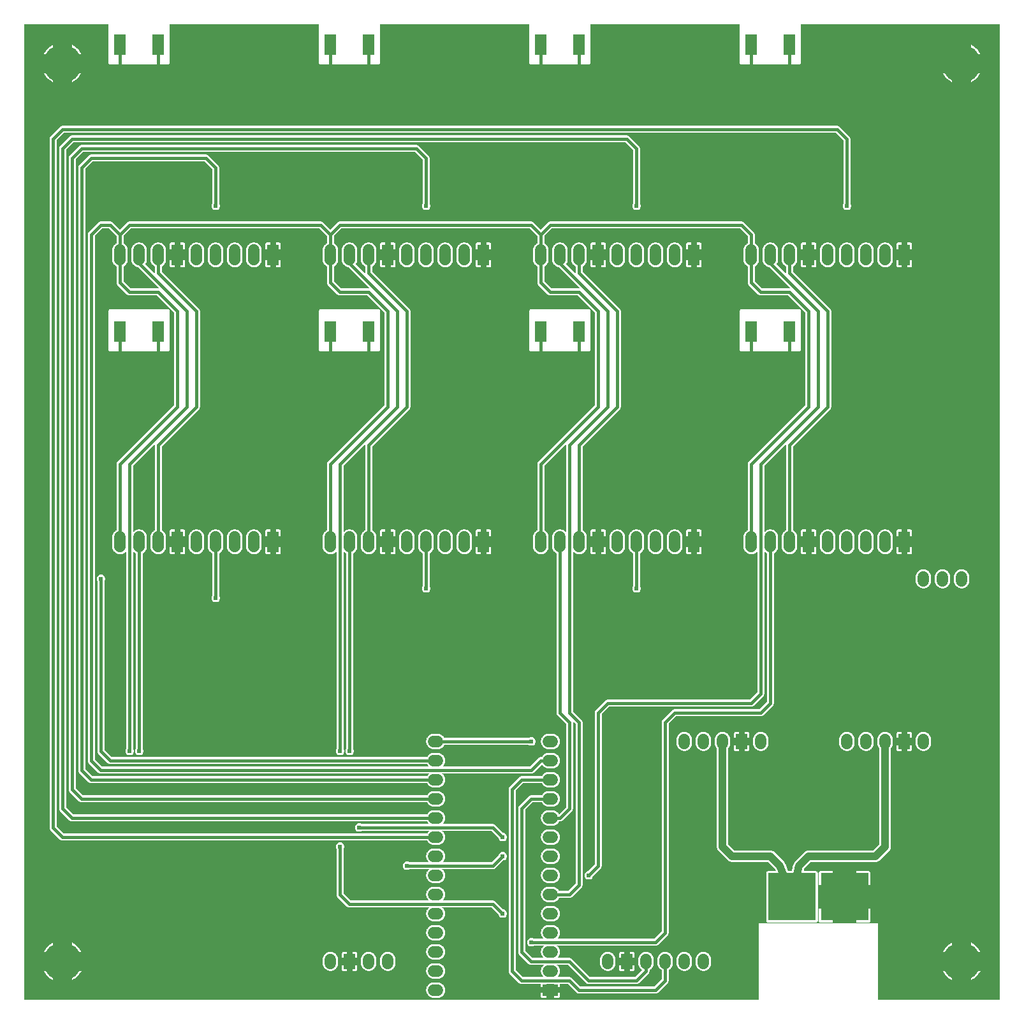
<source format=gbl>
G04 ---------------------------- Layer name :BOTTOM LAYER*
G04 easyEDA 0.1*
G04 Scale: 100 percent, Rotated: No, Reflected: No *
G04 Dimensions in inches *
G04 leading zeros omitted , absolute positions ,2 integer and 4 * 
%FSLAX24Y24*%
%MOIN*%
G90*
G70D02*

%ADD11C,0.016000*%
%ADD12C,0.040000*%
%ADD13C,0.020000*%
%ADD14C,0.025000*%
%ADD15C,0.024400*%
%ADD16R,0.080000X0.060000*%
%ADD17R,0.060000X0.080000*%
%ADD18R,0.060000X0.110000*%
%ADD19R,0.250000X0.250000*%
%ADD20C,0.200000*%
%ADD22C,0.060000*%

%LPD*%
G36*
G01X0Y51000D02*
G01X0Y102000D01*
G01X4400Y102000D01*
G01X4400Y100000D01*
G01X4405Y99968D01*
G01X4418Y99941D01*
G01X4441Y99918D01*
G01X4468Y99905D01*
G01X4500Y99900D01*
G01X7500Y99900D01*
G01X7531Y99905D01*
G01X7558Y99918D01*
G01X7581Y99941D01*
G01X7594Y99968D01*
G01X7600Y100000D01*
G01X7600Y102000D01*
G01X15400Y102000D01*
G01X15400Y100000D01*
G01X15405Y99968D01*
G01X15418Y99941D01*
G01X15441Y99918D01*
G01X15468Y99905D01*
G01X15500Y99900D01*
G01X18500Y99900D01*
G01X18531Y99905D01*
G01X18558Y99918D01*
G01X18581Y99941D01*
G01X18594Y99968D01*
G01X18600Y100000D01*
G01X18600Y102000D01*
G01X26400Y102000D01*
G01X26400Y100000D01*
G01X26405Y99968D01*
G01X26418Y99941D01*
G01X26441Y99918D01*
G01X26468Y99905D01*
G01X26500Y99900D01*
G01X29500Y99900D01*
G01X29531Y99905D01*
G01X29558Y99918D01*
G01X29581Y99941D01*
G01X29594Y99968D01*
G01X29600Y100000D01*
G01X29600Y102000D01*
G01X37400Y102000D01*
G01X37400Y100000D01*
G01X37405Y99968D01*
G01X37418Y99941D01*
G01X37441Y99918D01*
G01X37468Y99905D01*
G01X37500Y99900D01*
G01X40500Y99900D01*
G01X40531Y99905D01*
G01X40558Y99918D01*
G01X40581Y99941D01*
G01X40594Y99968D01*
G01X40600Y100000D01*
G01X40600Y102000D01*
G01X51000Y102000D01*
G01X51000Y51000D01*
G01X44625Y51000D01*
G01X44625Y55000D01*
G01X38375Y55000D01*
G01X38375Y51000D01*
G01X0Y51000D01*
G37*

%LPC*%
G36*
G01X21400Y51100D02*
G01X21600Y51100D01*
G01X21608Y51100D01*
G01X21663Y51105D01*
G01X21667Y51105D01*
G01X21671Y51106D01*
G01X21675Y51107D01*
G01X21678Y51107D01*
G01X21682Y51108D01*
G01X21735Y51123D01*
G01X21738Y51125D01*
G01X21742Y51126D01*
G01X21746Y51127D01*
G01X21750Y51128D01*
G01X21753Y51130D01*
G01X21802Y51155D01*
G01X21806Y51157D01*
G01X21808Y51158D01*
G01X21812Y51161D01*
G01X21814Y51162D01*
G01X21817Y51165D01*
G01X21862Y51198D01*
G01X21864Y51200D01*
G01X21868Y51203D01*
G01X21871Y51205D01*
G01X21873Y51208D01*
G01X21876Y51211D01*
G01X21913Y51252D01*
G01X21916Y51255D01*
G01X21920Y51260D01*
G01X21922Y51263D01*
G01X21924Y51266D01*
G01X21953Y51313D01*
G01X21955Y51316D01*
G01X21957Y51319D01*
G01X21958Y51323D01*
G01X21960Y51326D01*
G01X21961Y51330D01*
G01X21981Y51381D01*
G01X21985Y51391D01*
G01X21985Y51394D01*
G01X21986Y51398D01*
G01X21997Y51453D01*
G01X21997Y51457D01*
G01X21998Y51460D01*
G01X21998Y51464D01*
G01X21998Y51468D01*
G01X21998Y51531D01*
G01X21998Y51535D01*
G01X21998Y51539D01*
G01X21997Y51542D01*
G01X21997Y51546D01*
G01X21986Y51601D01*
G01X21985Y51605D01*
G01X21985Y51608D01*
G01X21981Y51618D01*
G01X21961Y51669D01*
G01X21960Y51673D01*
G01X21958Y51676D01*
G01X21957Y51680D01*
G01X21955Y51683D01*
G01X21953Y51686D01*
G01X21924Y51733D01*
G01X21922Y51736D01*
G01X21920Y51739D01*
G01X21916Y51744D01*
G01X21913Y51747D01*
G01X21876Y51788D01*
G01X21873Y51791D01*
G01X21871Y51794D01*
G01X21868Y51796D01*
G01X21864Y51799D01*
G01X21862Y51801D01*
G01X21817Y51834D01*
G01X21814Y51837D01*
G01X21812Y51838D01*
G01X21808Y51841D01*
G01X21806Y51842D01*
G01X21802Y51844D01*
G01X21753Y51869D01*
G01X21750Y51871D01*
G01X21746Y51872D01*
G01X21742Y51873D01*
G01X21738Y51875D01*
G01X21735Y51876D01*
G01X21682Y51891D01*
G01X21678Y51892D01*
G01X21675Y51892D01*
G01X21671Y51893D01*
G01X21667Y51894D01*
G01X21663Y51894D01*
G01X21608Y51899D01*
G01X21600Y51900D01*
G01X21400Y51900D01*
G01X21391Y51899D01*
G01X21336Y51894D01*
G01X21332Y51894D01*
G01X21328Y51893D01*
G01X21325Y51892D01*
G01X21321Y51892D01*
G01X21317Y51891D01*
G01X21264Y51876D01*
G01X21261Y51875D01*
G01X21257Y51873D01*
G01X21253Y51872D01*
G01X21250Y51871D01*
G01X21246Y51869D01*
G01X21197Y51844D01*
G01X21193Y51842D01*
G01X21191Y51841D01*
G01X21187Y51838D01*
G01X21185Y51837D01*
G01X21182Y51834D01*
G01X21137Y51801D01*
G01X21135Y51799D01*
G01X21131Y51796D01*
G01X21128Y51794D01*
G01X21126Y51791D01*
G01X21123Y51788D01*
G01X21086Y51747D01*
G01X21083Y51744D01*
G01X21079Y51739D01*
G01X21077Y51736D01*
G01X21075Y51733D01*
G01X21046Y51686D01*
G01X21044Y51683D01*
G01X21042Y51680D01*
G01X21041Y51676D01*
G01X21039Y51673D01*
G01X21038Y51669D01*
G01X21018Y51618D01*
G01X21014Y51608D01*
G01X21014Y51605D01*
G01X21013Y51601D01*
G01X21002Y51546D01*
G01X21002Y51542D01*
G01X21001Y51539D01*
G01X21001Y51535D01*
G01X21001Y51531D01*
G01X21001Y51468D01*
G01X21001Y51464D01*
G01X21001Y51460D01*
G01X21002Y51457D01*
G01X21002Y51453D01*
G01X21013Y51398D01*
G01X21014Y51394D01*
G01X21014Y51391D01*
G01X21018Y51381D01*
G01X21038Y51330D01*
G01X21039Y51326D01*
G01X21041Y51323D01*
G01X21042Y51319D01*
G01X21044Y51316D01*
G01X21046Y51313D01*
G01X21075Y51266D01*
G01X21077Y51263D01*
G01X21079Y51260D01*
G01X21083Y51255D01*
G01X21086Y51252D01*
G01X21123Y51211D01*
G01X21126Y51208D01*
G01X21128Y51205D01*
G01X21131Y51203D01*
G01X21135Y51200D01*
G01X21137Y51198D01*
G01X21182Y51165D01*
G01X21185Y51162D01*
G01X21187Y51161D01*
G01X21191Y51158D01*
G01X21193Y51157D01*
G01X21197Y51155D01*
G01X21246Y51130D01*
G01X21250Y51128D01*
G01X21253Y51127D01*
G01X21257Y51126D01*
G01X21261Y51125D01*
G01X21264Y51123D01*
G01X21317Y51108D01*
G01X21321Y51107D01*
G01X21325Y51107D01*
G01X21328Y51106D01*
G01X21332Y51105D01*
G01X21336Y51105D01*
G01X21391Y51100D01*
G01X21400Y51100D01*
G37*
G36*
G01X27700Y51100D02*
G01X27900Y51100D01*
G01X27931Y51105D01*
G01X27958Y51118D01*
G01X27981Y51141D01*
G01X27994Y51168D01*
G01X28000Y51200D01*
G01X28000Y51350D01*
G01X27700Y51350D01*
G01X27700Y51100D01*
G37*
G36*
G01X27100Y51100D02*
G01X27300Y51100D01*
G01X27300Y51350D01*
G01X27000Y51350D01*
G01X27000Y51200D01*
G01X27005Y51168D01*
G01X27018Y51141D01*
G01X27041Y51118D01*
G01X27068Y51105D01*
G01X27100Y51100D01*
G37*
G36*
G01X29000Y51319D02*
G01X33000Y51319D01*
G01X33028Y51322D01*
G01X33055Y51328D01*
G01X33081Y51339D01*
G01X33105Y51354D01*
G01X33127Y51372D01*
G01X33627Y51872D01*
G01X33645Y51894D01*
G01X33660Y51918D01*
G01X33671Y51944D01*
G01X33677Y51971D01*
G01X33680Y52000D01*
G01X33680Y52543D01*
G01X33685Y52546D01*
G01X33732Y52575D01*
G01X33739Y52579D01*
G01X33742Y52581D01*
G01X33744Y52584D01*
G01X33748Y52586D01*
G01X33788Y52623D01*
G01X33791Y52626D01*
G01X33793Y52628D01*
G01X33800Y52637D01*
G01X33834Y52681D01*
G01X33836Y52684D01*
G01X33838Y52687D01*
G01X33840Y52690D01*
G01X33842Y52693D01*
G01X33844Y52697D01*
G01X33869Y52746D01*
G01X33871Y52750D01*
G01X33872Y52753D01*
G01X33873Y52757D01*
G01X33875Y52761D01*
G01X33876Y52764D01*
G01X33891Y52817D01*
G01X33892Y52821D01*
G01X33892Y52825D01*
G01X33893Y52828D01*
G01X33894Y52832D01*
G01X33894Y52836D01*
G01X33899Y52891D01*
G01X33900Y52900D01*
G01X33900Y53100D01*
G01X33899Y53108D01*
G01X33894Y53163D01*
G01X33894Y53167D01*
G01X33893Y53171D01*
G01X33892Y53175D01*
G01X33892Y53178D01*
G01X33891Y53182D01*
G01X33876Y53235D01*
G01X33875Y53238D01*
G01X33873Y53242D01*
G01X33872Y53246D01*
G01X33871Y53250D01*
G01X33869Y53253D01*
G01X33844Y53302D01*
G01X33842Y53306D01*
G01X33840Y53309D01*
G01X33838Y53312D01*
G01X33836Y53315D01*
G01X33834Y53318D01*
G01X33800Y53362D01*
G01X33793Y53371D01*
G01X33791Y53373D01*
G01X33788Y53376D01*
G01X33748Y53413D01*
G01X33744Y53415D01*
G01X33742Y53418D01*
G01X33739Y53420D01*
G01X33732Y53425D01*
G01X33685Y53453D01*
G01X33682Y53455D01*
G01X33679Y53457D01*
G01X33676Y53458D01*
G01X33672Y53459D01*
G01X33669Y53461D01*
G01X33618Y53481D01*
G01X33614Y53482D01*
G01X33608Y53484D01*
G01X33604Y53485D01*
G01X33601Y53486D01*
G01X33546Y53497D01*
G01X33538Y53498D01*
G01X33535Y53498D01*
G01X33531Y53498D01*
G01X33468Y53498D01*
G01X33464Y53498D01*
G01X33460Y53498D01*
G01X33457Y53497D01*
G01X33453Y53497D01*
G01X33398Y53486D01*
G01X33394Y53485D01*
G01X33391Y53484D01*
G01X33381Y53481D01*
G01X33330Y53461D01*
G01X33326Y53459D01*
G01X33323Y53458D01*
G01X33319Y53457D01*
G01X33316Y53455D01*
G01X33313Y53453D01*
G01X33266Y53424D01*
G01X33263Y53422D01*
G01X33260Y53420D01*
G01X33255Y53416D01*
G01X33252Y53413D01*
G01X33211Y53376D01*
G01X33208Y53373D01*
G01X33205Y53371D01*
G01X33203Y53368D01*
G01X33200Y53365D01*
G01X33198Y53362D01*
G01X33164Y53317D01*
G01X33162Y53315D01*
G01X33161Y53312D01*
G01X33158Y53308D01*
G01X33157Y53306D01*
G01X33155Y53302D01*
G01X33130Y53253D01*
G01X33128Y53250D01*
G01X33127Y53246D01*
G01X33126Y53242D01*
G01X33125Y53238D01*
G01X33123Y53235D01*
G01X33108Y53182D01*
G01X33107Y53178D01*
G01X33107Y53175D01*
G01X33106Y53171D01*
G01X33105Y53167D01*
G01X33105Y53163D01*
G01X33100Y53108D01*
G01X33100Y53100D01*
G01X33100Y52900D01*
G01X33100Y52891D01*
G01X33105Y52836D01*
G01X33105Y52832D01*
G01X33106Y52828D01*
G01X33107Y52825D01*
G01X33107Y52821D01*
G01X33108Y52817D01*
G01X33123Y52764D01*
G01X33125Y52761D01*
G01X33126Y52757D01*
G01X33127Y52753D01*
G01X33128Y52750D01*
G01X33130Y52746D01*
G01X33155Y52697D01*
G01X33157Y52693D01*
G01X33158Y52691D01*
G01X33161Y52687D01*
G01X33162Y52684D01*
G01X33164Y52682D01*
G01X33198Y52637D01*
G01X33200Y52634D01*
G01X33203Y52631D01*
G01X33205Y52628D01*
G01X33208Y52626D01*
G01X33211Y52623D01*
G01X33252Y52586D01*
G01X33255Y52583D01*
G01X33260Y52579D01*
G01X33263Y52577D01*
G01X33266Y52575D01*
G01X33313Y52546D01*
G01X33316Y52544D01*
G01X33319Y52542D01*
G01X33319Y52074D01*
G01X32925Y51680D01*
G01X29074Y51680D01*
G01X28627Y52127D01*
G01X28605Y52145D01*
G01X28581Y52160D01*
G01X28555Y52171D01*
G01X28528Y52177D01*
G01X28500Y52180D01*
G01X27837Y52180D01*
G01X27862Y52198D01*
G01X27864Y52200D01*
G01X27868Y52203D01*
G01X27871Y52205D01*
G01X27873Y52208D01*
G01X27876Y52211D01*
G01X27913Y52252D01*
G01X27916Y52255D01*
G01X27920Y52260D01*
G01X27922Y52263D01*
G01X27924Y52266D01*
G01X27953Y52313D01*
G01X27955Y52316D01*
G01X27957Y52319D01*
G01X27958Y52323D01*
G01X27960Y52326D01*
G01X27961Y52330D01*
G01X27981Y52381D01*
G01X27985Y52391D01*
G01X27985Y52394D01*
G01X27986Y52398D01*
G01X27997Y52453D01*
G01X27997Y52457D01*
G01X27998Y52460D01*
G01X27998Y52464D01*
G01X27998Y52468D01*
G01X27998Y52531D01*
G01X27998Y52535D01*
G01X27998Y52539D01*
G01X27997Y52542D01*
G01X27997Y52546D01*
G01X27986Y52601D01*
G01X27985Y52605D01*
G01X27985Y52608D01*
G01X27981Y52618D01*
G01X27961Y52669D01*
G01X27960Y52673D01*
G01X27958Y52676D01*
G01X27957Y52680D01*
G01X27955Y52683D01*
G01X27953Y52686D01*
G01X27924Y52733D01*
G01X27922Y52736D01*
G01X27920Y52739D01*
G01X27916Y52744D01*
G01X27913Y52747D01*
G01X27876Y52788D01*
G01X27873Y52791D01*
G01X27871Y52794D01*
G01X27868Y52796D01*
G01X27864Y52799D01*
G01X27862Y52801D01*
G01X27837Y52819D01*
G01X28425Y52819D01*
G01X29372Y51872D01*
G01X29394Y51854D01*
G01X29418Y51839D01*
G01X29444Y51828D01*
G01X29471Y51822D01*
G01X29500Y51819D01*
G01X32000Y51819D01*
G01X32028Y51822D01*
G01X32055Y51828D01*
G01X32081Y51839D01*
G01X32105Y51854D01*
G01X32127Y51872D01*
G01X32627Y52372D01*
G01X32645Y52394D01*
G01X32660Y52418D01*
G01X32671Y52444D01*
G01X32677Y52471D01*
G01X32680Y52500D01*
G01X32680Y52543D01*
G01X32685Y52546D01*
G01X32732Y52575D01*
G01X32739Y52579D01*
G01X32742Y52581D01*
G01X32744Y52584D01*
G01X32748Y52586D01*
G01X32788Y52623D01*
G01X32791Y52626D01*
G01X32793Y52628D01*
G01X32800Y52637D01*
G01X32834Y52681D01*
G01X32836Y52684D01*
G01X32838Y52687D01*
G01X32840Y52690D01*
G01X32842Y52693D01*
G01X32844Y52697D01*
G01X32869Y52746D01*
G01X32871Y52750D01*
G01X32872Y52753D01*
G01X32873Y52757D01*
G01X32875Y52761D01*
G01X32876Y52764D01*
G01X32891Y52817D01*
G01X32892Y52821D01*
G01X32892Y52825D01*
G01X32893Y52828D01*
G01X32894Y52832D01*
G01X32894Y52836D01*
G01X32899Y52891D01*
G01X32900Y52900D01*
G01X32900Y53100D01*
G01X32899Y53108D01*
G01X32894Y53163D01*
G01X32894Y53167D01*
G01X32893Y53171D01*
G01X32892Y53175D01*
G01X32892Y53178D01*
G01X32891Y53182D01*
G01X32876Y53235D01*
G01X32875Y53238D01*
G01X32873Y53242D01*
G01X32872Y53246D01*
G01X32871Y53250D01*
G01X32869Y53253D01*
G01X32844Y53302D01*
G01X32842Y53306D01*
G01X32840Y53309D01*
G01X32838Y53312D01*
G01X32836Y53315D01*
G01X32834Y53318D01*
G01X32800Y53362D01*
G01X32793Y53371D01*
G01X32791Y53373D01*
G01X32788Y53376D01*
G01X32748Y53413D01*
G01X32744Y53415D01*
G01X32742Y53418D01*
G01X32739Y53420D01*
G01X32732Y53425D01*
G01X32685Y53453D01*
G01X32682Y53455D01*
G01X32679Y53457D01*
G01X32676Y53458D01*
G01X32672Y53459D01*
G01X32669Y53461D01*
G01X32618Y53481D01*
G01X32614Y53482D01*
G01X32608Y53484D01*
G01X32604Y53485D01*
G01X32601Y53486D01*
G01X32546Y53497D01*
G01X32538Y53498D01*
G01X32535Y53498D01*
G01X32531Y53498D01*
G01X32468Y53498D01*
G01X32464Y53498D01*
G01X32460Y53498D01*
G01X32457Y53497D01*
G01X32453Y53497D01*
G01X32398Y53486D01*
G01X32394Y53485D01*
G01X32391Y53484D01*
G01X32381Y53481D01*
G01X32330Y53461D01*
G01X32326Y53459D01*
G01X32323Y53458D01*
G01X32319Y53457D01*
G01X32316Y53455D01*
G01X32313Y53453D01*
G01X32266Y53424D01*
G01X32263Y53422D01*
G01X32260Y53420D01*
G01X32255Y53416D01*
G01X32252Y53413D01*
G01X32211Y53376D01*
G01X32208Y53373D01*
G01X32205Y53371D01*
G01X32203Y53368D01*
G01X32200Y53365D01*
G01X32198Y53362D01*
G01X32164Y53317D01*
G01X32162Y53315D01*
G01X32161Y53312D01*
G01X32158Y53308D01*
G01X32157Y53306D01*
G01X32155Y53302D01*
G01X32130Y53253D01*
G01X32128Y53250D01*
G01X32127Y53246D01*
G01X32126Y53242D01*
G01X32125Y53238D01*
G01X32123Y53235D01*
G01X32108Y53182D01*
G01X32107Y53178D01*
G01X32107Y53175D01*
G01X32106Y53171D01*
G01X32105Y53167D01*
G01X32105Y53163D01*
G01X32100Y53108D01*
G01X32100Y53100D01*
G01X32100Y52900D01*
G01X32100Y52891D01*
G01X32105Y52836D01*
G01X32105Y52832D01*
G01X32106Y52828D01*
G01X32107Y52825D01*
G01X32107Y52821D01*
G01X32108Y52817D01*
G01X32123Y52764D01*
G01X32125Y52761D01*
G01X32126Y52757D01*
G01X32127Y52753D01*
G01X32128Y52750D01*
G01X32130Y52746D01*
G01X32155Y52697D01*
G01X32157Y52693D01*
G01X32158Y52691D01*
G01X32161Y52687D01*
G01X32162Y52684D01*
G01X32164Y52682D01*
G01X32198Y52637D01*
G01X32200Y52634D01*
G01X32203Y52631D01*
G01X32205Y52628D01*
G01X32208Y52626D01*
G01X32211Y52623D01*
G01X32252Y52586D01*
G01X32255Y52583D01*
G01X32260Y52579D01*
G01X32263Y52577D01*
G01X32266Y52575D01*
G01X32300Y52555D01*
G01X31925Y52180D01*
G01X29574Y52180D01*
G01X28627Y53127D01*
G01X28605Y53145D01*
G01X28581Y53160D01*
G01X28555Y53171D01*
G01X28528Y53177D01*
G01X28500Y53180D01*
G01X27837Y53180D01*
G01X27862Y53198D01*
G01X27864Y53200D01*
G01X27868Y53203D01*
G01X27871Y53205D01*
G01X27873Y53208D01*
G01X27876Y53211D01*
G01X27913Y53252D01*
G01X27916Y53255D01*
G01X27920Y53260D01*
G01X27922Y53263D01*
G01X27924Y53266D01*
G01X27953Y53313D01*
G01X27955Y53316D01*
G01X27957Y53319D01*
G01X27958Y53323D01*
G01X27960Y53326D01*
G01X27961Y53330D01*
G01X27981Y53381D01*
G01X27985Y53391D01*
G01X27985Y53394D01*
G01X27986Y53398D01*
G01X27997Y53453D01*
G01X27997Y53457D01*
G01X27998Y53460D01*
G01X27998Y53464D01*
G01X27998Y53468D01*
G01X27998Y53531D01*
G01X27998Y53535D01*
G01X27998Y53539D01*
G01X27997Y53542D01*
G01X27997Y53546D01*
G01X27986Y53601D01*
G01X27985Y53605D01*
G01X27985Y53608D01*
G01X27981Y53618D01*
G01X27961Y53669D01*
G01X27960Y53673D01*
G01X27958Y53676D01*
G01X27957Y53680D01*
G01X27955Y53683D01*
G01X27953Y53686D01*
G01X27924Y53733D01*
G01X27922Y53736D01*
G01X27920Y53739D01*
G01X27916Y53744D01*
G01X27913Y53747D01*
G01X27876Y53788D01*
G01X27873Y53791D01*
G01X27871Y53794D01*
G01X27868Y53796D01*
G01X27864Y53799D01*
G01X27862Y53801D01*
G01X27837Y53819D01*
G01X33000Y53819D01*
G01X33028Y53822D01*
G01X33055Y53828D01*
G01X33081Y53839D01*
G01X33105Y53854D01*
G01X33127Y53872D01*
G01X33627Y54372D01*
G01X33645Y54394D01*
G01X33660Y54418D01*
G01X33671Y54444D01*
G01X33677Y54471D01*
G01X33680Y54500D01*
G01X33680Y65425D01*
G01X34074Y65819D01*
G01X38500Y65819D01*
G01X38528Y65822D01*
G01X38555Y65828D01*
G01X38581Y65839D01*
G01X38605Y65854D01*
G01X38627Y65872D01*
G01X39127Y66372D01*
G01X39145Y66394D01*
G01X39160Y66418D01*
G01X39171Y66444D01*
G01X39177Y66471D01*
G01X39180Y66500D01*
G01X39180Y74329D01*
G01X39185Y74332D01*
G01X39232Y74361D01*
G01X39239Y74365D01*
G01X39242Y74367D01*
G01X39244Y74370D01*
G01X39248Y74372D01*
G01X39288Y74409D01*
G01X39291Y74412D01*
G01X39293Y74415D01*
G01X39300Y74423D01*
G01X39334Y74467D01*
G01X39336Y74470D01*
G01X39338Y74473D01*
G01X39340Y74476D01*
G01X39342Y74480D01*
G01X39344Y74483D01*
G01X39369Y74532D01*
G01X39380Y74549D01*
G01X39394Y74591D01*
G01X39400Y74636D01*
G01X39397Y74657D01*
G01X39399Y74677D01*
G01X39400Y74686D01*
G01X39400Y75186D01*
G01X39399Y75194D01*
G01X39397Y75215D01*
G01X39400Y75236D01*
G01X39394Y75280D01*
G01X39380Y75322D01*
G01X39369Y75339D01*
G01X39344Y75388D01*
G01X39342Y75392D01*
G01X39340Y75395D01*
G01X39338Y75398D01*
G01X39336Y75401D01*
G01X39334Y75404D01*
G01X39300Y75448D01*
G01X39293Y75457D01*
G01X39291Y75459D01*
G01X39288Y75462D01*
G01X39248Y75499D01*
G01X39244Y75501D01*
G01X39242Y75504D01*
G01X39239Y75506D01*
G01X39232Y75511D01*
G01X39185Y75540D01*
G01X39182Y75541D01*
G01X39179Y75543D01*
G01X39176Y75544D01*
G01X39172Y75546D01*
G01X39169Y75547D01*
G01X39118Y75567D01*
G01X39114Y75568D01*
G01X39108Y75571D01*
G01X39104Y75571D01*
G01X39101Y75572D01*
G01X39046Y75583D01*
G01X39038Y75584D01*
G01X39035Y75584D01*
G01X39031Y75584D01*
G01X38968Y75584D01*
G01X38964Y75584D01*
G01X38960Y75584D01*
G01X38957Y75583D01*
G01X38953Y75583D01*
G01X38898Y75572D01*
G01X38894Y75571D01*
G01X38891Y75571D01*
G01X38881Y75567D01*
G01X38830Y75547D01*
G01X38826Y75546D01*
G01X38823Y75544D01*
G01X38819Y75543D01*
G01X38816Y75541D01*
G01X38813Y75539D01*
G01X38766Y75510D01*
G01X38763Y75508D01*
G01X38760Y75506D01*
G01X38755Y75502D01*
G01X38752Y75499D01*
G01X38711Y75462D01*
G01X38708Y75459D01*
G01X38705Y75457D01*
G01X38703Y75454D01*
G01X38700Y75451D01*
G01X38698Y75448D01*
G01X38680Y75423D01*
G01X38680Y78925D01*
G01X39844Y80090D01*
G01X39839Y80081D01*
G01X39828Y80055D01*
G01X39822Y80028D01*
G01X39819Y80000D01*
G01X39819Y75543D01*
G01X39816Y75541D01*
G01X39813Y75539D01*
G01X39766Y75510D01*
G01X39763Y75508D01*
G01X39760Y75506D01*
G01X39755Y75502D01*
G01X39752Y75499D01*
G01X39711Y75462D01*
G01X39708Y75459D01*
G01X39705Y75457D01*
G01X39703Y75454D01*
G01X39700Y75451D01*
G01X39698Y75448D01*
G01X39664Y75403D01*
G01X39662Y75401D01*
G01X39661Y75398D01*
G01X39658Y75394D01*
G01X39657Y75392D01*
G01X39655Y75388D01*
G01X39630Y75339D01*
G01X39619Y75322D01*
G01X39605Y75280D01*
G01X39600Y75236D01*
G01X39602Y75215D01*
G01X39600Y75194D01*
G01X39600Y75186D01*
G01X39600Y74686D01*
G01X39600Y74677D01*
G01X39602Y74657D01*
G01X39600Y74636D01*
G01X39605Y74591D01*
G01X39619Y74549D01*
G01X39630Y74532D01*
G01X39655Y74483D01*
G01X39657Y74480D01*
G01X39658Y74477D01*
G01X39661Y74473D01*
G01X39662Y74471D01*
G01X39664Y74468D01*
G01X39698Y74423D01*
G01X39700Y74421D01*
G01X39703Y74417D01*
G01X39705Y74415D01*
G01X39708Y74412D01*
G01X39711Y74409D01*
G01X39752Y74372D01*
G01X39755Y74369D01*
G01X39760Y74365D01*
G01X39763Y74363D01*
G01X39766Y74361D01*
G01X39813Y74332D01*
G01X39816Y74331D01*
G01X39819Y74328D01*
G01X39823Y74327D01*
G01X39826Y74326D01*
G01X39830Y74324D01*
G01X39881Y74304D01*
G01X39891Y74301D01*
G01X39894Y74300D01*
G01X39898Y74299D01*
G01X39953Y74288D01*
G01X39957Y74288D01*
G01X39960Y74287D01*
G01X39964Y74287D01*
G01X39968Y74287D01*
G01X40031Y74287D01*
G01X40035Y74287D01*
G01X40038Y74287D01*
G01X40046Y74288D01*
G01X40101Y74299D01*
G01X40104Y74300D01*
G01X40108Y74301D01*
G01X40114Y74303D01*
G01X40118Y74304D01*
G01X40169Y74324D01*
G01X40172Y74326D01*
G01X40176Y74327D01*
G01X40179Y74328D01*
G01X40182Y74330D01*
G01X40185Y74332D01*
G01X40232Y74361D01*
G01X40239Y74365D01*
G01X40242Y74367D01*
G01X40244Y74370D01*
G01X40248Y74372D01*
G01X40288Y74409D01*
G01X40291Y74412D01*
G01X40293Y74415D01*
G01X40300Y74423D01*
G01X40334Y74467D01*
G01X40336Y74470D01*
G01X40338Y74473D01*
G01X40340Y74476D01*
G01X40342Y74480D01*
G01X40344Y74483D01*
G01X40369Y74532D01*
G01X40380Y74549D01*
G01X40394Y74591D01*
G01X40400Y74636D01*
G01X40397Y74657D01*
G01X40399Y74677D01*
G01X40400Y74686D01*
G01X40400Y75186D01*
G01X40399Y75194D01*
G01X40397Y75215D01*
G01X40400Y75236D01*
G01X40394Y75280D01*
G01X40380Y75322D01*
G01X40369Y75339D01*
G01X40344Y75388D01*
G01X40342Y75392D01*
G01X40340Y75395D01*
G01X40338Y75398D01*
G01X40336Y75401D01*
G01X40334Y75404D01*
G01X40300Y75448D01*
G01X40293Y75457D01*
G01X40291Y75459D01*
G01X40288Y75462D01*
G01X40248Y75499D01*
G01X40244Y75501D01*
G01X40242Y75504D01*
G01X40239Y75506D01*
G01X40232Y75511D01*
G01X40185Y75540D01*
G01X40180Y75542D01*
G01X40180Y79925D01*
G01X42127Y81872D01*
G01X42145Y81894D01*
G01X42160Y81918D01*
G01X42171Y81944D01*
G01X42177Y81971D01*
G01X42180Y82000D01*
G01X42180Y87000D01*
G01X42177Y87028D01*
G01X42171Y87055D01*
G01X42160Y87081D01*
G01X42145Y87105D01*
G01X42127Y87127D01*
G01X40180Y89074D01*
G01X40180Y89329D01*
G01X40185Y89332D01*
G01X40232Y89361D01*
G01X40239Y89365D01*
G01X40242Y89367D01*
G01X40244Y89370D01*
G01X40248Y89372D01*
G01X40288Y89409D01*
G01X40291Y89412D01*
G01X40293Y89415D01*
G01X40300Y89423D01*
G01X40334Y89467D01*
G01X40336Y89470D01*
G01X40338Y89473D01*
G01X40340Y89476D01*
G01X40342Y89480D01*
G01X40344Y89483D01*
G01X40369Y89532D01*
G01X40380Y89549D01*
G01X40394Y89591D01*
G01X40400Y89636D01*
G01X40397Y89657D01*
G01X40399Y89677D01*
G01X40400Y89686D01*
G01X40400Y90186D01*
G01X40399Y90194D01*
G01X40397Y90215D01*
G01X40400Y90236D01*
G01X40394Y90280D01*
G01X40380Y90322D01*
G01X40369Y90339D01*
G01X40344Y90388D01*
G01X40342Y90392D01*
G01X40340Y90395D01*
G01X40338Y90398D01*
G01X40336Y90401D01*
G01X40334Y90404D01*
G01X40300Y90448D01*
G01X40293Y90457D01*
G01X40291Y90459D01*
G01X40288Y90462D01*
G01X40248Y90499D01*
G01X40244Y90501D01*
G01X40242Y90504D01*
G01X40239Y90506D01*
G01X40232Y90511D01*
G01X40185Y90540D01*
G01X40182Y90541D01*
G01X40179Y90543D01*
G01X40176Y90544D01*
G01X40172Y90546D01*
G01X40169Y90547D01*
G01X40118Y90567D01*
G01X40114Y90568D01*
G01X40108Y90571D01*
G01X40104Y90571D01*
G01X40101Y90572D01*
G01X40046Y90583D01*
G01X40038Y90584D01*
G01X40035Y90584D01*
G01X40031Y90584D01*
G01X39968Y90584D01*
G01X39964Y90584D01*
G01X39960Y90584D01*
G01X39957Y90583D01*
G01X39953Y90583D01*
G01X39898Y90572D01*
G01X39894Y90571D01*
G01X39891Y90571D01*
G01X39881Y90567D01*
G01X39830Y90547D01*
G01X39826Y90546D01*
G01X39823Y90544D01*
G01X39819Y90543D01*
G01X39816Y90541D01*
G01X39813Y90539D01*
G01X39766Y90510D01*
G01X39763Y90508D01*
G01X39760Y90506D01*
G01X39755Y90502D01*
G01X39752Y90499D01*
G01X39711Y90462D01*
G01X39708Y90459D01*
G01X39705Y90457D01*
G01X39703Y90454D01*
G01X39700Y90451D01*
G01X39698Y90448D01*
G01X39664Y90403D01*
G01X39662Y90401D01*
G01X39661Y90398D01*
G01X39658Y90394D01*
G01X39657Y90392D01*
G01X39655Y90388D01*
G01X39630Y90339D01*
G01X39619Y90322D01*
G01X39605Y90280D01*
G01X39600Y90236D01*
G01X39602Y90215D01*
G01X39600Y90194D01*
G01X39600Y90186D01*
G01X39600Y89686D01*
G01X39600Y89677D01*
G01X39602Y89657D01*
G01X39600Y89636D01*
G01X39605Y89591D01*
G01X39619Y89549D01*
G01X39630Y89532D01*
G01X39655Y89483D01*
G01X39657Y89480D01*
G01X39658Y89477D01*
G01X39661Y89473D01*
G01X39662Y89471D01*
G01X39664Y89468D01*
G01X39698Y89423D01*
G01X39700Y89421D01*
G01X39703Y89417D01*
G01X39705Y89415D01*
G01X39708Y89412D01*
G01X39711Y89409D01*
G01X39752Y89372D01*
G01X39755Y89369D01*
G01X39760Y89365D01*
G01X39763Y89363D01*
G01X39766Y89361D01*
G01X39813Y89332D01*
G01X39816Y89331D01*
G01X39819Y89328D01*
G01X39819Y89000D01*
G01X39822Y88971D01*
G01X39828Y88944D01*
G01X39839Y88918D01*
G01X39844Y88909D01*
G01X39313Y89440D01*
G01X39334Y89467D01*
G01X39336Y89470D01*
G01X39338Y89473D01*
G01X39340Y89476D01*
G01X39342Y89480D01*
G01X39344Y89483D01*
G01X39369Y89532D01*
G01X39380Y89549D01*
G01X39394Y89591D01*
G01X39400Y89636D01*
G01X39397Y89657D01*
G01X39399Y89677D01*
G01X39400Y89686D01*
G01X39400Y90186D01*
G01X39399Y90194D01*
G01X39397Y90215D01*
G01X39400Y90236D01*
G01X39394Y90280D01*
G01X39380Y90322D01*
G01X39369Y90339D01*
G01X39344Y90388D01*
G01X39342Y90392D01*
G01X39340Y90395D01*
G01X39338Y90398D01*
G01X39336Y90401D01*
G01X39334Y90404D01*
G01X39300Y90448D01*
G01X39293Y90457D01*
G01X39291Y90459D01*
G01X39288Y90462D01*
G01X39248Y90499D01*
G01X39244Y90501D01*
G01X39242Y90504D01*
G01X39239Y90506D01*
G01X39232Y90511D01*
G01X39185Y90540D01*
G01X39182Y90541D01*
G01X39179Y90543D01*
G01X39176Y90544D01*
G01X39172Y90546D01*
G01X39169Y90547D01*
G01X39118Y90567D01*
G01X39114Y90568D01*
G01X39108Y90571D01*
G01X39104Y90571D01*
G01X39101Y90572D01*
G01X39046Y90583D01*
G01X39038Y90584D01*
G01X39035Y90584D01*
G01X39031Y90584D01*
G01X38968Y90584D01*
G01X38964Y90584D01*
G01X38960Y90584D01*
G01X38957Y90583D01*
G01X38953Y90583D01*
G01X38898Y90572D01*
G01X38894Y90571D01*
G01X38891Y90571D01*
G01X38881Y90567D01*
G01X38830Y90547D01*
G01X38826Y90546D01*
G01X38823Y90544D01*
G01X38819Y90543D01*
G01X38816Y90541D01*
G01X38813Y90539D01*
G01X38766Y90510D01*
G01X38763Y90508D01*
G01X38760Y90506D01*
G01X38755Y90502D01*
G01X38752Y90499D01*
G01X38711Y90462D01*
G01X38708Y90459D01*
G01X38705Y90457D01*
G01X38703Y90454D01*
G01X38700Y90451D01*
G01X38698Y90448D01*
G01X38664Y90403D01*
G01X38662Y90401D01*
G01X38661Y90398D01*
G01X38658Y90394D01*
G01X38657Y90392D01*
G01X38655Y90388D01*
G01X38630Y90339D01*
G01X38619Y90322D01*
G01X38605Y90280D01*
G01X38600Y90236D01*
G01X38602Y90215D01*
G01X38600Y90194D01*
G01X38600Y90186D01*
G01X38600Y89686D01*
G01X38600Y89677D01*
G01X38602Y89657D01*
G01X38600Y89636D01*
G01X38605Y89591D01*
G01X38619Y89549D01*
G01X38630Y89532D01*
G01X38655Y89483D01*
G01X38657Y89480D01*
G01X38658Y89477D01*
G01X38661Y89473D01*
G01X38662Y89471D01*
G01X38664Y89468D01*
G01X38698Y89423D01*
G01X38700Y89421D01*
G01X38703Y89417D01*
G01X38705Y89415D01*
G01X38708Y89412D01*
G01X38711Y89409D01*
G01X38752Y89372D01*
G01X38755Y89369D01*
G01X38760Y89365D01*
G01X38763Y89363D01*
G01X38766Y89361D01*
G01X38813Y89332D01*
G01X38816Y89331D01*
G01X38819Y89328D01*
G01X38823Y89327D01*
G01X38826Y89326D01*
G01X38830Y89324D01*
G01X38881Y89304D01*
G01X38891Y89301D01*
G01X38894Y89300D01*
G01X38898Y89299D01*
G01X38953Y89288D01*
G01X38957Y89288D01*
G01X40090Y88155D01*
G01X40081Y88160D01*
G01X40055Y88171D01*
G01X40028Y88177D01*
G01X40000Y88180D01*
G01X38574Y88180D01*
G01X38180Y88574D01*
G01X38180Y89329D01*
G01X38185Y89332D01*
G01X38232Y89361D01*
G01X38239Y89365D01*
G01X38242Y89367D01*
G01X38244Y89370D01*
G01X38248Y89372D01*
G01X38288Y89409D01*
G01X38291Y89412D01*
G01X38293Y89415D01*
G01X38300Y89423D01*
G01X38334Y89467D01*
G01X38336Y89470D01*
G01X38338Y89473D01*
G01X38340Y89476D01*
G01X38342Y89480D01*
G01X38344Y89483D01*
G01X38369Y89532D01*
G01X38380Y89549D01*
G01X38394Y89591D01*
G01X38400Y89636D01*
G01X38397Y89657D01*
G01X38399Y89677D01*
G01X38400Y89686D01*
G01X38400Y90186D01*
G01X38399Y90194D01*
G01X38397Y90215D01*
G01X38400Y90236D01*
G01X38394Y90280D01*
G01X38380Y90322D01*
G01X38369Y90339D01*
G01X38344Y90388D01*
G01X38342Y90392D01*
G01X38340Y90395D01*
G01X38338Y90398D01*
G01X38336Y90401D01*
G01X38334Y90404D01*
G01X38300Y90448D01*
G01X38293Y90457D01*
G01X38291Y90459D01*
G01X38288Y90462D01*
G01X38248Y90499D01*
G01X38244Y90501D01*
G01X38242Y90504D01*
G01X38239Y90506D01*
G01X38232Y90511D01*
G01X38185Y90540D01*
G01X38180Y90542D01*
G01X38180Y91000D01*
G01X38177Y91028D01*
G01X38171Y91055D01*
G01X38160Y91081D01*
G01X38145Y91105D01*
G01X38127Y91127D01*
G01X37627Y91627D01*
G01X37605Y91645D01*
G01X37581Y91660D01*
G01X37555Y91671D01*
G01X37528Y91677D01*
G01X37500Y91680D01*
G01X27500Y91680D01*
G01X27471Y91677D01*
G01X27444Y91671D01*
G01X27418Y91660D01*
G01X27394Y91645D01*
G01X27372Y91627D01*
G01X27000Y91254D01*
G01X26627Y91627D01*
G01X26605Y91645D01*
G01X26581Y91660D01*
G01X26555Y91671D01*
G01X26528Y91677D01*
G01X26500Y91680D01*
G01X16500Y91680D01*
G01X16471Y91677D01*
G01X16444Y91671D01*
G01X16418Y91660D01*
G01X16394Y91645D01*
G01X16372Y91627D01*
G01X16000Y91254D01*
G01X15627Y91627D01*
G01X15605Y91645D01*
G01X15581Y91660D01*
G01X15555Y91671D01*
G01X15528Y91677D01*
G01X15500Y91680D01*
G01X5500Y91680D01*
G01X5471Y91677D01*
G01X5444Y91671D01*
G01X5418Y91660D01*
G01X5394Y91645D01*
G01X5372Y91627D01*
G01X5000Y91254D01*
G01X4627Y91627D01*
G01X4605Y91645D01*
G01X4581Y91660D01*
G01X4555Y91671D01*
G01X4528Y91677D01*
G01X4500Y91680D01*
G01X4000Y91680D01*
G01X3971Y91677D01*
G01X3944Y91671D01*
G01X3918Y91660D01*
G01X3894Y91645D01*
G01X3872Y91627D01*
G01X3372Y91127D01*
G01X3354Y91105D01*
G01X3339Y91081D01*
G01X3328Y91055D01*
G01X3322Y91028D01*
G01X3319Y91000D01*
G01X3319Y63500D01*
G01X3322Y63471D01*
G01X3328Y63444D01*
G01X3339Y63418D01*
G01X3354Y63394D01*
G01X3372Y63372D01*
G01X3872Y62872D01*
G01X3894Y62854D01*
G01X3918Y62839D01*
G01X3944Y62828D01*
G01X3971Y62822D01*
G01X4000Y62819D01*
G01X21162Y62819D01*
G01X21137Y62801D01*
G01X21135Y62799D01*
G01X21131Y62796D01*
G01X21128Y62794D01*
G01X21126Y62791D01*
G01X21123Y62788D01*
G01X21086Y62747D01*
G01X21083Y62744D01*
G01X21079Y62739D01*
G01X21077Y62736D01*
G01X21075Y62733D01*
G01X21046Y62686D01*
G01X21044Y62683D01*
G01X21042Y62680D01*
G01X3574Y62680D01*
G01X3180Y63074D01*
G01X3180Y94425D01*
G01X3574Y94819D01*
G01X9425Y94819D01*
G01X9819Y94425D01*
G01X9819Y92629D01*
G01X9797Y92590D01*
G01X9783Y92546D01*
G01X9778Y92500D01*
G01X9783Y92453D01*
G01X9797Y92409D01*
G01X9820Y92369D01*
G01X9851Y92334D01*
G01X9888Y92307D01*
G01X9931Y92289D01*
G01X9976Y92279D01*
G01X10023Y92279D01*
G01X10068Y92289D01*
G01X10111Y92307D01*
G01X10148Y92334D01*
G01X10179Y92369D01*
G01X10202Y92409D01*
G01X10216Y92453D01*
G01X10221Y92500D01*
G01X10216Y92546D01*
G01X10202Y92590D01*
G01X10180Y92629D01*
G01X10180Y94500D01*
G01X10177Y94528D01*
G01X10171Y94555D01*
G01X10160Y94581D01*
G01X10145Y94605D01*
G01X10127Y94627D01*
G01X9627Y95127D01*
G01X9605Y95145D01*
G01X9581Y95160D01*
G01X9555Y95171D01*
G01X9528Y95177D01*
G01X9500Y95180D01*
G01X3500Y95180D01*
G01X3471Y95177D01*
G01X3444Y95171D01*
G01X3418Y95160D01*
G01X3394Y95145D01*
G01X3372Y95127D01*
G01X2872Y94627D01*
G01X2854Y94605D01*
G01X2839Y94581D01*
G01X2828Y94555D01*
G01X2822Y94528D01*
G01X2819Y94500D01*
G01X2819Y63000D01*
G01X2822Y62971D01*
G01X2828Y62944D01*
G01X2839Y62918D01*
G01X2854Y62894D01*
G01X2872Y62872D01*
G01X3372Y62372D01*
G01X3394Y62354D01*
G01X3418Y62339D01*
G01X3444Y62328D01*
G01X3471Y62322D01*
G01X3500Y62319D01*
G01X21042Y62319D01*
G01X21044Y62316D01*
G01X21046Y62313D01*
G01X21075Y62266D01*
G01X21077Y62263D01*
G01X21079Y62260D01*
G01X21083Y62255D01*
G01X21086Y62252D01*
G01X21123Y62211D01*
G01X21126Y62208D01*
G01X21128Y62205D01*
G01X21131Y62203D01*
G01X21135Y62200D01*
G01X21137Y62198D01*
G01X21182Y62165D01*
G01X21185Y62162D01*
G01X21187Y62161D01*
G01X21191Y62158D01*
G01X21193Y62157D01*
G01X21197Y62155D01*
G01X21246Y62130D01*
G01X21250Y62128D01*
G01X21253Y62127D01*
G01X21257Y62126D01*
G01X21261Y62125D01*
G01X21264Y62123D01*
G01X21317Y62108D01*
G01X21321Y62107D01*
G01X21325Y62107D01*
G01X21328Y62106D01*
G01X21332Y62105D01*
G01X21336Y62105D01*
G01X21391Y62100D01*
G01X21400Y62100D01*
G01X21600Y62100D01*
G01X21608Y62100D01*
G01X21663Y62105D01*
G01X21667Y62105D01*
G01X21671Y62106D01*
G01X21675Y62107D01*
G01X21678Y62107D01*
G01X21682Y62108D01*
G01X21735Y62123D01*
G01X21738Y62125D01*
G01X21742Y62126D01*
G01X21746Y62127D01*
G01X21750Y62128D01*
G01X21753Y62130D01*
G01X21802Y62155D01*
G01X21806Y62157D01*
G01X21808Y62158D01*
G01X21812Y62161D01*
G01X21814Y62162D01*
G01X21817Y62165D01*
G01X21862Y62198D01*
G01X21864Y62200D01*
G01X21868Y62203D01*
G01X21871Y62205D01*
G01X21873Y62208D01*
G01X21876Y62211D01*
G01X21913Y62252D01*
G01X21916Y62255D01*
G01X21920Y62260D01*
G01X21922Y62263D01*
G01X21924Y62266D01*
G01X21953Y62313D01*
G01X21955Y62316D01*
G01X21957Y62319D01*
G01X21958Y62323D01*
G01X21960Y62326D01*
G01X21961Y62330D01*
G01X21981Y62381D01*
G01X21985Y62391D01*
G01X21985Y62394D01*
G01X21986Y62398D01*
G01X21997Y62453D01*
G01X21997Y62457D01*
G01X21998Y62460D01*
G01X21998Y62464D01*
G01X21998Y62468D01*
G01X21998Y62531D01*
G01X21998Y62535D01*
G01X21998Y62539D01*
G01X21997Y62542D01*
G01X21997Y62546D01*
G01X21986Y62601D01*
G01X21985Y62605D01*
G01X21985Y62608D01*
G01X21981Y62618D01*
G01X21961Y62669D01*
G01X21960Y62673D01*
G01X21958Y62676D01*
G01X21957Y62680D01*
G01X21955Y62683D01*
G01X21953Y62686D01*
G01X21924Y62733D01*
G01X21922Y62736D01*
G01X21920Y62739D01*
G01X21916Y62744D01*
G01X21913Y62747D01*
G01X21876Y62788D01*
G01X21873Y62791D01*
G01X21871Y62794D01*
G01X21868Y62796D01*
G01X21864Y62799D01*
G01X21862Y62801D01*
G01X21837Y62819D01*
G01X26500Y62819D01*
G01X26528Y62822D01*
G01X26555Y62828D01*
G01X26581Y62839D01*
G01X26605Y62854D01*
G01X26627Y62872D01*
G01X27055Y63300D01*
G01X27075Y63266D01*
G01X27077Y63263D01*
G01X27079Y63260D01*
G01X27083Y63255D01*
G01X27086Y63252D01*
G01X27123Y63211D01*
G01X27126Y63208D01*
G01X27128Y63205D01*
G01X27131Y63203D01*
G01X27135Y63200D01*
G01X27137Y63198D01*
G01X27182Y63165D01*
G01X27185Y63162D01*
G01X27187Y63161D01*
G01X27191Y63158D01*
G01X27193Y63157D01*
G01X27197Y63155D01*
G01X27246Y63130D01*
G01X27250Y63128D01*
G01X27253Y63127D01*
G01X27257Y63126D01*
G01X27261Y63125D01*
G01X27264Y63123D01*
G01X27317Y63108D01*
G01X27321Y63107D01*
G01X27325Y63107D01*
G01X27328Y63106D01*
G01X27332Y63105D01*
G01X27336Y63105D01*
G01X27391Y63100D01*
G01X27400Y63100D01*
G01X27600Y63100D01*
G01X27608Y63100D01*
G01X27663Y63105D01*
G01X27667Y63105D01*
G01X27671Y63106D01*
G01X27675Y63107D01*
G01X27678Y63107D01*
G01X27682Y63108D01*
G01X27735Y63123D01*
G01X27738Y63125D01*
G01X27742Y63126D01*
G01X27746Y63127D01*
G01X27750Y63128D01*
G01X27753Y63130D01*
G01X27802Y63155D01*
G01X27806Y63157D01*
G01X27808Y63158D01*
G01X27812Y63161D01*
G01X27814Y63162D01*
G01X27817Y63165D01*
G01X27862Y63198D01*
G01X27864Y63200D01*
G01X27868Y63203D01*
G01X27871Y63205D01*
G01X27873Y63208D01*
G01X27876Y63211D01*
G01X27913Y63252D01*
G01X27916Y63255D01*
G01X27920Y63260D01*
G01X27922Y63263D01*
G01X27924Y63266D01*
G01X27953Y63313D01*
G01X27955Y63316D01*
G01X27957Y63319D01*
G01X27958Y63323D01*
G01X27960Y63326D01*
G01X27961Y63330D01*
G01X27981Y63381D01*
G01X27985Y63391D01*
G01X27985Y63394D01*
G01X27986Y63398D01*
G01X27997Y63453D01*
G01X27997Y63457D01*
G01X27998Y63460D01*
G01X27998Y63464D01*
G01X27998Y63468D01*
G01X27998Y63531D01*
G01X27998Y63535D01*
G01X27998Y63539D01*
G01X27997Y63542D01*
G01X27997Y63546D01*
G01X27986Y63601D01*
G01X27985Y63605D01*
G01X27985Y63608D01*
G01X27981Y63618D01*
G01X27961Y63669D01*
G01X27960Y63673D01*
G01X27958Y63676D01*
G01X27957Y63680D01*
G01X27955Y63683D01*
G01X27953Y63686D01*
G01X27924Y63733D01*
G01X27922Y63736D01*
G01X27920Y63739D01*
G01X27916Y63744D01*
G01X27913Y63747D01*
G01X27876Y63788D01*
G01X27873Y63791D01*
G01X27871Y63794D01*
G01X27868Y63796D01*
G01X27864Y63799D01*
G01X27862Y63801D01*
G01X27817Y63834D01*
G01X27814Y63837D01*
G01X27812Y63838D01*
G01X27808Y63841D01*
G01X27806Y63842D01*
G01X27802Y63844D01*
G01X27753Y63869D01*
G01X27750Y63871D01*
G01X27746Y63872D01*
G01X27742Y63873D01*
G01X27738Y63875D01*
G01X27735Y63876D01*
G01X27682Y63891D01*
G01X27678Y63892D01*
G01X27675Y63892D01*
G01X27671Y63893D01*
G01X27667Y63894D01*
G01X27663Y63894D01*
G01X27608Y63899D01*
G01X27600Y63900D01*
G01X27400Y63900D01*
G01X27391Y63899D01*
G01X27336Y63894D01*
G01X27332Y63894D01*
G01X27328Y63893D01*
G01X27325Y63892D01*
G01X27321Y63892D01*
G01X27317Y63891D01*
G01X27264Y63876D01*
G01X27261Y63875D01*
G01X27257Y63873D01*
G01X27253Y63872D01*
G01X27250Y63871D01*
G01X27246Y63869D01*
G01X27197Y63844D01*
G01X27193Y63842D01*
G01X27191Y63841D01*
G01X27187Y63838D01*
G01X27185Y63837D01*
G01X27182Y63834D01*
G01X27137Y63801D01*
G01X27135Y63799D01*
G01X27131Y63796D01*
G01X27128Y63794D01*
G01X27126Y63791D01*
G01X27123Y63788D01*
G01X27086Y63747D01*
G01X27083Y63744D01*
G01X27079Y63739D01*
G01X27077Y63736D01*
G01X27075Y63733D01*
G01X27046Y63686D01*
G01X27044Y63683D01*
G01X27042Y63680D01*
G01X27000Y63680D01*
G01X26971Y63677D01*
G01X26944Y63671D01*
G01X26918Y63660D01*
G01X26894Y63645D01*
G01X26872Y63627D01*
G01X26425Y63180D01*
G01X21837Y63180D01*
G01X21862Y63198D01*
G01X21864Y63200D01*
G01X21868Y63203D01*
G01X21871Y63205D01*
G01X21873Y63208D01*
G01X21876Y63211D01*
G01X21913Y63252D01*
G01X21916Y63255D01*
G01X21920Y63260D01*
G01X21922Y63263D01*
G01X21924Y63266D01*
G01X21953Y63313D01*
G01X21955Y63316D01*
G01X21957Y63319D01*
G01X21958Y63323D01*
G01X21960Y63326D01*
G01X21961Y63330D01*
G01X21981Y63381D01*
G01X21985Y63391D01*
G01X21985Y63394D01*
G01X21986Y63398D01*
G01X21997Y63453D01*
G01X21997Y63457D01*
G01X21998Y63460D01*
G01X21998Y63464D01*
G01X21998Y63468D01*
G01X21998Y63531D01*
G01X21998Y63535D01*
G01X21998Y63539D01*
G01X21997Y63542D01*
G01X21997Y63546D01*
G01X21986Y63601D01*
G01X21985Y63605D01*
G01X21985Y63608D01*
G01X21981Y63618D01*
G01X21961Y63669D01*
G01X21960Y63673D01*
G01X21958Y63676D01*
G01X21957Y63680D01*
G01X21955Y63683D01*
G01X21953Y63686D01*
G01X21924Y63733D01*
G01X21922Y63736D01*
G01X21920Y63739D01*
G01X21916Y63744D01*
G01X21913Y63747D01*
G01X21876Y63788D01*
G01X21873Y63791D01*
G01X21871Y63794D01*
G01X21868Y63796D01*
G01X21864Y63799D01*
G01X21862Y63801D01*
G01X21817Y63834D01*
G01X21814Y63837D01*
G01X21812Y63838D01*
G01X21808Y63841D01*
G01X21806Y63842D01*
G01X21802Y63844D01*
G01X21753Y63869D01*
G01X21750Y63871D01*
G01X21746Y63872D01*
G01X21742Y63873D01*
G01X21738Y63875D01*
G01X21735Y63876D01*
G01X21682Y63891D01*
G01X21678Y63892D01*
G01X21675Y63892D01*
G01X21671Y63893D01*
G01X21667Y63894D01*
G01X21663Y63894D01*
G01X21608Y63899D01*
G01X21600Y63900D01*
G01X21400Y63900D01*
G01X21391Y63899D01*
G01X21336Y63894D01*
G01X21332Y63894D01*
G01X21328Y63893D01*
G01X21325Y63892D01*
G01X21321Y63892D01*
G01X21317Y63891D01*
G01X21264Y63876D01*
G01X21261Y63875D01*
G01X21257Y63873D01*
G01X21253Y63872D01*
G01X21250Y63871D01*
G01X21246Y63869D01*
G01X21197Y63844D01*
G01X21193Y63842D01*
G01X21191Y63841D01*
G01X21187Y63838D01*
G01X21185Y63837D01*
G01X21182Y63834D01*
G01X21137Y63801D01*
G01X21135Y63799D01*
G01X21131Y63796D01*
G01X21128Y63794D01*
G01X21126Y63791D01*
G01X21123Y63788D01*
G01X21086Y63747D01*
G01X21083Y63744D01*
G01X21079Y63739D01*
G01X21077Y63736D01*
G01X21075Y63733D01*
G01X21046Y63686D01*
G01X21044Y63683D01*
G01X21042Y63680D01*
G01X4574Y63680D01*
G01X4180Y64074D01*
G01X4180Y72870D01*
G01X4202Y72909D01*
G01X4216Y72953D01*
G01X4221Y73000D01*
G01X4216Y73046D01*
G01X4202Y73090D01*
G01X4179Y73130D01*
G01X4148Y73165D01*
G01X4111Y73192D01*
G01X4068Y73210D01*
G01X4023Y73220D01*
G01X3976Y73220D01*
G01X3931Y73210D01*
G01X3888Y73192D01*
G01X3851Y73165D01*
G01X3820Y73130D01*
G01X3797Y73090D01*
G01X3783Y73046D01*
G01X3778Y73000D01*
G01X3783Y72953D01*
G01X3797Y72909D01*
G01X3819Y72870D01*
G01X3819Y64000D01*
G01X3822Y63971D01*
G01X3828Y63944D01*
G01X3839Y63918D01*
G01X3854Y63894D01*
G01X3872Y63872D01*
G01X4372Y63372D01*
G01X4394Y63354D01*
G01X4418Y63339D01*
G01X4444Y63328D01*
G01X4471Y63322D01*
G01X4500Y63319D01*
G01X21042Y63319D01*
G01X21044Y63316D01*
G01X21046Y63313D01*
G01X21075Y63266D01*
G01X21077Y63263D01*
G01X21079Y63260D01*
G01X21083Y63255D01*
G01X21086Y63252D01*
G01X21123Y63211D01*
G01X21126Y63208D01*
G01X21128Y63205D01*
G01X21131Y63203D01*
G01X21135Y63200D01*
G01X21137Y63198D01*
G01X21162Y63180D01*
G01X4074Y63180D01*
G01X3680Y63574D01*
G01X3680Y90925D01*
G01X4074Y91319D01*
G01X4425Y91319D01*
G01X4819Y90925D01*
G01X4819Y90543D01*
G01X4816Y90541D01*
G01X4813Y90539D01*
G01X4766Y90510D01*
G01X4763Y90508D01*
G01X4760Y90506D01*
G01X4755Y90502D01*
G01X4752Y90499D01*
G01X4711Y90462D01*
G01X4708Y90459D01*
G01X4705Y90457D01*
G01X4703Y90454D01*
G01X4700Y90451D01*
G01X4698Y90448D01*
G01X4664Y90403D01*
G01X4662Y90401D01*
G01X4661Y90398D01*
G01X4658Y90394D01*
G01X4657Y90392D01*
G01X4655Y90388D01*
G01X4630Y90339D01*
G01X4619Y90322D01*
G01X4605Y90280D01*
G01X4600Y90236D01*
G01X4602Y90215D01*
G01X4600Y90194D01*
G01X4600Y90186D01*
G01X4600Y89686D01*
G01X4600Y89677D01*
G01X4602Y89657D01*
G01X4600Y89636D01*
G01X4605Y89591D01*
G01X4619Y89549D01*
G01X4630Y89532D01*
G01X4655Y89483D01*
G01X4657Y89480D01*
G01X4658Y89477D01*
G01X4661Y89473D01*
G01X4662Y89471D01*
G01X4664Y89468D01*
G01X4698Y89423D01*
G01X4700Y89421D01*
G01X4703Y89417D01*
G01X4705Y89415D01*
G01X4708Y89412D01*
G01X4711Y89409D01*
G01X4752Y89372D01*
G01X4755Y89369D01*
G01X4760Y89365D01*
G01X4763Y89363D01*
G01X4766Y89361D01*
G01X4813Y89332D01*
G01X4816Y89331D01*
G01X4819Y89328D01*
G01X4819Y88500D01*
G01X4822Y88471D01*
G01X4828Y88444D01*
G01X4839Y88418D01*
G01X4854Y88394D01*
G01X4872Y88372D01*
G01X5372Y87872D01*
G01X5394Y87854D01*
G01X5418Y87839D01*
G01X5444Y87828D01*
G01X5471Y87822D01*
G01X5500Y87819D01*
G01X6925Y87819D01*
G01X7819Y86925D01*
G01X7819Y82074D01*
G01X4872Y79127D01*
G01X4854Y79105D01*
G01X4839Y79081D01*
G01X4828Y79055D01*
G01X4822Y79028D01*
G01X4819Y79000D01*
G01X4819Y75543D01*
G01X4816Y75541D01*
G01X4813Y75539D01*
G01X4766Y75510D01*
G01X4763Y75508D01*
G01X4760Y75506D01*
G01X4755Y75502D01*
G01X4752Y75499D01*
G01X4711Y75462D01*
G01X4708Y75459D01*
G01X4705Y75457D01*
G01X4703Y75454D01*
G01X4700Y75451D01*
G01X4698Y75448D01*
G01X4664Y75403D01*
G01X4662Y75401D01*
G01X4661Y75398D01*
G01X4658Y75394D01*
G01X4657Y75392D01*
G01X4655Y75388D01*
G01X4630Y75339D01*
G01X4619Y75322D01*
G01X4605Y75280D01*
G01X4600Y75236D01*
G01X4602Y75215D01*
G01X4600Y75194D01*
G01X4600Y75186D01*
G01X4600Y74686D01*
G01X4600Y74677D01*
G01X4602Y74657D01*
G01X4600Y74636D01*
G01X4605Y74591D01*
G01X4619Y74549D01*
G01X4630Y74532D01*
G01X4655Y74483D01*
G01X4657Y74480D01*
G01X4658Y74477D01*
G01X4661Y74473D01*
G01X4662Y74471D01*
G01X4664Y74468D01*
G01X4698Y74423D01*
G01X4700Y74421D01*
G01X4703Y74417D01*
G01X4705Y74415D01*
G01X4708Y74412D01*
G01X4711Y74409D01*
G01X4752Y74372D01*
G01X4755Y74369D01*
G01X4760Y74365D01*
G01X4763Y74363D01*
G01X4766Y74361D01*
G01X4813Y74332D01*
G01X4816Y74331D01*
G01X4819Y74328D01*
G01X4823Y74327D01*
G01X4826Y74326D01*
G01X4830Y74324D01*
G01X4881Y74304D01*
G01X4891Y74301D01*
G01X4894Y74300D01*
G01X4898Y74299D01*
G01X4953Y74288D01*
G01X4957Y74288D01*
G01X4960Y74287D01*
G01X4964Y74287D01*
G01X4968Y74287D01*
G01X5031Y74287D01*
G01X5035Y74287D01*
G01X5038Y74287D01*
G01X5046Y74288D01*
G01X5101Y74299D01*
G01X5104Y74300D01*
G01X5108Y74301D01*
G01X5114Y74303D01*
G01X5118Y74304D01*
G01X5169Y74324D01*
G01X5172Y74326D01*
G01X5176Y74327D01*
G01X5179Y74328D01*
G01X5182Y74330D01*
G01X5185Y74332D01*
G01X5232Y74361D01*
G01X5239Y74365D01*
G01X5242Y74367D01*
G01X5244Y74370D01*
G01X5248Y74372D01*
G01X5288Y74409D01*
G01X5291Y74412D01*
G01X5293Y74415D01*
G01X5300Y74423D01*
G01X5319Y74448D01*
G01X5319Y64129D01*
G01X5297Y64090D01*
G01X5283Y64046D01*
G01X5278Y64000D01*
G01X5283Y63953D01*
G01X5297Y63909D01*
G01X5320Y63869D01*
G01X5351Y63834D01*
G01X5388Y63807D01*
G01X5431Y63789D01*
G01X5476Y63779D01*
G01X5523Y63779D01*
G01X5568Y63789D01*
G01X5611Y63807D01*
G01X5648Y63834D01*
G01X5679Y63869D01*
G01X5702Y63909D01*
G01X5716Y63953D01*
G01X5721Y64000D01*
G01X5716Y64046D01*
G01X5702Y64090D01*
G01X5680Y64129D01*
G01X5680Y74448D01*
G01X5698Y74423D01*
G01X5700Y74421D01*
G01X5703Y74417D01*
G01X5705Y74415D01*
G01X5708Y74412D01*
G01X5711Y74409D01*
G01X5752Y74372D01*
G01X5755Y74369D01*
G01X5760Y74365D01*
G01X5763Y74363D01*
G01X5766Y74361D01*
G01X5813Y74332D01*
G01X5816Y74331D01*
G01X5819Y74328D01*
G01X5819Y64129D01*
G01X5797Y64090D01*
G01X5783Y64046D01*
G01X5778Y64000D01*
G01X5783Y63953D01*
G01X5797Y63909D01*
G01X5820Y63869D01*
G01X5851Y63834D01*
G01X5888Y63807D01*
G01X5931Y63789D01*
G01X5976Y63779D01*
G01X6023Y63779D01*
G01X6068Y63789D01*
G01X6111Y63807D01*
G01X6148Y63834D01*
G01X6179Y63869D01*
G01X6202Y63909D01*
G01X6216Y63953D01*
G01X6221Y64000D01*
G01X6216Y64046D01*
G01X6202Y64090D01*
G01X6180Y64129D01*
G01X6180Y74329D01*
G01X6185Y74332D01*
G01X6232Y74361D01*
G01X6239Y74365D01*
G01X6242Y74367D01*
G01X6244Y74370D01*
G01X6248Y74372D01*
G01X6288Y74409D01*
G01X6291Y74412D01*
G01X6293Y74415D01*
G01X6300Y74423D01*
G01X6334Y74467D01*
G01X6336Y74470D01*
G01X6338Y74473D01*
G01X6340Y74476D01*
G01X6342Y74480D01*
G01X6344Y74483D01*
G01X6369Y74532D01*
G01X6380Y74549D01*
G01X6394Y74591D01*
G01X6400Y74636D01*
G01X6397Y74657D01*
G01X6399Y74677D01*
G01X6400Y74686D01*
G01X6400Y75186D01*
G01X6399Y75194D01*
G01X6397Y75215D01*
G01X6400Y75236D01*
G01X6394Y75280D01*
G01X6380Y75322D01*
G01X6369Y75339D01*
G01X6344Y75388D01*
G01X6342Y75392D01*
G01X6340Y75395D01*
G01X6338Y75398D01*
G01X6336Y75401D01*
G01X6334Y75404D01*
G01X6300Y75448D01*
G01X6293Y75457D01*
G01X6291Y75459D01*
G01X6288Y75462D01*
G01X6248Y75499D01*
G01X6244Y75501D01*
G01X6242Y75504D01*
G01X6239Y75506D01*
G01X6232Y75511D01*
G01X6185Y75540D01*
G01X6182Y75541D01*
G01X6179Y75543D01*
G01X6176Y75544D01*
G01X6172Y75546D01*
G01X6169Y75547D01*
G01X6118Y75567D01*
G01X6114Y75568D01*
G01X6108Y75571D01*
G01X6104Y75571D01*
G01X6101Y75572D01*
G01X6046Y75583D01*
G01X6038Y75584D01*
G01X6035Y75584D01*
G01X6031Y75584D01*
G01X5968Y75584D01*
G01X5964Y75584D01*
G01X5960Y75584D01*
G01X5957Y75583D01*
G01X5953Y75583D01*
G01X5898Y75572D01*
G01X5894Y75571D01*
G01X5891Y75571D01*
G01X5881Y75567D01*
G01X5830Y75547D01*
G01X5826Y75546D01*
G01X5823Y75544D01*
G01X5819Y75543D01*
G01X5816Y75541D01*
G01X5813Y75539D01*
G01X5766Y75510D01*
G01X5763Y75508D01*
G01X5760Y75506D01*
G01X5755Y75502D01*
G01X5752Y75499D01*
G01X5711Y75462D01*
G01X5708Y75459D01*
G01X5705Y75457D01*
G01X5703Y75454D01*
G01X5700Y75451D01*
G01X5698Y75448D01*
G01X5680Y75423D01*
G01X5680Y78925D01*
G01X6844Y80090D01*
G01X6839Y80081D01*
G01X6828Y80055D01*
G01X6822Y80028D01*
G01X6819Y80000D01*
G01X6819Y75543D01*
G01X6816Y75541D01*
G01X6813Y75539D01*
G01X6766Y75510D01*
G01X6763Y75508D01*
G01X6760Y75506D01*
G01X6755Y75502D01*
G01X6752Y75499D01*
G01X6711Y75462D01*
G01X6708Y75459D01*
G01X6705Y75457D01*
G01X6703Y75454D01*
G01X6700Y75451D01*
G01X6698Y75448D01*
G01X6664Y75403D01*
G01X6662Y75401D01*
G01X6661Y75398D01*
G01X6658Y75394D01*
G01X6657Y75392D01*
G01X6655Y75388D01*
G01X6630Y75339D01*
G01X6619Y75322D01*
G01X6605Y75280D01*
G01X6600Y75236D01*
G01X6602Y75215D01*
G01X6600Y75194D01*
G01X6600Y75186D01*
G01X6600Y74686D01*
G01X6600Y74677D01*
G01X6602Y74657D01*
G01X6600Y74636D01*
G01X6605Y74591D01*
G01X6619Y74549D01*
G01X6630Y74532D01*
G01X6655Y74483D01*
G01X6657Y74480D01*
G01X6658Y74477D01*
G01X6661Y74473D01*
G01X6662Y74471D01*
G01X6664Y74468D01*
G01X6698Y74423D01*
G01X6700Y74421D01*
G01X6703Y74417D01*
G01X6705Y74415D01*
G01X6708Y74412D01*
G01X6711Y74409D01*
G01X6752Y74372D01*
G01X6755Y74369D01*
G01X6760Y74365D01*
G01X6763Y74363D01*
G01X6766Y74361D01*
G01X6813Y74332D01*
G01X6816Y74331D01*
G01X6819Y74328D01*
G01X6823Y74327D01*
G01X6826Y74326D01*
G01X6830Y74324D01*
G01X6881Y74304D01*
G01X6891Y74301D01*
G01X6894Y74300D01*
G01X6898Y74299D01*
G01X6953Y74288D01*
G01X6957Y74288D01*
G01X6960Y74287D01*
G01X6964Y74287D01*
G01X6968Y74287D01*
G01X7031Y74287D01*
G01X7035Y74287D01*
G01X7038Y74287D01*
G01X7046Y74288D01*
G01X7101Y74299D01*
G01X7104Y74300D01*
G01X7108Y74301D01*
G01X7114Y74303D01*
G01X7118Y74304D01*
G01X7169Y74324D01*
G01X7172Y74326D01*
G01X7176Y74327D01*
G01X7179Y74328D01*
G01X7182Y74330D01*
G01X7185Y74332D01*
G01X7232Y74361D01*
G01X7239Y74365D01*
G01X7242Y74367D01*
G01X7244Y74370D01*
G01X7248Y74372D01*
G01X7288Y74409D01*
G01X7291Y74412D01*
G01X7293Y74415D01*
G01X7300Y74423D01*
G01X7334Y74467D01*
G01X7336Y74470D01*
G01X7338Y74473D01*
G01X7340Y74476D01*
G01X7342Y74480D01*
G01X7344Y74483D01*
G01X7369Y74532D01*
G01X7380Y74549D01*
G01X7394Y74591D01*
G01X7400Y74636D01*
G01X7397Y74657D01*
G01X7399Y74677D01*
G01X7400Y74686D01*
G01X7400Y75186D01*
G01X7399Y75194D01*
G01X7397Y75215D01*
G01X7400Y75236D01*
G01X7394Y75280D01*
G01X7380Y75322D01*
G01X7369Y75339D01*
G01X7344Y75388D01*
G01X7342Y75392D01*
G01X7340Y75395D01*
G01X7338Y75398D01*
G01X7336Y75401D01*
G01X7334Y75404D01*
G01X7300Y75448D01*
G01X7293Y75457D01*
G01X7291Y75459D01*
G01X7288Y75462D01*
G01X7248Y75499D01*
G01X7244Y75501D01*
G01X7242Y75504D01*
G01X7239Y75506D01*
G01X7232Y75511D01*
G01X7185Y75540D01*
G01X7180Y75542D01*
G01X7180Y79925D01*
G01X9127Y81872D01*
G01X9145Y81894D01*
G01X9160Y81918D01*
G01X9171Y81944D01*
G01X9177Y81971D01*
G01X9180Y82000D01*
G01X9180Y87000D01*
G01X9177Y87028D01*
G01X9171Y87055D01*
G01X9160Y87081D01*
G01X9145Y87105D01*
G01X9127Y87127D01*
G01X7180Y89074D01*
G01X7180Y89329D01*
G01X7185Y89332D01*
G01X7232Y89361D01*
G01X7239Y89365D01*
G01X7242Y89367D01*
G01X7244Y89370D01*
G01X7248Y89372D01*
G01X7288Y89409D01*
G01X7291Y89412D01*
G01X7293Y89415D01*
G01X7300Y89423D01*
G01X7334Y89467D01*
G01X7336Y89470D01*
G01X7338Y89473D01*
G01X7340Y89476D01*
G01X7342Y89480D01*
G01X7344Y89483D01*
G01X7369Y89532D01*
G01X7380Y89549D01*
G01X7394Y89591D01*
G01X7400Y89636D01*
G01X7397Y89657D01*
G01X7399Y89677D01*
G01X7400Y89686D01*
G01X7400Y90186D01*
G01X7399Y90194D01*
G01X7397Y90215D01*
G01X7400Y90236D01*
G01X7394Y90280D01*
G01X7380Y90322D01*
G01X7369Y90339D01*
G01X7344Y90388D01*
G01X7342Y90392D01*
G01X7340Y90395D01*
G01X7338Y90398D01*
G01X7336Y90401D01*
G01X7334Y90404D01*
G01X7300Y90448D01*
G01X7293Y90457D01*
G01X7291Y90459D01*
G01X7288Y90462D01*
G01X7248Y90499D01*
G01X7244Y90501D01*
G01X7242Y90504D01*
G01X7239Y90506D01*
G01X7232Y90511D01*
G01X7185Y90540D01*
G01X7182Y90541D01*
G01X7179Y90543D01*
G01X7176Y90544D01*
G01X7172Y90546D01*
G01X7169Y90547D01*
G01X7118Y90567D01*
G01X7114Y90568D01*
G01X7108Y90571D01*
G01X7104Y90571D01*
G01X7101Y90572D01*
G01X7046Y90583D01*
G01X7038Y90584D01*
G01X7035Y90584D01*
G01X7031Y90584D01*
G01X6968Y90584D01*
G01X6964Y90584D01*
G01X6960Y90584D01*
G01X6957Y90583D01*
G01X6953Y90583D01*
G01X6898Y90572D01*
G01X6894Y90571D01*
G01X6891Y90571D01*
G01X6881Y90567D01*
G01X6830Y90547D01*
G01X6826Y90546D01*
G01X6823Y90544D01*
G01X6819Y90543D01*
G01X6816Y90541D01*
G01X6813Y90539D01*
G01X6766Y90510D01*
G01X6763Y90508D01*
G01X6760Y90506D01*
G01X6755Y90502D01*
G01X6752Y90499D01*
G01X6711Y90462D01*
G01X6708Y90459D01*
G01X6705Y90457D01*
G01X6703Y90454D01*
G01X6700Y90451D01*
G01X6698Y90448D01*
G01X6664Y90403D01*
G01X6662Y90401D01*
G01X6661Y90398D01*
G01X6658Y90394D01*
G01X6657Y90392D01*
G01X6655Y90388D01*
G01X6630Y90339D01*
G01X6619Y90322D01*
G01X6605Y90280D01*
G01X6600Y90236D01*
G01X6602Y90215D01*
G01X6600Y90194D01*
G01X6600Y90186D01*
G01X6600Y89686D01*
G01X6600Y89677D01*
G01X6602Y89657D01*
G01X6600Y89636D01*
G01X6605Y89591D01*
G01X6619Y89549D01*
G01X6630Y89532D01*
G01X6655Y89483D01*
G01X6657Y89480D01*
G01X6658Y89477D01*
G01X6661Y89473D01*
G01X6662Y89471D01*
G01X6664Y89468D01*
G01X6698Y89423D01*
G01X6700Y89421D01*
G01X6703Y89417D01*
G01X6705Y89415D01*
G01X6708Y89412D01*
G01X6711Y89409D01*
G01X6752Y89372D01*
G01X6755Y89369D01*
G01X6760Y89365D01*
G01X6763Y89363D01*
G01X6766Y89361D01*
G01X6813Y89332D01*
G01X6816Y89331D01*
G01X6819Y89328D01*
G01X6819Y89000D01*
G01X6822Y88971D01*
G01X6828Y88944D01*
G01X6839Y88918D01*
G01X6844Y88909D01*
G01X6313Y89440D01*
G01X6334Y89467D01*
G01X6336Y89470D01*
G01X6338Y89473D01*
G01X6340Y89476D01*
G01X6342Y89480D01*
G01X6344Y89483D01*
G01X6369Y89532D01*
G01X6380Y89549D01*
G01X6394Y89591D01*
G01X6400Y89636D01*
G01X6397Y89657D01*
G01X6399Y89677D01*
G01X6400Y89686D01*
G01X6400Y90186D01*
G01X6399Y90194D01*
G01X6397Y90215D01*
G01X6400Y90236D01*
G01X6394Y90280D01*
G01X6380Y90322D01*
G01X6369Y90339D01*
G01X6344Y90388D01*
G01X6342Y90392D01*
G01X6340Y90395D01*
G01X6338Y90398D01*
G01X6336Y90401D01*
G01X6334Y90404D01*
G01X6300Y90448D01*
G01X6293Y90457D01*
G01X6291Y90459D01*
G01X6288Y90462D01*
G01X6248Y90499D01*
G01X6244Y90501D01*
G01X6242Y90504D01*
G01X6239Y90506D01*
G01X6232Y90511D01*
G01X6185Y90540D01*
G01X6182Y90541D01*
G01X6179Y90543D01*
G01X6176Y90544D01*
G01X6172Y90546D01*
G01X6169Y90547D01*
G01X6118Y90567D01*
G01X6114Y90568D01*
G01X6108Y90571D01*
G01X6104Y90571D01*
G01X6101Y90572D01*
G01X6046Y90583D01*
G01X6038Y90584D01*
G01X6035Y90584D01*
G01X6031Y90584D01*
G01X5968Y90584D01*
G01X5964Y90584D01*
G01X5960Y90584D01*
G01X5957Y90583D01*
G01X5953Y90583D01*
G01X5898Y90572D01*
G01X5894Y90571D01*
G01X5891Y90571D01*
G01X5881Y90567D01*
G01X5830Y90547D01*
G01X5826Y90546D01*
G01X5823Y90544D01*
G01X5819Y90543D01*
G01X5816Y90541D01*
G01X5813Y90539D01*
G01X5766Y90510D01*
G01X5763Y90508D01*
G01X5760Y90506D01*
G01X5755Y90502D01*
G01X5752Y90499D01*
G01X5711Y90462D01*
G01X5708Y90459D01*
G01X5705Y90457D01*
G01X5703Y90454D01*
G01X5700Y90451D01*
G01X5698Y90448D01*
G01X5664Y90403D01*
G01X5662Y90401D01*
G01X5661Y90398D01*
G01X5658Y90394D01*
G01X5657Y90392D01*
G01X5655Y90388D01*
G01X5630Y90339D01*
G01X5619Y90322D01*
G01X5605Y90280D01*
G01X5600Y90236D01*
G01X5602Y90215D01*
G01X5600Y90194D01*
G01X5600Y90186D01*
G01X5600Y89686D01*
G01X5600Y89677D01*
G01X5602Y89657D01*
G01X5600Y89636D01*
G01X5605Y89591D01*
G01X5619Y89549D01*
G01X5630Y89532D01*
G01X5655Y89483D01*
G01X5657Y89480D01*
G01X5658Y89477D01*
G01X5661Y89473D01*
G01X5662Y89471D01*
G01X5664Y89468D01*
G01X5698Y89423D01*
G01X5700Y89421D01*
G01X5703Y89417D01*
G01X5705Y89415D01*
G01X5708Y89412D01*
G01X5711Y89409D01*
G01X5752Y89372D01*
G01X5755Y89369D01*
G01X5760Y89365D01*
G01X5763Y89363D01*
G01X5766Y89361D01*
G01X5813Y89332D01*
G01X5816Y89331D01*
G01X5819Y89328D01*
G01X5823Y89327D01*
G01X5826Y89326D01*
G01X5830Y89324D01*
G01X5881Y89304D01*
G01X5891Y89301D01*
G01X5894Y89300D01*
G01X5898Y89299D01*
G01X5953Y89288D01*
G01X5957Y89288D01*
G01X7090Y88155D01*
G01X7081Y88160D01*
G01X7055Y88171D01*
G01X7028Y88177D01*
G01X7000Y88180D01*
G01X5574Y88180D01*
G01X5180Y88574D01*
G01X5180Y89329D01*
G01X5185Y89332D01*
G01X5232Y89361D01*
G01X5239Y89365D01*
G01X5242Y89367D01*
G01X5244Y89370D01*
G01X5248Y89372D01*
G01X5288Y89409D01*
G01X5291Y89412D01*
G01X5293Y89415D01*
G01X5300Y89423D01*
G01X5334Y89467D01*
G01X5336Y89470D01*
G01X5338Y89473D01*
G01X5340Y89476D01*
G01X5342Y89480D01*
G01X5344Y89483D01*
G01X5369Y89532D01*
G01X5380Y89549D01*
G01X5394Y89591D01*
G01X5400Y89636D01*
G01X5397Y89657D01*
G01X5399Y89677D01*
G01X5400Y89686D01*
G01X5400Y90186D01*
G01X5399Y90194D01*
G01X5397Y90215D01*
G01X5400Y90236D01*
G01X5394Y90280D01*
G01X5380Y90322D01*
G01X5369Y90339D01*
G01X5344Y90388D01*
G01X5342Y90392D01*
G01X5340Y90395D01*
G01X5338Y90398D01*
G01X5336Y90401D01*
G01X5334Y90404D01*
G01X5300Y90448D01*
G01X5293Y90457D01*
G01X5291Y90459D01*
G01X5288Y90462D01*
G01X5248Y90499D01*
G01X5244Y90501D01*
G01X5242Y90504D01*
G01X5239Y90506D01*
G01X5232Y90511D01*
G01X5185Y90540D01*
G01X5180Y90542D01*
G01X5180Y90925D01*
G01X5574Y91319D01*
G01X15425Y91319D01*
G01X15819Y90925D01*
G01X15819Y90543D01*
G01X15816Y90541D01*
G01X15813Y90539D01*
G01X15766Y90510D01*
G01X15763Y90508D01*
G01X15760Y90506D01*
G01X15755Y90502D01*
G01X15752Y90499D01*
G01X15711Y90462D01*
G01X15708Y90459D01*
G01X15705Y90457D01*
G01X15703Y90454D01*
G01X15700Y90451D01*
G01X15698Y90448D01*
G01X15664Y90403D01*
G01X15662Y90401D01*
G01X15661Y90398D01*
G01X15658Y90394D01*
G01X15657Y90392D01*
G01X15655Y90388D01*
G01X15630Y90339D01*
G01X15619Y90322D01*
G01X15605Y90280D01*
G01X15600Y90236D01*
G01X15602Y90215D01*
G01X15600Y90194D01*
G01X15600Y90186D01*
G01X15600Y89686D01*
G01X15600Y89677D01*
G01X15602Y89657D01*
G01X15600Y89636D01*
G01X15605Y89591D01*
G01X15619Y89549D01*
G01X15630Y89532D01*
G01X15655Y89483D01*
G01X15657Y89480D01*
G01X15658Y89477D01*
G01X15661Y89473D01*
G01X15662Y89471D01*
G01X15664Y89468D01*
G01X15698Y89423D01*
G01X15700Y89421D01*
G01X15703Y89417D01*
G01X15705Y89415D01*
G01X15708Y89412D01*
G01X15711Y89409D01*
G01X15752Y89372D01*
G01X15755Y89369D01*
G01X15760Y89365D01*
G01X15763Y89363D01*
G01X15766Y89361D01*
G01X15813Y89332D01*
G01X15816Y89331D01*
G01X15819Y89328D01*
G01X15819Y88500D01*
G01X15822Y88471D01*
G01X15828Y88444D01*
G01X15839Y88418D01*
G01X15854Y88394D01*
G01X15872Y88372D01*
G01X16372Y87872D01*
G01X16394Y87854D01*
G01X16418Y87839D01*
G01X16444Y87828D01*
G01X16471Y87822D01*
G01X16500Y87819D01*
G01X17925Y87819D01*
G01X18819Y86925D01*
G01X18819Y82074D01*
G01X15872Y79127D01*
G01X15854Y79105D01*
G01X15839Y79081D01*
G01X15828Y79055D01*
G01X15822Y79028D01*
G01X15819Y79000D01*
G01X15819Y75543D01*
G01X15816Y75541D01*
G01X15813Y75539D01*
G01X15766Y75510D01*
G01X15763Y75508D01*
G01X15760Y75506D01*
G01X15755Y75502D01*
G01X15752Y75499D01*
G01X15711Y75462D01*
G01X15708Y75459D01*
G01X15705Y75457D01*
G01X15703Y75454D01*
G01X15700Y75451D01*
G01X15698Y75448D01*
G01X15664Y75403D01*
G01X15662Y75401D01*
G01X15661Y75398D01*
G01X15658Y75394D01*
G01X15657Y75392D01*
G01X15655Y75388D01*
G01X15630Y75339D01*
G01X15619Y75322D01*
G01X15605Y75280D01*
G01X15600Y75236D01*
G01X15602Y75215D01*
G01X15600Y75194D01*
G01X15600Y75186D01*
G01X15600Y74686D01*
G01X15600Y74677D01*
G01X15602Y74657D01*
G01X15600Y74636D01*
G01X15605Y74591D01*
G01X15619Y74549D01*
G01X15630Y74532D01*
G01X15655Y74483D01*
G01X15657Y74480D01*
G01X15658Y74477D01*
G01X15661Y74473D01*
G01X15662Y74471D01*
G01X15664Y74468D01*
G01X15698Y74423D01*
G01X15700Y74421D01*
G01X15703Y74417D01*
G01X15705Y74415D01*
G01X15708Y74412D01*
G01X15711Y74409D01*
G01X15752Y74372D01*
G01X15755Y74369D01*
G01X15760Y74365D01*
G01X15763Y74363D01*
G01X15766Y74361D01*
G01X15813Y74332D01*
G01X15816Y74331D01*
G01X15819Y74328D01*
G01X15823Y74327D01*
G01X15826Y74326D01*
G01X15830Y74324D01*
G01X15881Y74304D01*
G01X15891Y74301D01*
G01X15894Y74300D01*
G01X15898Y74299D01*
G01X15953Y74288D01*
G01X15957Y74288D01*
G01X15960Y74287D01*
G01X15964Y74287D01*
G01X15968Y74287D01*
G01X16031Y74287D01*
G01X16035Y74287D01*
G01X16038Y74287D01*
G01X16046Y74288D01*
G01X16101Y74299D01*
G01X16104Y74300D01*
G01X16108Y74301D01*
G01X16114Y74303D01*
G01X16118Y74304D01*
G01X16169Y74324D01*
G01X16172Y74326D01*
G01X16176Y74327D01*
G01X16179Y74328D01*
G01X16182Y74330D01*
G01X16185Y74332D01*
G01X16232Y74361D01*
G01X16239Y74365D01*
G01X16242Y74367D01*
G01X16244Y74370D01*
G01X16248Y74372D01*
G01X16288Y74409D01*
G01X16291Y74412D01*
G01X16293Y74415D01*
G01X16300Y74423D01*
G01X16319Y74448D01*
G01X16319Y64129D01*
G01X16297Y64090D01*
G01X16283Y64046D01*
G01X16278Y64000D01*
G01X16283Y63953D01*
G01X16297Y63909D01*
G01X16320Y63869D01*
G01X16351Y63834D01*
G01X16388Y63807D01*
G01X16431Y63789D01*
G01X16476Y63779D01*
G01X16523Y63779D01*
G01X16568Y63789D01*
G01X16611Y63807D01*
G01X16648Y63834D01*
G01X16679Y63869D01*
G01X16702Y63909D01*
G01X16716Y63953D01*
G01X16721Y64000D01*
G01X16716Y64046D01*
G01X16702Y64090D01*
G01X16680Y64129D01*
G01X16680Y74448D01*
G01X16698Y74423D01*
G01X16700Y74421D01*
G01X16703Y74417D01*
G01X16705Y74415D01*
G01X16708Y74412D01*
G01X16711Y74409D01*
G01X16752Y74372D01*
G01X16755Y74369D01*
G01X16760Y74365D01*
G01X16763Y74363D01*
G01X16766Y74361D01*
G01X16813Y74332D01*
G01X16816Y74331D01*
G01X16819Y74328D01*
G01X16819Y64129D01*
G01X16797Y64090D01*
G01X16783Y64046D01*
G01X16778Y64000D01*
G01X16783Y63953D01*
G01X16797Y63909D01*
G01X16820Y63869D01*
G01X16851Y63834D01*
G01X16888Y63807D01*
G01X16931Y63789D01*
G01X16976Y63779D01*
G01X17023Y63779D01*
G01X17068Y63789D01*
G01X17111Y63807D01*
G01X17148Y63834D01*
G01X17179Y63869D01*
G01X17202Y63909D01*
G01X17216Y63953D01*
G01X17221Y64000D01*
G01X17216Y64046D01*
G01X17202Y64090D01*
G01X17180Y64129D01*
G01X17180Y74329D01*
G01X17185Y74332D01*
G01X17232Y74361D01*
G01X17239Y74365D01*
G01X17242Y74367D01*
G01X17244Y74370D01*
G01X17248Y74372D01*
G01X17288Y74409D01*
G01X17291Y74412D01*
G01X17293Y74415D01*
G01X17300Y74423D01*
G01X17334Y74467D01*
G01X17336Y74470D01*
G01X17338Y74473D01*
G01X17340Y74476D01*
G01X17342Y74480D01*
G01X17344Y74483D01*
G01X17369Y74532D01*
G01X17380Y74549D01*
G01X17394Y74591D01*
G01X17400Y74636D01*
G01X17397Y74657D01*
G01X17399Y74677D01*
G01X17400Y74686D01*
G01X17400Y75186D01*
G01X17399Y75194D01*
G01X17397Y75215D01*
G01X17400Y75236D01*
G01X17394Y75280D01*
G01X17380Y75322D01*
G01X17369Y75339D01*
G01X17344Y75388D01*
G01X17342Y75392D01*
G01X17340Y75395D01*
G01X17338Y75398D01*
G01X17336Y75401D01*
G01X17334Y75404D01*
G01X17300Y75448D01*
G01X17293Y75457D01*
G01X17291Y75459D01*
G01X17288Y75462D01*
G01X17248Y75499D01*
G01X17244Y75501D01*
G01X17242Y75504D01*
G01X17239Y75506D01*
G01X17232Y75511D01*
G01X17185Y75540D01*
G01X17182Y75541D01*
G01X17179Y75543D01*
G01X17176Y75544D01*
G01X17172Y75546D01*
G01X17169Y75547D01*
G01X17118Y75567D01*
G01X17114Y75568D01*
G01X17108Y75571D01*
G01X17104Y75571D01*
G01X17101Y75572D01*
G01X17046Y75583D01*
G01X17038Y75584D01*
G01X17035Y75584D01*
G01X17031Y75584D01*
G01X16968Y75584D01*
G01X16964Y75584D01*
G01X16960Y75584D01*
G01X16957Y75583D01*
G01X16953Y75583D01*
G01X16898Y75572D01*
G01X16894Y75571D01*
G01X16891Y75571D01*
G01X16881Y75567D01*
G01X16830Y75547D01*
G01X16826Y75546D01*
G01X16823Y75544D01*
G01X16819Y75543D01*
G01X16816Y75541D01*
G01X16813Y75539D01*
G01X16766Y75510D01*
G01X16763Y75508D01*
G01X16760Y75506D01*
G01X16755Y75502D01*
G01X16752Y75499D01*
G01X16711Y75462D01*
G01X16708Y75459D01*
G01X16705Y75457D01*
G01X16703Y75454D01*
G01X16700Y75451D01*
G01X16698Y75448D01*
G01X16680Y75423D01*
G01X16680Y78925D01*
G01X17844Y80090D01*
G01X17839Y80081D01*
G01X17828Y80055D01*
G01X17822Y80028D01*
G01X17819Y80000D01*
G01X17819Y75543D01*
G01X17816Y75541D01*
G01X17813Y75539D01*
G01X17766Y75510D01*
G01X17763Y75508D01*
G01X17760Y75506D01*
G01X17755Y75502D01*
G01X17752Y75499D01*
G01X17711Y75462D01*
G01X17708Y75459D01*
G01X17705Y75457D01*
G01X17703Y75454D01*
G01X17700Y75451D01*
G01X17698Y75448D01*
G01X17664Y75403D01*
G01X17662Y75401D01*
G01X17661Y75398D01*
G01X17658Y75394D01*
G01X17657Y75392D01*
G01X17655Y75388D01*
G01X17630Y75339D01*
G01X17619Y75322D01*
G01X17605Y75280D01*
G01X17600Y75236D01*
G01X17602Y75215D01*
G01X17600Y75194D01*
G01X17600Y75186D01*
G01X17600Y74686D01*
G01X17600Y74677D01*
G01X17602Y74657D01*
G01X17600Y74636D01*
G01X17605Y74591D01*
G01X17619Y74549D01*
G01X17630Y74532D01*
G01X17655Y74483D01*
G01X17657Y74480D01*
G01X17658Y74477D01*
G01X17661Y74473D01*
G01X17662Y74471D01*
G01X17664Y74468D01*
G01X17698Y74423D01*
G01X17700Y74421D01*
G01X17703Y74417D01*
G01X17705Y74415D01*
G01X17708Y74412D01*
G01X17711Y74409D01*
G01X17752Y74372D01*
G01X17755Y74369D01*
G01X17760Y74365D01*
G01X17763Y74363D01*
G01X17766Y74361D01*
G01X17813Y74332D01*
G01X17816Y74331D01*
G01X17819Y74328D01*
G01X17823Y74327D01*
G01X17826Y74326D01*
G01X17830Y74324D01*
G01X17881Y74304D01*
G01X17891Y74301D01*
G01X17894Y74300D01*
G01X17898Y74299D01*
G01X17953Y74288D01*
G01X17957Y74288D01*
G01X17960Y74287D01*
G01X17964Y74287D01*
G01X17968Y74287D01*
G01X18031Y74287D01*
G01X18035Y74287D01*
G01X18038Y74287D01*
G01X18046Y74288D01*
G01X18101Y74299D01*
G01X18104Y74300D01*
G01X18108Y74301D01*
G01X18114Y74303D01*
G01X18118Y74304D01*
G01X18169Y74324D01*
G01X18172Y74326D01*
G01X18176Y74327D01*
G01X18179Y74328D01*
G01X18182Y74330D01*
G01X18185Y74332D01*
G01X18232Y74361D01*
G01X18239Y74365D01*
G01X18242Y74367D01*
G01X18244Y74370D01*
G01X18248Y74372D01*
G01X18288Y74409D01*
G01X18291Y74412D01*
G01X18293Y74415D01*
G01X18300Y74423D01*
G01X18334Y74467D01*
G01X18336Y74470D01*
G01X18338Y74473D01*
G01X18340Y74476D01*
G01X18342Y74480D01*
G01X18344Y74483D01*
G01X18369Y74532D01*
G01X18380Y74549D01*
G01X18394Y74591D01*
G01X18400Y74636D01*
G01X18397Y74657D01*
G01X18399Y74677D01*
G01X18400Y74686D01*
G01X18400Y75186D01*
G01X18399Y75194D01*
G01X18397Y75215D01*
G01X18400Y75236D01*
G01X18394Y75280D01*
G01X18380Y75322D01*
G01X18369Y75339D01*
G01X18344Y75388D01*
G01X18342Y75392D01*
G01X18340Y75395D01*
G01X18338Y75398D01*
G01X18336Y75401D01*
G01X18334Y75404D01*
G01X18300Y75448D01*
G01X18293Y75457D01*
G01X18291Y75459D01*
G01X18288Y75462D01*
G01X18248Y75499D01*
G01X18244Y75501D01*
G01X18242Y75504D01*
G01X18239Y75506D01*
G01X18232Y75511D01*
G01X18185Y75540D01*
G01X18180Y75542D01*
G01X18180Y79925D01*
G01X20127Y81872D01*
G01X20145Y81894D01*
G01X20160Y81918D01*
G01X20171Y81944D01*
G01X20177Y81971D01*
G01X20180Y82000D01*
G01X20180Y87000D01*
G01X20177Y87028D01*
G01X20171Y87055D01*
G01X20160Y87081D01*
G01X20145Y87105D01*
G01X20127Y87127D01*
G01X18180Y89074D01*
G01X18180Y89329D01*
G01X18185Y89332D01*
G01X18232Y89361D01*
G01X18239Y89365D01*
G01X18242Y89367D01*
G01X18244Y89370D01*
G01X18248Y89372D01*
G01X18288Y89409D01*
G01X18291Y89412D01*
G01X18293Y89415D01*
G01X18300Y89423D01*
G01X18334Y89467D01*
G01X18336Y89470D01*
G01X18338Y89473D01*
G01X18340Y89476D01*
G01X18342Y89480D01*
G01X18344Y89483D01*
G01X18369Y89532D01*
G01X18380Y89549D01*
G01X18394Y89591D01*
G01X18400Y89636D01*
G01X18397Y89657D01*
G01X18399Y89677D01*
G01X18400Y89686D01*
G01X18400Y90186D01*
G01X18399Y90194D01*
G01X18397Y90215D01*
G01X18400Y90236D01*
G01X18394Y90280D01*
G01X18380Y90322D01*
G01X18369Y90339D01*
G01X18344Y90388D01*
G01X18342Y90392D01*
G01X18340Y90395D01*
G01X18338Y90398D01*
G01X18336Y90401D01*
G01X18334Y90404D01*
G01X18300Y90448D01*
G01X18293Y90457D01*
G01X18291Y90459D01*
G01X18288Y90462D01*
G01X18248Y90499D01*
G01X18244Y90501D01*
G01X18242Y90504D01*
G01X18239Y90506D01*
G01X18232Y90511D01*
G01X18185Y90540D01*
G01X18182Y90541D01*
G01X18179Y90543D01*
G01X18176Y90544D01*
G01X18172Y90546D01*
G01X18169Y90547D01*
G01X18118Y90567D01*
G01X18114Y90568D01*
G01X18108Y90571D01*
G01X18104Y90571D01*
G01X18101Y90572D01*
G01X18046Y90583D01*
G01X18038Y90584D01*
G01X18035Y90584D01*
G01X18031Y90584D01*
G01X17968Y90584D01*
G01X17964Y90584D01*
G01X17960Y90584D01*
G01X17957Y90583D01*
G01X17953Y90583D01*
G01X17898Y90572D01*
G01X17894Y90571D01*
G01X17891Y90571D01*
G01X17881Y90567D01*
G01X17830Y90547D01*
G01X17826Y90546D01*
G01X17823Y90544D01*
G01X17819Y90543D01*
G01X17816Y90541D01*
G01X17813Y90539D01*
G01X17766Y90510D01*
G01X17763Y90508D01*
G01X17760Y90506D01*
G01X17755Y90502D01*
G01X17752Y90499D01*
G01X17711Y90462D01*
G01X17708Y90459D01*
G01X17705Y90457D01*
G01X17703Y90454D01*
G01X17700Y90451D01*
G01X17698Y90448D01*
G01X17664Y90403D01*
G01X17662Y90401D01*
G01X17661Y90398D01*
G01X17658Y90394D01*
G01X17657Y90392D01*
G01X17655Y90388D01*
G01X17630Y90339D01*
G01X17619Y90322D01*
G01X17605Y90280D01*
G01X17600Y90236D01*
G01X17602Y90215D01*
G01X17600Y90194D01*
G01X17600Y90186D01*
G01X17600Y89686D01*
G01X17600Y89677D01*
G01X17602Y89657D01*
G01X17600Y89636D01*
G01X17605Y89591D01*
G01X17619Y89549D01*
G01X17630Y89532D01*
G01X17655Y89483D01*
G01X17657Y89480D01*
G01X17658Y89477D01*
G01X17661Y89473D01*
G01X17662Y89471D01*
G01X17664Y89468D01*
G01X17698Y89423D01*
G01X17700Y89421D01*
G01X17703Y89417D01*
G01X17705Y89415D01*
G01X17708Y89412D01*
G01X17711Y89409D01*
G01X17752Y89372D01*
G01X17755Y89369D01*
G01X17760Y89365D01*
G01X17763Y89363D01*
G01X17766Y89361D01*
G01X17813Y89332D01*
G01X17816Y89331D01*
G01X17819Y89328D01*
G01X17819Y89000D01*
G01X17822Y88971D01*
G01X17828Y88944D01*
G01X17839Y88918D01*
G01X17844Y88909D01*
G01X17313Y89440D01*
G01X17334Y89467D01*
G01X17336Y89470D01*
G01X17338Y89473D01*
G01X17340Y89476D01*
G01X17342Y89480D01*
G01X17344Y89483D01*
G01X17369Y89532D01*
G01X17380Y89549D01*
G01X17394Y89591D01*
G01X17400Y89636D01*
G01X17397Y89657D01*
G01X17399Y89677D01*
G01X17400Y89686D01*
G01X17400Y90186D01*
G01X17399Y90194D01*
G01X17397Y90215D01*
G01X17400Y90236D01*
G01X17394Y90280D01*
G01X17380Y90322D01*
G01X17369Y90339D01*
G01X17344Y90388D01*
G01X17342Y90392D01*
G01X17340Y90395D01*
G01X17338Y90398D01*
G01X17336Y90401D01*
G01X17334Y90404D01*
G01X17300Y90448D01*
G01X17293Y90457D01*
G01X17291Y90459D01*
G01X17288Y90462D01*
G01X17248Y90499D01*
G01X17244Y90501D01*
G01X17242Y90504D01*
G01X17239Y90506D01*
G01X17232Y90511D01*
G01X17185Y90540D01*
G01X17182Y90541D01*
G01X17179Y90543D01*
G01X17176Y90544D01*
G01X17172Y90546D01*
G01X17169Y90547D01*
G01X17118Y90567D01*
G01X17114Y90568D01*
G01X17108Y90571D01*
G01X17104Y90571D01*
G01X17101Y90572D01*
G01X17046Y90583D01*
G01X17038Y90584D01*
G01X17035Y90584D01*
G01X17031Y90584D01*
G01X16968Y90584D01*
G01X16964Y90584D01*
G01X16960Y90584D01*
G01X16957Y90583D01*
G01X16953Y90583D01*
G01X16898Y90572D01*
G01X16894Y90571D01*
G01X16891Y90571D01*
G01X16881Y90567D01*
G01X16830Y90547D01*
G01X16826Y90546D01*
G01X16823Y90544D01*
G01X16819Y90543D01*
G01X16816Y90541D01*
G01X16813Y90539D01*
G01X16766Y90510D01*
G01X16763Y90508D01*
G01X16760Y90506D01*
G01X16755Y90502D01*
G01X16752Y90499D01*
G01X16711Y90462D01*
G01X16708Y90459D01*
G01X16705Y90457D01*
G01X16703Y90454D01*
G01X16700Y90451D01*
G01X16698Y90448D01*
G01X16664Y90403D01*
G01X16662Y90401D01*
G01X16661Y90398D01*
G01X16658Y90394D01*
G01X16657Y90392D01*
G01X16655Y90388D01*
G01X16630Y90339D01*
G01X16619Y90322D01*
G01X16605Y90280D01*
G01X16600Y90236D01*
G01X16602Y90215D01*
G01X16600Y90194D01*
G01X16600Y90186D01*
G01X16600Y89686D01*
G01X16600Y89677D01*
G01X16602Y89657D01*
G01X16600Y89636D01*
G01X16605Y89591D01*
G01X16619Y89549D01*
G01X16630Y89532D01*
G01X16655Y89483D01*
G01X16657Y89480D01*
G01X16658Y89477D01*
G01X16661Y89473D01*
G01X16662Y89471D01*
G01X16664Y89468D01*
G01X16698Y89423D01*
G01X16700Y89421D01*
G01X16703Y89417D01*
G01X16705Y89415D01*
G01X16708Y89412D01*
G01X16711Y89409D01*
G01X16752Y89372D01*
G01X16755Y89369D01*
G01X16760Y89365D01*
G01X16763Y89363D01*
G01X16766Y89361D01*
G01X16813Y89332D01*
G01X16816Y89331D01*
G01X16819Y89328D01*
G01X16823Y89327D01*
G01X16826Y89326D01*
G01X16830Y89324D01*
G01X16881Y89304D01*
G01X16891Y89301D01*
G01X16894Y89300D01*
G01X16898Y89299D01*
G01X16953Y89288D01*
G01X16957Y89288D01*
G01X18090Y88155D01*
G01X18081Y88160D01*
G01X18055Y88171D01*
G01X18028Y88177D01*
G01X18000Y88180D01*
G01X16574Y88180D01*
G01X16180Y88574D01*
G01X16180Y89329D01*
G01X16185Y89332D01*
G01X16232Y89361D01*
G01X16239Y89365D01*
G01X16242Y89367D01*
G01X16244Y89370D01*
G01X16248Y89372D01*
G01X16288Y89409D01*
G01X16291Y89412D01*
G01X16293Y89415D01*
G01X16300Y89423D01*
G01X16334Y89467D01*
G01X16336Y89470D01*
G01X16338Y89473D01*
G01X16340Y89476D01*
G01X16342Y89480D01*
G01X16344Y89483D01*
G01X16369Y89532D01*
G01X16380Y89549D01*
G01X16394Y89591D01*
G01X16400Y89636D01*
G01X16397Y89657D01*
G01X16399Y89677D01*
G01X16400Y89686D01*
G01X16400Y90186D01*
G01X16399Y90194D01*
G01X16397Y90215D01*
G01X16400Y90236D01*
G01X16394Y90280D01*
G01X16380Y90322D01*
G01X16369Y90339D01*
G01X16344Y90388D01*
G01X16342Y90392D01*
G01X16340Y90395D01*
G01X16338Y90398D01*
G01X16336Y90401D01*
G01X16334Y90404D01*
G01X16300Y90448D01*
G01X16293Y90457D01*
G01X16291Y90459D01*
G01X16288Y90462D01*
G01X16248Y90499D01*
G01X16244Y90501D01*
G01X16242Y90504D01*
G01X16239Y90506D01*
G01X16232Y90511D01*
G01X16185Y90540D01*
G01X16180Y90542D01*
G01X16180Y90925D01*
G01X16574Y91319D01*
G01X26425Y91319D01*
G01X26819Y90925D01*
G01X26819Y90543D01*
G01X26816Y90541D01*
G01X26813Y90539D01*
G01X26766Y90510D01*
G01X26763Y90508D01*
G01X26760Y90506D01*
G01X26755Y90502D01*
G01X26752Y90499D01*
G01X26711Y90462D01*
G01X26708Y90459D01*
G01X26705Y90457D01*
G01X26703Y90454D01*
G01X26700Y90451D01*
G01X26698Y90448D01*
G01X26664Y90403D01*
G01X26662Y90401D01*
G01X26661Y90398D01*
G01X26658Y90394D01*
G01X26657Y90392D01*
G01X26655Y90388D01*
G01X26630Y90339D01*
G01X26619Y90322D01*
G01X26605Y90280D01*
G01X26600Y90236D01*
G01X26602Y90215D01*
G01X26600Y90194D01*
G01X26600Y90186D01*
G01X26600Y89686D01*
G01X26600Y89677D01*
G01X26602Y89657D01*
G01X26600Y89636D01*
G01X26605Y89591D01*
G01X26619Y89549D01*
G01X26630Y89532D01*
G01X26655Y89483D01*
G01X26657Y89480D01*
G01X26658Y89477D01*
G01X26661Y89473D01*
G01X26662Y89471D01*
G01X26664Y89468D01*
G01X26698Y89423D01*
G01X26700Y89421D01*
G01X26703Y89417D01*
G01X26705Y89415D01*
G01X26708Y89412D01*
G01X26711Y89409D01*
G01X26752Y89372D01*
G01X26755Y89369D01*
G01X26760Y89365D01*
G01X26763Y89363D01*
G01X26766Y89361D01*
G01X26813Y89332D01*
G01X26816Y89331D01*
G01X26819Y89328D01*
G01X26819Y88500D01*
G01X26822Y88471D01*
G01X26828Y88444D01*
G01X26839Y88418D01*
G01X26854Y88394D01*
G01X26872Y88372D01*
G01X27372Y87872D01*
G01X27394Y87854D01*
G01X27418Y87839D01*
G01X27444Y87828D01*
G01X27471Y87822D01*
G01X27500Y87819D01*
G01X28925Y87819D01*
G01X29819Y86925D01*
G01X29819Y82074D01*
G01X26872Y79127D01*
G01X26854Y79105D01*
G01X26839Y79081D01*
G01X26828Y79055D01*
G01X26822Y79028D01*
G01X26819Y79000D01*
G01X26819Y75543D01*
G01X26816Y75541D01*
G01X26813Y75539D01*
G01X26766Y75510D01*
G01X26763Y75508D01*
G01X26760Y75506D01*
G01X26755Y75502D01*
G01X26752Y75499D01*
G01X26711Y75462D01*
G01X26708Y75459D01*
G01X26705Y75457D01*
G01X26703Y75454D01*
G01X26700Y75451D01*
G01X26698Y75448D01*
G01X26664Y75403D01*
G01X26662Y75401D01*
G01X26661Y75398D01*
G01X26658Y75394D01*
G01X26657Y75392D01*
G01X26655Y75388D01*
G01X26630Y75339D01*
G01X26619Y75322D01*
G01X26605Y75280D01*
G01X26600Y75236D01*
G01X26602Y75215D01*
G01X26600Y75194D01*
G01X26600Y75186D01*
G01X26600Y74686D01*
G01X26600Y74677D01*
G01X26602Y74657D01*
G01X26600Y74636D01*
G01X26605Y74591D01*
G01X26619Y74549D01*
G01X26630Y74532D01*
G01X26655Y74483D01*
G01X26657Y74480D01*
G01X26658Y74477D01*
G01X26661Y74473D01*
G01X26662Y74471D01*
G01X26664Y74468D01*
G01X26698Y74423D01*
G01X26700Y74421D01*
G01X26703Y74417D01*
G01X26705Y74415D01*
G01X26708Y74412D01*
G01X26711Y74409D01*
G01X26752Y74372D01*
G01X26755Y74369D01*
G01X26760Y74365D01*
G01X26763Y74363D01*
G01X26766Y74361D01*
G01X26813Y74332D01*
G01X26816Y74331D01*
G01X26819Y74328D01*
G01X26823Y74327D01*
G01X26826Y74326D01*
G01X26830Y74324D01*
G01X26881Y74304D01*
G01X26891Y74301D01*
G01X26894Y74300D01*
G01X26898Y74299D01*
G01X26953Y74288D01*
G01X26957Y74288D01*
G01X26960Y74287D01*
G01X26964Y74287D01*
G01X26968Y74287D01*
G01X27031Y74287D01*
G01X27035Y74287D01*
G01X27038Y74287D01*
G01X27046Y74288D01*
G01X27101Y74299D01*
G01X27104Y74300D01*
G01X27108Y74301D01*
G01X27114Y74303D01*
G01X27118Y74304D01*
G01X27169Y74324D01*
G01X27172Y74326D01*
G01X27176Y74327D01*
G01X27179Y74328D01*
G01X27182Y74330D01*
G01X27185Y74332D01*
G01X27232Y74361D01*
G01X27239Y74365D01*
G01X27242Y74367D01*
G01X27244Y74370D01*
G01X27248Y74372D01*
G01X27288Y74409D01*
G01X27291Y74412D01*
G01X27293Y74415D01*
G01X27300Y74423D01*
G01X27334Y74467D01*
G01X27336Y74470D01*
G01X27338Y74473D01*
G01X27340Y74476D01*
G01X27342Y74480D01*
G01X27344Y74483D01*
G01X27369Y74532D01*
G01X27380Y74549D01*
G01X27394Y74591D01*
G01X27400Y74636D01*
G01X27397Y74657D01*
G01X27399Y74677D01*
G01X27400Y74686D01*
G01X27400Y75186D01*
G01X27399Y75194D01*
G01X27397Y75215D01*
G01X27400Y75236D01*
G01X27394Y75280D01*
G01X27380Y75322D01*
G01X27369Y75339D01*
G01X27344Y75388D01*
G01X27342Y75392D01*
G01X27340Y75395D01*
G01X27338Y75398D01*
G01X27336Y75401D01*
G01X27334Y75404D01*
G01X27300Y75448D01*
G01X27293Y75457D01*
G01X27291Y75459D01*
G01X27288Y75462D01*
G01X27248Y75499D01*
G01X27244Y75501D01*
G01X27242Y75504D01*
G01X27239Y75506D01*
G01X27232Y75511D01*
G01X27185Y75540D01*
G01X27180Y75542D01*
G01X27180Y78925D01*
G01X28344Y80090D01*
G01X28339Y80081D01*
G01X28328Y80055D01*
G01X28322Y80028D01*
G01X28319Y80000D01*
G01X28319Y75423D01*
G01X28300Y75448D01*
G01X28293Y75457D01*
G01X28291Y75459D01*
G01X28288Y75462D01*
G01X28248Y75499D01*
G01X28244Y75501D01*
G01X28242Y75504D01*
G01X28239Y75506D01*
G01X28232Y75511D01*
G01X28185Y75540D01*
G01X28182Y75541D01*
G01X28179Y75543D01*
G01X28176Y75544D01*
G01X28172Y75546D01*
G01X28169Y75547D01*
G01X28118Y75567D01*
G01X28114Y75568D01*
G01X28108Y75571D01*
G01X28104Y75571D01*
G01X28101Y75572D01*
G01X28046Y75583D01*
G01X28038Y75584D01*
G01X28035Y75584D01*
G01X28031Y75584D01*
G01X27968Y75584D01*
G01X27964Y75584D01*
G01X27960Y75584D01*
G01X27957Y75583D01*
G01X27953Y75583D01*
G01X27898Y75572D01*
G01X27894Y75571D01*
G01X27891Y75571D01*
G01X27881Y75567D01*
G01X27830Y75547D01*
G01X27826Y75546D01*
G01X27823Y75544D01*
G01X27819Y75543D01*
G01X27816Y75541D01*
G01X27813Y75539D01*
G01X27766Y75510D01*
G01X27763Y75508D01*
G01X27760Y75506D01*
G01X27755Y75502D01*
G01X27752Y75499D01*
G01X27711Y75462D01*
G01X27708Y75459D01*
G01X27705Y75457D01*
G01X27703Y75454D01*
G01X27700Y75451D01*
G01X27698Y75448D01*
G01X27664Y75403D01*
G01X27662Y75401D01*
G01X27661Y75398D01*
G01X27658Y75394D01*
G01X27657Y75392D01*
G01X27655Y75388D01*
G01X27630Y75339D01*
G01X27619Y75322D01*
G01X27605Y75280D01*
G01X27600Y75236D01*
G01X27602Y75215D01*
G01X27600Y75194D01*
G01X27600Y75186D01*
G01X27600Y74686D01*
G01X27600Y74677D01*
G01X27602Y74657D01*
G01X27600Y74636D01*
G01X27605Y74591D01*
G01X27619Y74549D01*
G01X27630Y74532D01*
G01X27655Y74483D01*
G01X27657Y74480D01*
G01X27658Y74477D01*
G01X27661Y74473D01*
G01X27662Y74471D01*
G01X27664Y74468D01*
G01X27698Y74423D01*
G01X27700Y74421D01*
G01X27703Y74417D01*
G01X27705Y74415D01*
G01X27708Y74412D01*
G01X27711Y74409D01*
G01X27752Y74372D01*
G01X27755Y74369D01*
G01X27760Y74365D01*
G01X27763Y74363D01*
G01X27766Y74361D01*
G01X27813Y74332D01*
G01X27816Y74331D01*
G01X27819Y74328D01*
G01X27819Y66000D01*
G01X27822Y65971D01*
G01X27828Y65944D01*
G01X27839Y65918D01*
G01X27854Y65894D01*
G01X27872Y65872D01*
G01X28319Y65425D01*
G01X28319Y61074D01*
G01X27944Y60699D01*
G01X27924Y60733D01*
G01X27922Y60736D01*
G01X27920Y60739D01*
G01X27916Y60744D01*
G01X27913Y60747D01*
G01X27876Y60788D01*
G01X27873Y60791D01*
G01X27871Y60794D01*
G01X27868Y60796D01*
G01X27864Y60799D01*
G01X27862Y60801D01*
G01X27817Y60834D01*
G01X27814Y60837D01*
G01X27812Y60838D01*
G01X27808Y60841D01*
G01X27806Y60842D01*
G01X27802Y60844D01*
G01X27753Y60869D01*
G01X27750Y60871D01*
G01X27746Y60872D01*
G01X27742Y60873D01*
G01X27738Y60875D01*
G01X27735Y60876D01*
G01X27682Y60891D01*
G01X27678Y60892D01*
G01X27675Y60892D01*
G01X27671Y60893D01*
G01X27667Y60894D01*
G01X27663Y60894D01*
G01X27608Y60899D01*
G01X27600Y60900D01*
G01X27400Y60900D01*
G01X27391Y60899D01*
G01X27336Y60894D01*
G01X27332Y60894D01*
G01X27328Y60893D01*
G01X27325Y60892D01*
G01X27321Y60892D01*
G01X27317Y60891D01*
G01X27264Y60876D01*
G01X27261Y60875D01*
G01X27257Y60873D01*
G01X27253Y60872D01*
G01X27250Y60871D01*
G01X27246Y60869D01*
G01X27197Y60844D01*
G01X27193Y60842D01*
G01X27191Y60841D01*
G01X27187Y60838D01*
G01X27185Y60837D01*
G01X27182Y60834D01*
G01X27137Y60801D01*
G01X27135Y60799D01*
G01X27131Y60796D01*
G01X27128Y60794D01*
G01X27126Y60791D01*
G01X27123Y60788D01*
G01X27086Y60747D01*
G01X27083Y60744D01*
G01X27079Y60739D01*
G01X27077Y60736D01*
G01X27075Y60733D01*
G01X27046Y60686D01*
G01X27044Y60683D01*
G01X27042Y60680D01*
G01X27041Y60676D01*
G01X27039Y60673D01*
G01X27038Y60669D01*
G01X27018Y60618D01*
G01X27014Y60608D01*
G01X27014Y60605D01*
G01X27013Y60601D01*
G01X27002Y60546D01*
G01X27002Y60542D01*
G01X27001Y60539D01*
G01X27001Y60535D01*
G01X27001Y60531D01*
G01X27001Y60468D01*
G01X27001Y60464D01*
G01X27001Y60460D01*
G01X27002Y60457D01*
G01X27002Y60453D01*
G01X27013Y60398D01*
G01X27014Y60394D01*
G01X27014Y60391D01*
G01X27018Y60381D01*
G01X27038Y60330D01*
G01X27039Y60326D01*
G01X27041Y60323D01*
G01X27042Y60319D01*
G01X27044Y60316D01*
G01X27046Y60313D01*
G01X27075Y60266D01*
G01X27077Y60263D01*
G01X27079Y60260D01*
G01X27083Y60255D01*
G01X27086Y60252D01*
G01X27123Y60211D01*
G01X27126Y60208D01*
G01X27128Y60205D01*
G01X27131Y60203D01*
G01X27135Y60200D01*
G01X27137Y60198D01*
G01X27182Y60165D01*
G01X27185Y60162D01*
G01X27187Y60161D01*
G01X27191Y60158D01*
G01X27193Y60157D01*
G01X27197Y60155D01*
G01X27246Y60130D01*
G01X27250Y60128D01*
G01X27253Y60127D01*
G01X27257Y60126D01*
G01X27261Y60125D01*
G01X27264Y60123D01*
G01X27317Y60108D01*
G01X27321Y60107D01*
G01X27325Y60107D01*
G01X27328Y60106D01*
G01X27332Y60105D01*
G01X27336Y60105D01*
G01X27391Y60100D01*
G01X27400Y60100D01*
G01X27600Y60100D01*
G01X27608Y60100D01*
G01X27663Y60105D01*
G01X27667Y60105D01*
G01X27671Y60106D01*
G01X27675Y60107D01*
G01X27678Y60107D01*
G01X27682Y60108D01*
G01X27735Y60123D01*
G01X27738Y60125D01*
G01X27742Y60126D01*
G01X27746Y60127D01*
G01X27750Y60128D01*
G01X27753Y60130D01*
G01X27802Y60155D01*
G01X27806Y60157D01*
G01X27808Y60158D01*
G01X27812Y60161D01*
G01X27814Y60162D01*
G01X27817Y60165D01*
G01X27862Y60198D01*
G01X27864Y60200D01*
G01X27868Y60203D01*
G01X27871Y60205D01*
G01X27873Y60208D01*
G01X27876Y60211D01*
G01X27913Y60252D01*
G01X27916Y60255D01*
G01X27920Y60260D01*
G01X27922Y60263D01*
G01X27924Y60266D01*
G01X27953Y60313D01*
G01X27955Y60316D01*
G01X27957Y60319D01*
G01X28000Y60319D01*
G01X28028Y60322D01*
G01X28055Y60328D01*
G01X28081Y60339D01*
G01X28105Y60354D01*
G01X28127Y60372D01*
G01X28627Y60872D01*
G01X28645Y60894D01*
G01X28660Y60918D01*
G01X28671Y60944D01*
G01X28677Y60971D01*
G01X28680Y61000D01*
G01X28680Y65500D01*
G01X28677Y65528D01*
G01X28671Y65555D01*
G01X28660Y65581D01*
G01X28655Y65590D01*
G01X28819Y65425D01*
G01X28819Y57074D01*
G01X28425Y56680D01*
G01X27957Y56680D01*
G01X27955Y56683D01*
G01X27953Y56686D01*
G01X27924Y56733D01*
G01X27922Y56736D01*
G01X27920Y56739D01*
G01X27916Y56744D01*
G01X27913Y56747D01*
G01X27876Y56788D01*
G01X27873Y56791D01*
G01X27871Y56794D01*
G01X27868Y56796D01*
G01X27864Y56799D01*
G01X27862Y56801D01*
G01X27817Y56834D01*
G01X27814Y56837D01*
G01X27812Y56838D01*
G01X27808Y56841D01*
G01X27806Y56842D01*
G01X27802Y56844D01*
G01X27753Y56869D01*
G01X27750Y56871D01*
G01X27746Y56872D01*
G01X27742Y56873D01*
G01X27738Y56875D01*
G01X27735Y56876D01*
G01X27682Y56891D01*
G01X27678Y56892D01*
G01X27675Y56892D01*
G01X27671Y56893D01*
G01X27667Y56894D01*
G01X27663Y56894D01*
G01X27608Y56899D01*
G01X27600Y56900D01*
G01X27400Y56900D01*
G01X27391Y56899D01*
G01X27336Y56894D01*
G01X27332Y56894D01*
G01X27328Y56893D01*
G01X27325Y56892D01*
G01X27321Y56892D01*
G01X27317Y56891D01*
G01X27264Y56876D01*
G01X27261Y56875D01*
G01X27257Y56873D01*
G01X27253Y56872D01*
G01X27250Y56871D01*
G01X27246Y56869D01*
G01X27197Y56844D01*
G01X27193Y56842D01*
G01X27191Y56841D01*
G01X27187Y56838D01*
G01X27185Y56837D01*
G01X27182Y56834D01*
G01X27137Y56801D01*
G01X27135Y56799D01*
G01X27131Y56796D01*
G01X27128Y56794D01*
G01X27126Y56791D01*
G01X27123Y56788D01*
G01X27086Y56747D01*
G01X27083Y56744D01*
G01X27079Y56739D01*
G01X27077Y56736D01*
G01X27075Y56733D01*
G01X27046Y56686D01*
G01X27044Y56683D01*
G01X27042Y56680D01*
G01X27041Y56676D01*
G01X27039Y56673D01*
G01X27038Y56669D01*
G01X27018Y56618D01*
G01X27014Y56608D01*
G01X27014Y56605D01*
G01X27013Y56601D01*
G01X27002Y56546D01*
G01X27002Y56542D01*
G01X27001Y56539D01*
G01X27001Y56535D01*
G01X27001Y56531D01*
G01X27001Y56468D01*
G01X27001Y56464D01*
G01X27001Y56460D01*
G01X27002Y56457D01*
G01X27002Y56453D01*
G01X27013Y56398D01*
G01X27014Y56394D01*
G01X27014Y56391D01*
G01X27018Y56381D01*
G01X27038Y56330D01*
G01X27039Y56326D01*
G01X27041Y56323D01*
G01X27042Y56319D01*
G01X27044Y56316D01*
G01X27046Y56313D01*
G01X27075Y56266D01*
G01X27077Y56263D01*
G01X27079Y56260D01*
G01X27083Y56255D01*
G01X27086Y56252D01*
G01X27123Y56211D01*
G01X27126Y56208D01*
G01X27128Y56205D01*
G01X27131Y56203D01*
G01X27135Y56200D01*
G01X27137Y56198D01*
G01X27182Y56165D01*
G01X27185Y56162D01*
G01X27187Y56161D01*
G01X27191Y56158D01*
G01X27193Y56157D01*
G01X27197Y56155D01*
G01X27246Y56130D01*
G01X27250Y56128D01*
G01X27253Y56127D01*
G01X27257Y56126D01*
G01X27261Y56125D01*
G01X27264Y56123D01*
G01X27317Y56108D01*
G01X27321Y56107D01*
G01X27325Y56107D01*
G01X27328Y56106D01*
G01X27332Y56105D01*
G01X27336Y56105D01*
G01X27391Y56100D01*
G01X27400Y56100D01*
G01X27600Y56100D01*
G01X27608Y56100D01*
G01X27663Y56105D01*
G01X27667Y56105D01*
G01X27671Y56106D01*
G01X27675Y56107D01*
G01X27678Y56107D01*
G01X27682Y56108D01*
G01X27735Y56123D01*
G01X27738Y56125D01*
G01X27742Y56126D01*
G01X27746Y56127D01*
G01X27750Y56128D01*
G01X27753Y56130D01*
G01X27802Y56155D01*
G01X27806Y56157D01*
G01X27808Y56158D01*
G01X27812Y56161D01*
G01X27814Y56162D01*
G01X27817Y56165D01*
G01X27862Y56198D01*
G01X27864Y56200D01*
G01X27868Y56203D01*
G01X27871Y56205D01*
G01X27873Y56208D01*
G01X27876Y56211D01*
G01X27913Y56252D01*
G01X27916Y56255D01*
G01X27920Y56260D01*
G01X27922Y56263D01*
G01X27924Y56266D01*
G01X27953Y56313D01*
G01X27955Y56316D01*
G01X27957Y56319D01*
G01X28500Y56319D01*
G01X28528Y56322D01*
G01X28555Y56328D01*
G01X28581Y56339D01*
G01X28605Y56354D01*
G01X28627Y56372D01*
G01X29127Y56872D01*
G01X29145Y56894D01*
G01X29160Y56918D01*
G01X29171Y56944D01*
G01X29177Y56971D01*
G01X29180Y57000D01*
G01X29180Y65500D01*
G01X29177Y65528D01*
G01X29171Y65555D01*
G01X29160Y65581D01*
G01X29145Y65605D01*
G01X29127Y65627D01*
G01X28680Y66074D01*
G01X28680Y74448D01*
G01X28698Y74423D01*
G01X28700Y74421D01*
G01X28703Y74417D01*
G01X28705Y74415D01*
G01X28708Y74412D01*
G01X28711Y74409D01*
G01X28752Y74372D01*
G01X28755Y74369D01*
G01X28760Y74365D01*
G01X28763Y74363D01*
G01X28766Y74361D01*
G01X28813Y74332D01*
G01X28816Y74331D01*
G01X28819Y74328D01*
G01X28823Y74327D01*
G01X28826Y74326D01*
G01X28830Y74324D01*
G01X28881Y74304D01*
G01X28891Y74301D01*
G01X28894Y74300D01*
G01X28898Y74299D01*
G01X28953Y74288D01*
G01X28957Y74288D01*
G01X28960Y74287D01*
G01X28964Y74287D01*
G01X28968Y74287D01*
G01X29031Y74287D01*
G01X29035Y74287D01*
G01X29038Y74287D01*
G01X29046Y74288D01*
G01X29101Y74299D01*
G01X29104Y74300D01*
G01X29108Y74301D01*
G01X29114Y74303D01*
G01X29118Y74304D01*
G01X29169Y74324D01*
G01X29172Y74326D01*
G01X29176Y74327D01*
G01X29179Y74328D01*
G01X29182Y74330D01*
G01X29185Y74332D01*
G01X29232Y74361D01*
G01X29239Y74365D01*
G01X29242Y74367D01*
G01X29244Y74370D01*
G01X29248Y74372D01*
G01X29288Y74409D01*
G01X29291Y74412D01*
G01X29293Y74415D01*
G01X29300Y74423D01*
G01X29334Y74467D01*
G01X29336Y74470D01*
G01X29338Y74473D01*
G01X29340Y74476D01*
G01X29342Y74480D01*
G01X29344Y74483D01*
G01X29369Y74532D01*
G01X29380Y74549D01*
G01X29394Y74591D01*
G01X29400Y74636D01*
G01X29397Y74657D01*
G01X29399Y74677D01*
G01X29400Y74686D01*
G01X29400Y75186D01*
G01X29399Y75194D01*
G01X29397Y75215D01*
G01X29400Y75236D01*
G01X29394Y75280D01*
G01X29380Y75322D01*
G01X29369Y75339D01*
G01X29344Y75388D01*
G01X29342Y75392D01*
G01X29340Y75395D01*
G01X29338Y75398D01*
G01X29336Y75401D01*
G01X29334Y75404D01*
G01X29300Y75448D01*
G01X29293Y75457D01*
G01X29291Y75459D01*
G01X29288Y75462D01*
G01X29248Y75499D01*
G01X29244Y75501D01*
G01X29242Y75504D01*
G01X29239Y75506D01*
G01X29232Y75511D01*
G01X29185Y75540D01*
G01X29180Y75542D01*
G01X29180Y79925D01*
G01X31127Y81872D01*
G01X31145Y81894D01*
G01X31160Y81918D01*
G01X31171Y81944D01*
G01X31177Y81971D01*
G01X31180Y82000D01*
G01X31180Y87000D01*
G01X31177Y87028D01*
G01X31171Y87055D01*
G01X31160Y87081D01*
G01X31145Y87105D01*
G01X31127Y87127D01*
G01X29180Y89074D01*
G01X29180Y89329D01*
G01X29185Y89332D01*
G01X29232Y89361D01*
G01X29239Y89365D01*
G01X29242Y89367D01*
G01X29244Y89370D01*
G01X29248Y89372D01*
G01X29288Y89409D01*
G01X29291Y89412D01*
G01X29293Y89415D01*
G01X29300Y89423D01*
G01X29334Y89467D01*
G01X29336Y89470D01*
G01X29338Y89473D01*
G01X29340Y89476D01*
G01X29342Y89480D01*
G01X29344Y89483D01*
G01X29369Y89532D01*
G01X29380Y89549D01*
G01X29394Y89591D01*
G01X29400Y89636D01*
G01X29397Y89657D01*
G01X29399Y89677D01*
G01X29400Y89686D01*
G01X29400Y90186D01*
G01X29399Y90194D01*
G01X29397Y90215D01*
G01X29400Y90236D01*
G01X29394Y90280D01*
G01X29380Y90322D01*
G01X29369Y90339D01*
G01X29344Y90388D01*
G01X29342Y90392D01*
G01X29340Y90395D01*
G01X29338Y90398D01*
G01X29336Y90401D01*
G01X29334Y90404D01*
G01X29300Y90448D01*
G01X29293Y90457D01*
G01X29291Y90459D01*
G01X29288Y90462D01*
G01X29248Y90499D01*
G01X29244Y90501D01*
G01X29242Y90504D01*
G01X29239Y90506D01*
G01X29232Y90511D01*
G01X29185Y90540D01*
G01X29182Y90541D01*
G01X29179Y90543D01*
G01X29176Y90544D01*
G01X29172Y90546D01*
G01X29169Y90547D01*
G01X29118Y90567D01*
G01X29114Y90568D01*
G01X29108Y90571D01*
G01X29104Y90571D01*
G01X29101Y90572D01*
G01X29046Y90583D01*
G01X29038Y90584D01*
G01X29035Y90584D01*
G01X29031Y90584D01*
G01X28968Y90584D01*
G01X28964Y90584D01*
G01X28960Y90584D01*
G01X28957Y90583D01*
G01X28953Y90583D01*
G01X28898Y90572D01*
G01X28894Y90571D01*
G01X28891Y90571D01*
G01X28881Y90567D01*
G01X28830Y90547D01*
G01X28826Y90546D01*
G01X28823Y90544D01*
G01X28819Y90543D01*
G01X28816Y90541D01*
G01X28813Y90539D01*
G01X28766Y90510D01*
G01X28763Y90508D01*
G01X28760Y90506D01*
G01X28755Y90502D01*
G01X28752Y90499D01*
G01X28711Y90462D01*
G01X28708Y90459D01*
G01X28705Y90457D01*
G01X28703Y90454D01*
G01X28700Y90451D01*
G01X28698Y90448D01*
G01X28664Y90403D01*
G01X28662Y90401D01*
G01X28661Y90398D01*
G01X28658Y90394D01*
G01X28657Y90392D01*
G01X28655Y90388D01*
G01X28630Y90339D01*
G01X28619Y90322D01*
G01X28605Y90280D01*
G01X28600Y90236D01*
G01X28602Y90215D01*
G01X28600Y90194D01*
G01X28600Y90186D01*
G01X28600Y89686D01*
G01X28600Y89677D01*
G01X28602Y89657D01*
G01X28600Y89636D01*
G01X28605Y89591D01*
G01X28619Y89549D01*
G01X28630Y89532D01*
G01X28655Y89483D01*
G01X28657Y89480D01*
G01X28658Y89477D01*
G01X28661Y89473D01*
G01X28662Y89471D01*
G01X28664Y89468D01*
G01X28698Y89423D01*
G01X28700Y89421D01*
G01X28703Y89417D01*
G01X28705Y89415D01*
G01X28708Y89412D01*
G01X28711Y89409D01*
G01X28752Y89372D01*
G01X28755Y89369D01*
G01X28760Y89365D01*
G01X28763Y89363D01*
G01X28766Y89361D01*
G01X28813Y89332D01*
G01X28816Y89331D01*
G01X28819Y89328D01*
G01X28819Y89000D01*
G01X28822Y88971D01*
G01X28828Y88944D01*
G01X28839Y88918D01*
G01X28844Y88909D01*
G01X28313Y89440D01*
G01X28334Y89467D01*
G01X28336Y89470D01*
G01X28338Y89473D01*
G01X28340Y89476D01*
G01X28342Y89480D01*
G01X28344Y89483D01*
G01X28369Y89532D01*
G01X28380Y89549D01*
G01X28394Y89591D01*
G01X28400Y89636D01*
G01X28397Y89657D01*
G01X28399Y89677D01*
G01X28400Y89686D01*
G01X28400Y90186D01*
G01X28399Y90194D01*
G01X28397Y90215D01*
G01X28400Y90236D01*
G01X28394Y90280D01*
G01X28380Y90322D01*
G01X28369Y90339D01*
G01X28344Y90388D01*
G01X28342Y90392D01*
G01X28340Y90395D01*
G01X28338Y90398D01*
G01X28336Y90401D01*
G01X28334Y90404D01*
G01X28300Y90448D01*
G01X28293Y90457D01*
G01X28291Y90459D01*
G01X28288Y90462D01*
G01X28248Y90499D01*
G01X28244Y90501D01*
G01X28242Y90504D01*
G01X28239Y90506D01*
G01X28232Y90511D01*
G01X28185Y90540D01*
G01X28182Y90541D01*
G01X28179Y90543D01*
G01X28176Y90544D01*
G01X28172Y90546D01*
G01X28169Y90547D01*
G01X28118Y90567D01*
G01X28114Y90568D01*
G01X28108Y90571D01*
G01X28104Y90571D01*
G01X28101Y90572D01*
G01X28046Y90583D01*
G01X28038Y90584D01*
G01X28035Y90584D01*
G01X28031Y90584D01*
G01X27968Y90584D01*
G01X27964Y90584D01*
G01X27960Y90584D01*
G01X27957Y90583D01*
G01X27953Y90583D01*
G01X27898Y90572D01*
G01X27894Y90571D01*
G01X27891Y90571D01*
G01X27881Y90567D01*
G01X27830Y90547D01*
G01X27826Y90546D01*
G01X27823Y90544D01*
G01X27819Y90543D01*
G01X27816Y90541D01*
G01X27813Y90539D01*
G01X27766Y90510D01*
G01X27763Y90508D01*
G01X27760Y90506D01*
G01X27755Y90502D01*
G01X27752Y90499D01*
G01X27711Y90462D01*
G01X27708Y90459D01*
G01X27705Y90457D01*
G01X27703Y90454D01*
G01X27700Y90451D01*
G01X27698Y90448D01*
G01X27664Y90403D01*
G01X27662Y90401D01*
G01X27661Y90398D01*
G01X27658Y90394D01*
G01X27657Y90392D01*
G01X27655Y90388D01*
G01X27630Y90339D01*
G01X27619Y90322D01*
G01X27605Y90280D01*
G01X27600Y90236D01*
G01X27602Y90215D01*
G01X27600Y90194D01*
G01X27600Y90186D01*
G01X27600Y89686D01*
G01X27600Y89677D01*
G01X27602Y89657D01*
G01X27600Y89636D01*
G01X27605Y89591D01*
G01X27619Y89549D01*
G01X27630Y89532D01*
G01X27655Y89483D01*
G01X27657Y89480D01*
G01X27658Y89477D01*
G01X27661Y89473D01*
G01X27662Y89471D01*
G01X27664Y89468D01*
G01X27698Y89423D01*
G01X27700Y89421D01*
G01X27703Y89417D01*
G01X27705Y89415D01*
G01X27708Y89412D01*
G01X27711Y89409D01*
G01X27752Y89372D01*
G01X27755Y89369D01*
G01X27760Y89365D01*
G01X27763Y89363D01*
G01X27766Y89361D01*
G01X27813Y89332D01*
G01X27816Y89331D01*
G01X27819Y89328D01*
G01X27823Y89327D01*
G01X27826Y89326D01*
G01X27830Y89324D01*
G01X27881Y89304D01*
G01X27891Y89301D01*
G01X27894Y89300D01*
G01X27898Y89299D01*
G01X27953Y89288D01*
G01X27957Y89288D01*
G01X29090Y88155D01*
G01X29081Y88160D01*
G01X29055Y88171D01*
G01X29028Y88177D01*
G01X29000Y88180D01*
G01X27574Y88180D01*
G01X27180Y88574D01*
G01X27180Y89329D01*
G01X27185Y89332D01*
G01X27232Y89361D01*
G01X27239Y89365D01*
G01X27242Y89367D01*
G01X27244Y89370D01*
G01X27248Y89372D01*
G01X27288Y89409D01*
G01X27291Y89412D01*
G01X27293Y89415D01*
G01X27300Y89423D01*
G01X27334Y89467D01*
G01X27336Y89470D01*
G01X27338Y89473D01*
G01X27340Y89476D01*
G01X27342Y89480D01*
G01X27344Y89483D01*
G01X27369Y89532D01*
G01X27380Y89549D01*
G01X27394Y89591D01*
G01X27400Y89636D01*
G01X27397Y89657D01*
G01X27399Y89677D01*
G01X27400Y89686D01*
G01X27400Y90186D01*
G01X27399Y90194D01*
G01X27397Y90215D01*
G01X27400Y90236D01*
G01X27394Y90280D01*
G01X27380Y90322D01*
G01X27369Y90339D01*
G01X27344Y90388D01*
G01X27342Y90392D01*
G01X27340Y90395D01*
G01X27338Y90398D01*
G01X27336Y90401D01*
G01X27334Y90404D01*
G01X27300Y90448D01*
G01X27293Y90457D01*
G01X27291Y90459D01*
G01X27288Y90462D01*
G01X27248Y90499D01*
G01X27244Y90501D01*
G01X27242Y90504D01*
G01X27239Y90506D01*
G01X27232Y90511D01*
G01X27185Y90540D01*
G01X27180Y90542D01*
G01X27180Y90925D01*
G01X27574Y91319D01*
G01X37425Y91319D01*
G01X37819Y90925D01*
G01X37819Y90543D01*
G01X37816Y90541D01*
G01X37813Y90539D01*
G01X37766Y90510D01*
G01X37763Y90508D01*
G01X37760Y90506D01*
G01X37755Y90502D01*
G01X37752Y90499D01*
G01X37711Y90462D01*
G01X37708Y90459D01*
G01X37705Y90457D01*
G01X37703Y90454D01*
G01X37700Y90451D01*
G01X37698Y90448D01*
G01X37664Y90403D01*
G01X37662Y90401D01*
G01X37661Y90398D01*
G01X37658Y90394D01*
G01X37657Y90392D01*
G01X37655Y90388D01*
G01X37630Y90339D01*
G01X37619Y90322D01*
G01X37605Y90280D01*
G01X37600Y90236D01*
G01X37602Y90215D01*
G01X37600Y90194D01*
G01X37600Y90186D01*
G01X37600Y89686D01*
G01X37600Y89677D01*
G01X37602Y89657D01*
G01X37600Y89636D01*
G01X37605Y89591D01*
G01X37619Y89549D01*
G01X37630Y89532D01*
G01X37655Y89483D01*
G01X37657Y89480D01*
G01X37658Y89477D01*
G01X37661Y89473D01*
G01X37662Y89471D01*
G01X37664Y89468D01*
G01X37698Y89423D01*
G01X37700Y89421D01*
G01X37703Y89417D01*
G01X37705Y89415D01*
G01X37708Y89412D01*
G01X37711Y89409D01*
G01X37752Y89372D01*
G01X37755Y89369D01*
G01X37760Y89365D01*
G01X37763Y89363D01*
G01X37766Y89361D01*
G01X37813Y89332D01*
G01X37816Y89331D01*
G01X37819Y89328D01*
G01X37819Y88500D01*
G01X37822Y88471D01*
G01X37828Y88444D01*
G01X37839Y88418D01*
G01X37854Y88394D01*
G01X37872Y88372D01*
G01X38372Y87872D01*
G01X38394Y87854D01*
G01X38418Y87839D01*
G01X38444Y87828D01*
G01X38471Y87822D01*
G01X38500Y87819D01*
G01X39925Y87819D01*
G01X40819Y86925D01*
G01X40819Y82074D01*
G01X37872Y79127D01*
G01X37854Y79105D01*
G01X37839Y79081D01*
G01X37828Y79055D01*
G01X37822Y79028D01*
G01X37819Y79000D01*
G01X37819Y75543D01*
G01X37816Y75541D01*
G01X37813Y75539D01*
G01X37766Y75510D01*
G01X37763Y75508D01*
G01X37760Y75506D01*
G01X37755Y75502D01*
G01X37752Y75499D01*
G01X37711Y75462D01*
G01X37708Y75459D01*
G01X37705Y75457D01*
G01X37703Y75454D01*
G01X37700Y75451D01*
G01X37698Y75448D01*
G01X37664Y75403D01*
G01X37662Y75401D01*
G01X37661Y75398D01*
G01X37658Y75394D01*
G01X37657Y75392D01*
G01X37655Y75388D01*
G01X37630Y75339D01*
G01X37619Y75322D01*
G01X37605Y75280D01*
G01X37600Y75236D01*
G01X37602Y75215D01*
G01X37600Y75194D01*
G01X37600Y75186D01*
G01X37600Y74686D01*
G01X37600Y74677D01*
G01X37602Y74657D01*
G01X37600Y74636D01*
G01X37605Y74591D01*
G01X37619Y74549D01*
G01X37630Y74532D01*
G01X37655Y74483D01*
G01X37657Y74480D01*
G01X37658Y74477D01*
G01X37661Y74473D01*
G01X37662Y74471D01*
G01X37664Y74468D01*
G01X37698Y74423D01*
G01X37700Y74421D01*
G01X37703Y74417D01*
G01X37705Y74415D01*
G01X37708Y74412D01*
G01X37711Y74409D01*
G01X37752Y74372D01*
G01X37755Y74369D01*
G01X37760Y74365D01*
G01X37763Y74363D01*
G01X37766Y74361D01*
G01X37813Y74332D01*
G01X37816Y74331D01*
G01X37819Y74328D01*
G01X37823Y74327D01*
G01X37826Y74326D01*
G01X37830Y74324D01*
G01X37881Y74304D01*
G01X37891Y74301D01*
G01X37894Y74300D01*
G01X37898Y74299D01*
G01X37953Y74288D01*
G01X37957Y74288D01*
G01X37960Y74287D01*
G01X37964Y74287D01*
G01X37968Y74287D01*
G01X38031Y74287D01*
G01X38035Y74287D01*
G01X38038Y74287D01*
G01X38046Y74288D01*
G01X38101Y74299D01*
G01X38104Y74300D01*
G01X38108Y74301D01*
G01X38114Y74303D01*
G01X38118Y74304D01*
G01X38169Y74324D01*
G01X38172Y74326D01*
G01X38176Y74327D01*
G01X38179Y74328D01*
G01X38182Y74330D01*
G01X38185Y74332D01*
G01X38232Y74361D01*
G01X38239Y74365D01*
G01X38242Y74367D01*
G01X38244Y74370D01*
G01X38248Y74372D01*
G01X38288Y74409D01*
G01X38291Y74412D01*
G01X38293Y74415D01*
G01X38300Y74423D01*
G01X38319Y74448D01*
G01X38319Y67074D01*
G01X37925Y66680D01*
G01X30500Y66680D01*
G01X30471Y66677D01*
G01X30444Y66671D01*
G01X30418Y66660D01*
G01X30394Y66645D01*
G01X30372Y66627D01*
G01X29872Y66127D01*
G01X29854Y66105D01*
G01X29839Y66081D01*
G01X29828Y66055D01*
G01X29822Y66028D01*
G01X29819Y66000D01*
G01X29819Y58074D01*
G01X29463Y57717D01*
G01X29431Y57710D01*
G01X29388Y57692D01*
G01X29351Y57665D01*
G01X29320Y57630D01*
G01X29297Y57590D01*
G01X29283Y57546D01*
G01X29278Y57500D01*
G01X29283Y57453D01*
G01X29297Y57409D01*
G01X29320Y57369D01*
G01X29351Y57334D01*
G01X29388Y57307D01*
G01X29431Y57289D01*
G01X29476Y57279D01*
G01X29523Y57279D01*
G01X29568Y57289D01*
G01X29611Y57307D01*
G01X29648Y57334D01*
G01X29679Y57369D01*
G01X29702Y57409D01*
G01X29716Y57453D01*
G01X29717Y57463D01*
G01X30127Y57872D01*
G01X30145Y57894D01*
G01X30160Y57918D01*
G01X30171Y57944D01*
G01X30177Y57971D01*
G01X30180Y58000D01*
G01X30180Y65925D01*
G01X30574Y66319D01*
G01X38000Y66319D01*
G01X38028Y66322D01*
G01X38055Y66328D01*
G01X38081Y66339D01*
G01X38105Y66354D01*
G01X38127Y66372D01*
G01X38627Y66872D01*
G01X38645Y66894D01*
G01X38660Y66918D01*
G01X38671Y66944D01*
G01X38677Y66971D01*
G01X38680Y67000D01*
G01X38680Y74448D01*
G01X38698Y74423D01*
G01X38700Y74421D01*
G01X38703Y74417D01*
G01X38705Y74415D01*
G01X38708Y74412D01*
G01X38711Y74409D01*
G01X38752Y74372D01*
G01X38755Y74369D01*
G01X38760Y74365D01*
G01X38763Y74363D01*
G01X38766Y74361D01*
G01X38813Y74332D01*
G01X38816Y74331D01*
G01X38819Y74328D01*
G01X38819Y66574D01*
G01X38425Y66180D01*
G01X34000Y66180D01*
G01X33971Y66177D01*
G01X33944Y66171D01*
G01X33918Y66160D01*
G01X33894Y66145D01*
G01X33872Y66127D01*
G01X33372Y65627D01*
G01X33354Y65605D01*
G01X33339Y65581D01*
G01X33328Y65555D01*
G01X33322Y65528D01*
G01X33319Y65500D01*
G01X33319Y54574D01*
G01X32925Y54180D01*
G01X27837Y54180D01*
G01X27862Y54198D01*
G01X27864Y54200D01*
G01X27868Y54203D01*
G01X27871Y54205D01*
G01X27873Y54208D01*
G01X27876Y54211D01*
G01X27913Y54252D01*
G01X27916Y54255D01*
G01X27920Y54260D01*
G01X27922Y54263D01*
G01X27924Y54266D01*
G01X27953Y54313D01*
G01X27955Y54316D01*
G01X27957Y54319D01*
G01X27958Y54323D01*
G01X27960Y54326D01*
G01X27961Y54330D01*
G01X27981Y54381D01*
G01X27985Y54391D01*
G01X27985Y54394D01*
G01X27986Y54398D01*
G01X27997Y54453D01*
G01X27997Y54457D01*
G01X27998Y54460D01*
G01X27998Y54464D01*
G01X27998Y54468D01*
G01X27998Y54531D01*
G01X27998Y54535D01*
G01X27998Y54539D01*
G01X27997Y54542D01*
G01X27997Y54546D01*
G01X27986Y54601D01*
G01X27985Y54605D01*
G01X27985Y54608D01*
G01X27981Y54618D01*
G01X27961Y54669D01*
G01X27960Y54673D01*
G01X27958Y54676D01*
G01X27957Y54680D01*
G01X27955Y54683D01*
G01X27953Y54686D01*
G01X27924Y54733D01*
G01X27922Y54736D01*
G01X27920Y54739D01*
G01X27916Y54744D01*
G01X27913Y54747D01*
G01X27876Y54788D01*
G01X27873Y54791D01*
G01X27871Y54794D01*
G01X27868Y54796D01*
G01X27864Y54799D01*
G01X27862Y54801D01*
G01X27817Y54834D01*
G01X27814Y54837D01*
G01X27812Y54838D01*
G01X27808Y54841D01*
G01X27806Y54842D01*
G01X27802Y54844D01*
G01X27753Y54869D01*
G01X27750Y54871D01*
G01X27746Y54872D01*
G01X27742Y54873D01*
G01X27738Y54875D01*
G01X27735Y54876D01*
G01X27682Y54891D01*
G01X27678Y54892D01*
G01X27675Y54892D01*
G01X27671Y54893D01*
G01X27667Y54894D01*
G01X27663Y54894D01*
G01X27608Y54899D01*
G01X27600Y54900D01*
G01X27400Y54900D01*
G01X27391Y54899D01*
G01X27336Y54894D01*
G01X27332Y54894D01*
G01X27328Y54893D01*
G01X27325Y54892D01*
G01X27321Y54892D01*
G01X27317Y54891D01*
G01X27264Y54876D01*
G01X27261Y54875D01*
G01X27257Y54873D01*
G01X27253Y54872D01*
G01X27250Y54871D01*
G01X27246Y54869D01*
G01X27197Y54844D01*
G01X27193Y54842D01*
G01X27191Y54841D01*
G01X27187Y54838D01*
G01X27185Y54837D01*
G01X27182Y54834D01*
G01X27137Y54801D01*
G01X27135Y54799D01*
G01X27131Y54796D01*
G01X27128Y54794D01*
G01X27126Y54791D01*
G01X27123Y54788D01*
G01X27086Y54747D01*
G01X27083Y54744D01*
G01X27079Y54739D01*
G01X27077Y54736D01*
G01X27075Y54733D01*
G01X27046Y54686D01*
G01X27044Y54683D01*
G01X27042Y54680D01*
G01X27041Y54676D01*
G01X27039Y54673D01*
G01X27038Y54669D01*
G01X27018Y54618D01*
G01X27014Y54608D01*
G01X27014Y54605D01*
G01X27013Y54601D01*
G01X27002Y54546D01*
G01X27002Y54542D01*
G01X27001Y54539D01*
G01X27001Y54535D01*
G01X27001Y54531D01*
G01X27001Y54468D01*
G01X27001Y54464D01*
G01X27001Y54460D01*
G01X27002Y54457D01*
G01X27002Y54453D01*
G01X27013Y54398D01*
G01X27014Y54394D01*
G01X27014Y54391D01*
G01X27018Y54381D01*
G01X27038Y54330D01*
G01X27039Y54326D01*
G01X27041Y54323D01*
G01X27042Y54319D01*
G01X27044Y54316D01*
G01X27046Y54313D01*
G01X27075Y54266D01*
G01X27077Y54263D01*
G01X27079Y54260D01*
G01X27083Y54255D01*
G01X27086Y54252D01*
G01X27123Y54211D01*
G01X27126Y54208D01*
G01X27128Y54205D01*
G01X27131Y54203D01*
G01X27135Y54200D01*
G01X27137Y54198D01*
G01X27162Y54180D01*
G01X26627Y54180D01*
G01X26611Y54192D01*
G01X26568Y54210D01*
G01X26523Y54220D01*
G01X26476Y54220D01*
G01X26431Y54210D01*
G01X26388Y54192D01*
G01X26351Y54165D01*
G01X26320Y54130D01*
G01X26297Y54090D01*
G01X26283Y54046D01*
G01X26278Y54000D01*
G01X26283Y53953D01*
G01X26297Y53909D01*
G01X26320Y53869D01*
G01X26351Y53834D01*
G01X26388Y53807D01*
G01X26431Y53789D01*
G01X26476Y53779D01*
G01X26523Y53779D01*
G01X26568Y53789D01*
G01X26611Y53807D01*
G01X26627Y53819D01*
G01X27162Y53819D01*
G01X27137Y53801D01*
G01X27135Y53799D01*
G01X27131Y53796D01*
G01X27128Y53794D01*
G01X27126Y53791D01*
G01X27123Y53788D01*
G01X27086Y53747D01*
G01X27083Y53744D01*
G01X27079Y53739D01*
G01X27077Y53736D01*
G01X27075Y53733D01*
G01X27046Y53686D01*
G01X27044Y53683D01*
G01X27042Y53680D01*
G01X27041Y53676D01*
G01X27039Y53673D01*
G01X27038Y53669D01*
G01X27018Y53618D01*
G01X27014Y53608D01*
G01X27014Y53605D01*
G01X27013Y53601D01*
G01X27002Y53546D01*
G01X27002Y53542D01*
G01X27001Y53539D01*
G01X27001Y53535D01*
G01X27001Y53531D01*
G01X27001Y53468D01*
G01X27001Y53464D01*
G01X27001Y53460D01*
G01X27002Y53457D01*
G01X27002Y53453D01*
G01X27013Y53398D01*
G01X27014Y53394D01*
G01X27014Y53391D01*
G01X27018Y53381D01*
G01X27038Y53330D01*
G01X27039Y53326D01*
G01X27041Y53323D01*
G01X27042Y53319D01*
G01X27044Y53316D01*
G01X27046Y53313D01*
G01X27075Y53266D01*
G01X27077Y53263D01*
G01X27079Y53260D01*
G01X27083Y53255D01*
G01X27086Y53252D01*
G01X27123Y53211D01*
G01X27126Y53208D01*
G01X27128Y53205D01*
G01X27131Y53203D01*
G01X27135Y53200D01*
G01X27137Y53198D01*
G01X27162Y53180D01*
G01X26574Y53180D01*
G01X26180Y53574D01*
G01X26180Y60925D01*
G01X26574Y61319D01*
G01X27042Y61319D01*
G01X27044Y61316D01*
G01X27046Y61313D01*
G01X27075Y61266D01*
G01X27077Y61263D01*
G01X27079Y61260D01*
G01X27083Y61255D01*
G01X27086Y61252D01*
G01X27123Y61211D01*
G01X27126Y61208D01*
G01X27128Y61205D01*
G01X27131Y61203D01*
G01X27135Y61200D01*
G01X27137Y61198D01*
G01X27182Y61165D01*
G01X27185Y61162D01*
G01X27187Y61161D01*
G01X27191Y61158D01*
G01X27193Y61157D01*
G01X27197Y61155D01*
G01X27246Y61130D01*
G01X27250Y61128D01*
G01X27253Y61127D01*
G01X27257Y61126D01*
G01X27261Y61125D01*
G01X27264Y61123D01*
G01X27317Y61108D01*
G01X27321Y61107D01*
G01X27325Y61107D01*
G01X27328Y61106D01*
G01X27332Y61105D01*
G01X27336Y61105D01*
G01X27391Y61100D01*
G01X27400Y61100D01*
G01X27600Y61100D01*
G01X27608Y61100D01*
G01X27663Y61105D01*
G01X27667Y61105D01*
G01X27671Y61106D01*
G01X27675Y61107D01*
G01X27678Y61107D01*
G01X27682Y61108D01*
G01X27735Y61123D01*
G01X27738Y61125D01*
G01X27742Y61126D01*
G01X27746Y61127D01*
G01X27750Y61128D01*
G01X27753Y61130D01*
G01X27802Y61155D01*
G01X27806Y61157D01*
G01X27808Y61158D01*
G01X27812Y61161D01*
G01X27814Y61162D01*
G01X27817Y61165D01*
G01X27862Y61198D01*
G01X27864Y61200D01*
G01X27868Y61203D01*
G01X27871Y61205D01*
G01X27873Y61208D01*
G01X27876Y61211D01*
G01X27913Y61252D01*
G01X27916Y61255D01*
G01X27920Y61260D01*
G01X27922Y61263D01*
G01X27924Y61266D01*
G01X27953Y61313D01*
G01X27955Y61316D01*
G01X27957Y61319D01*
G01X27958Y61323D01*
G01X27960Y61326D01*
G01X27961Y61330D01*
G01X27981Y61381D01*
G01X27985Y61391D01*
G01X27985Y61394D01*
G01X27986Y61398D01*
G01X27997Y61453D01*
G01X27997Y61457D01*
G01X27998Y61460D01*
G01X27998Y61464D01*
G01X27998Y61468D01*
G01X27998Y61531D01*
G01X27998Y61535D01*
G01X27998Y61539D01*
G01X27997Y61542D01*
G01X27997Y61546D01*
G01X27986Y61601D01*
G01X27985Y61605D01*
G01X27985Y61608D01*
G01X27981Y61618D01*
G01X27961Y61669D01*
G01X27960Y61673D01*
G01X27958Y61676D01*
G01X27957Y61680D01*
G01X27955Y61683D01*
G01X27953Y61686D01*
G01X27924Y61733D01*
G01X27922Y61736D01*
G01X27920Y61739D01*
G01X27916Y61744D01*
G01X27913Y61747D01*
G01X27876Y61788D01*
G01X27873Y61791D01*
G01X27871Y61794D01*
G01X27868Y61796D01*
G01X27864Y61799D01*
G01X27862Y61801D01*
G01X27817Y61834D01*
G01X27814Y61837D01*
G01X27812Y61838D01*
G01X27808Y61841D01*
G01X27806Y61842D01*
G01X27802Y61844D01*
G01X27753Y61869D01*
G01X27750Y61871D01*
G01X27746Y61872D01*
G01X27742Y61873D01*
G01X27738Y61875D01*
G01X27735Y61876D01*
G01X27682Y61891D01*
G01X27678Y61892D01*
G01X27675Y61892D01*
G01X27671Y61893D01*
G01X27667Y61894D01*
G01X27663Y61894D01*
G01X27608Y61899D01*
G01X27600Y61900D01*
G01X27400Y61900D01*
G01X27391Y61899D01*
G01X27336Y61894D01*
G01X27332Y61894D01*
G01X27328Y61893D01*
G01X27325Y61892D01*
G01X27321Y61892D01*
G01X27317Y61891D01*
G01X27264Y61876D01*
G01X27261Y61875D01*
G01X27257Y61873D01*
G01X27253Y61872D01*
G01X27250Y61871D01*
G01X27246Y61869D01*
G01X27197Y61844D01*
G01X27193Y61842D01*
G01X27191Y61841D01*
G01X27187Y61838D01*
G01X27185Y61837D01*
G01X27182Y61834D01*
G01X27137Y61801D01*
G01X27135Y61799D01*
G01X27131Y61796D01*
G01X27128Y61794D01*
G01X27126Y61791D01*
G01X27123Y61788D01*
G01X27086Y61747D01*
G01X27083Y61744D01*
G01X27079Y61739D01*
G01X27077Y61736D01*
G01X27075Y61733D01*
G01X27046Y61686D01*
G01X27044Y61683D01*
G01X27042Y61680D01*
G01X26500Y61680D01*
G01X26471Y61677D01*
G01X26444Y61671D01*
G01X26418Y61660D01*
G01X26394Y61645D01*
G01X26372Y61627D01*
G01X25872Y61127D01*
G01X25854Y61105D01*
G01X25839Y61081D01*
G01X25828Y61055D01*
G01X25822Y61028D01*
G01X25819Y61000D01*
G01X25819Y53500D01*
G01X25822Y53471D01*
G01X25828Y53444D01*
G01X25839Y53418D01*
G01X25854Y53394D01*
G01X25872Y53372D01*
G01X26372Y52872D01*
G01X26394Y52854D01*
G01X26418Y52839D01*
G01X26444Y52828D01*
G01X26471Y52822D01*
G01X26500Y52819D01*
G01X27162Y52819D01*
G01X27137Y52801D01*
G01X27135Y52799D01*
G01X27131Y52796D01*
G01X27128Y52794D01*
G01X27126Y52791D01*
G01X27123Y52788D01*
G01X27086Y52747D01*
G01X27083Y52744D01*
G01X27079Y52739D01*
G01X27077Y52736D01*
G01X27075Y52733D01*
G01X27046Y52686D01*
G01X27044Y52683D01*
G01X27042Y52680D01*
G01X27041Y52676D01*
G01X27039Y52673D01*
G01X27038Y52669D01*
G01X27018Y52618D01*
G01X27014Y52608D01*
G01X27014Y52605D01*
G01X27013Y52601D01*
G01X27002Y52546D01*
G01X27002Y52542D01*
G01X27001Y52539D01*
G01X27001Y52535D01*
G01X27001Y52531D01*
G01X27001Y52468D01*
G01X27001Y52464D01*
G01X27001Y52460D01*
G01X27002Y52457D01*
G01X27002Y52453D01*
G01X27013Y52398D01*
G01X27014Y52394D01*
G01X27014Y52391D01*
G01X27018Y52381D01*
G01X27038Y52330D01*
G01X27039Y52326D01*
G01X27041Y52323D01*
G01X27042Y52319D01*
G01X27044Y52316D01*
G01X27046Y52313D01*
G01X27075Y52266D01*
G01X27077Y52263D01*
G01X27079Y52260D01*
G01X27083Y52255D01*
G01X27086Y52252D01*
G01X27123Y52211D01*
G01X27126Y52208D01*
G01X27128Y52205D01*
G01X27131Y52203D01*
G01X27135Y52200D01*
G01X27137Y52198D01*
G01X27162Y52180D01*
G01X26074Y52180D01*
G01X25680Y52574D01*
G01X25680Y61925D01*
G01X26074Y62319D01*
G01X27042Y62319D01*
G01X27044Y62316D01*
G01X27046Y62313D01*
G01X27075Y62266D01*
G01X27077Y62263D01*
G01X27079Y62260D01*
G01X27083Y62255D01*
G01X27086Y62252D01*
G01X27123Y62211D01*
G01X27126Y62208D01*
G01X27128Y62205D01*
G01X27131Y62203D01*
G01X27135Y62200D01*
G01X27137Y62198D01*
G01X27182Y62165D01*
G01X27185Y62162D01*
G01X27187Y62161D01*
G01X27191Y62158D01*
G01X27193Y62157D01*
G01X27197Y62155D01*
G01X27246Y62130D01*
G01X27250Y62128D01*
G01X27253Y62127D01*
G01X27257Y62126D01*
G01X27261Y62125D01*
G01X27264Y62123D01*
G01X27317Y62108D01*
G01X27321Y62107D01*
G01X27325Y62107D01*
G01X27328Y62106D01*
G01X27332Y62105D01*
G01X27336Y62105D01*
G01X27391Y62100D01*
G01X27400Y62100D01*
G01X27600Y62100D01*
G01X27608Y62100D01*
G01X27663Y62105D01*
G01X27667Y62105D01*
G01X27671Y62106D01*
G01X27675Y62107D01*
G01X27678Y62107D01*
G01X27682Y62108D01*
G01X27735Y62123D01*
G01X27738Y62125D01*
G01X27742Y62126D01*
G01X27746Y62127D01*
G01X27750Y62128D01*
G01X27753Y62130D01*
G01X27802Y62155D01*
G01X27806Y62157D01*
G01X27808Y62158D01*
G01X27812Y62161D01*
G01X27814Y62162D01*
G01X27817Y62165D01*
G01X27862Y62198D01*
G01X27864Y62200D01*
G01X27868Y62203D01*
G01X27871Y62205D01*
G01X27873Y62208D01*
G01X27876Y62211D01*
G01X27913Y62252D01*
G01X27916Y62255D01*
G01X27920Y62260D01*
G01X27922Y62263D01*
G01X27924Y62266D01*
G01X27953Y62313D01*
G01X27955Y62316D01*
G01X27957Y62319D01*
G01X27958Y62323D01*
G01X27960Y62326D01*
G01X27961Y62330D01*
G01X27981Y62381D01*
G01X27985Y62391D01*
G01X27985Y62394D01*
G01X27986Y62398D01*
G01X27997Y62453D01*
G01X27997Y62457D01*
G01X27998Y62460D01*
G01X27998Y62464D01*
G01X27998Y62468D01*
G01X27998Y62531D01*
G01X27998Y62535D01*
G01X27998Y62539D01*
G01X27997Y62542D01*
G01X27997Y62546D01*
G01X27986Y62601D01*
G01X27985Y62605D01*
G01X27985Y62608D01*
G01X27981Y62618D01*
G01X27961Y62669D01*
G01X27960Y62673D01*
G01X27958Y62676D01*
G01X27957Y62680D01*
G01X27955Y62683D01*
G01X27953Y62686D01*
G01X27924Y62733D01*
G01X27922Y62736D01*
G01X27920Y62739D01*
G01X27916Y62744D01*
G01X27913Y62747D01*
G01X27876Y62788D01*
G01X27873Y62791D01*
G01X27871Y62794D01*
G01X27868Y62796D01*
G01X27864Y62799D01*
G01X27862Y62801D01*
G01X27817Y62834D01*
G01X27814Y62837D01*
G01X27812Y62838D01*
G01X27808Y62841D01*
G01X27806Y62842D01*
G01X27802Y62844D01*
G01X27753Y62869D01*
G01X27750Y62871D01*
G01X27746Y62872D01*
G01X27742Y62873D01*
G01X27738Y62875D01*
G01X27735Y62876D01*
G01X27682Y62891D01*
G01X27678Y62892D01*
G01X27675Y62892D01*
G01X27671Y62893D01*
G01X27667Y62894D01*
G01X27663Y62894D01*
G01X27608Y62899D01*
G01X27600Y62900D01*
G01X27400Y62900D01*
G01X27391Y62899D01*
G01X27336Y62894D01*
G01X27332Y62894D01*
G01X27328Y62893D01*
G01X27325Y62892D01*
G01X27321Y62892D01*
G01X27317Y62891D01*
G01X27264Y62876D01*
G01X27261Y62875D01*
G01X27257Y62873D01*
G01X27253Y62872D01*
G01X27250Y62871D01*
G01X27246Y62869D01*
G01X27197Y62844D01*
G01X27193Y62842D01*
G01X27191Y62841D01*
G01X27187Y62838D01*
G01X27185Y62837D01*
G01X27182Y62834D01*
G01X27137Y62801D01*
G01X27135Y62799D01*
G01X27131Y62796D01*
G01X27128Y62794D01*
G01X27126Y62791D01*
G01X27123Y62788D01*
G01X27086Y62747D01*
G01X27083Y62744D01*
G01X27079Y62739D01*
G01X27077Y62736D01*
G01X27075Y62733D01*
G01X27046Y62686D01*
G01X27044Y62683D01*
G01X27042Y62680D01*
G01X26000Y62680D01*
G01X25971Y62677D01*
G01X25944Y62671D01*
G01X25918Y62660D01*
G01X25894Y62645D01*
G01X25872Y62627D01*
G01X25372Y62127D01*
G01X25354Y62105D01*
G01X25339Y62081D01*
G01X25328Y62055D01*
G01X25322Y62028D01*
G01X25319Y62000D01*
G01X25319Y52500D01*
G01X25322Y52471D01*
G01X25328Y52444D01*
G01X25339Y52418D01*
G01X25354Y52394D01*
G01X25372Y52372D01*
G01X25872Y51872D01*
G01X25894Y51854D01*
G01X25918Y51839D01*
G01X25944Y51828D01*
G01X25971Y51822D01*
G01X26000Y51819D01*
G01X27003Y51819D01*
G01X27000Y51800D01*
G01X27000Y51650D01*
G01X27300Y51650D01*
G01X27300Y51819D01*
G01X27700Y51819D01*
G01X27700Y51650D01*
G01X28000Y51650D01*
G01X28000Y51800D01*
G01X27996Y51819D01*
G01X28425Y51819D01*
G01X28872Y51372D01*
G01X28894Y51354D01*
G01X28918Y51339D01*
G01X28944Y51328D01*
G01X28971Y51322D01*
G01X29000Y51319D01*
G37*
G36*
G01X49500Y100436D02*
G01X49978Y100436D01*
G01X49966Y100462D01*
G01X49908Y100555D01*
G01X49842Y100643D01*
G01X49768Y100723D01*
G01X49686Y100796D01*
G01X49596Y100859D01*
G01X49501Y100915D01*
G01X49500Y100915D01*
G01X49500Y100436D01*
G37*
G36*
G01X1021Y100436D02*
G01X1500Y100436D01*
G01X1500Y100914D01*
G01X1450Y100888D01*
G01X1357Y100829D01*
G01X1272Y100761D01*
G01X1193Y100684D01*
G01X1123Y100600D01*
G01X1061Y100509D01*
G01X1021Y100436D01*
G37*
G36*
G01X2500Y100436D02*
G01X2978Y100436D01*
G01X2966Y100462D01*
G01X2908Y100555D01*
G01X2842Y100643D01*
G01X2768Y100723D01*
G01X2686Y100796D01*
G01X2596Y100859D01*
G01X2501Y100915D01*
G01X2500Y100915D01*
G01X2500Y100436D01*
G37*
G36*
G01X48500Y98957D02*
G01X48500Y99436D01*
G01X48021Y99436D01*
G01X48061Y99362D01*
G01X48123Y99271D01*
G01X48193Y99187D01*
G01X48272Y99111D01*
G01X48357Y99042D01*
G01X48450Y98983D01*
G01X48500Y98957D01*
G37*
G36*
G01X2500Y52020D02*
G01X2501Y52021D01*
G01X2596Y52076D01*
G01X2686Y52140D01*
G01X2768Y52212D01*
G01X2842Y52292D01*
G01X2908Y52380D01*
G01X2966Y52473D01*
G01X2978Y52500D01*
G01X2500Y52500D01*
G01X2500Y52020D01*
G37*
G36*
G01X49500Y52020D02*
G01X49501Y52021D01*
G01X49596Y52076D01*
G01X49686Y52140D01*
G01X49768Y52212D01*
G01X49842Y52292D01*
G01X49908Y52380D01*
G01X49966Y52473D01*
G01X49978Y52500D01*
G01X49500Y52500D01*
G01X49500Y52020D01*
G37*
G36*
G01X1500Y52021D02*
G01X1500Y52500D01*
G01X1021Y52500D01*
G01X1061Y52426D01*
G01X1123Y52335D01*
G01X1193Y52251D01*
G01X1272Y52175D01*
G01X1357Y52106D01*
G01X1450Y52047D01*
G01X1500Y52021D01*
G37*
G36*
G01X48500Y52021D02*
G01X48500Y52500D01*
G01X48021Y52500D01*
G01X48061Y52426D01*
G01X48123Y52335D01*
G01X48193Y52251D01*
G01X48272Y52175D01*
G01X48357Y52106D01*
G01X48450Y52047D01*
G01X48500Y52021D01*
G37*
G36*
G01X21400Y52100D02*
G01X21600Y52100D01*
G01X21608Y52100D01*
G01X21663Y52105D01*
G01X21667Y52105D01*
G01X21671Y52106D01*
G01X21675Y52107D01*
G01X21678Y52107D01*
G01X21682Y52108D01*
G01X21735Y52123D01*
G01X21738Y52125D01*
G01X21742Y52126D01*
G01X21746Y52127D01*
G01X21750Y52128D01*
G01X21753Y52130D01*
G01X21802Y52155D01*
G01X21806Y52157D01*
G01X21808Y52158D01*
G01X21812Y52161D01*
G01X21814Y52162D01*
G01X21817Y52165D01*
G01X21862Y52198D01*
G01X21864Y52200D01*
G01X21868Y52203D01*
G01X21871Y52205D01*
G01X21873Y52208D01*
G01X21876Y52211D01*
G01X21913Y52252D01*
G01X21916Y52255D01*
G01X21920Y52260D01*
G01X21922Y52263D01*
G01X21924Y52266D01*
G01X21953Y52313D01*
G01X21955Y52316D01*
G01X21957Y52319D01*
G01X21958Y52323D01*
G01X21960Y52326D01*
G01X21961Y52330D01*
G01X21981Y52381D01*
G01X21985Y52391D01*
G01X21985Y52394D01*
G01X21986Y52398D01*
G01X21997Y52453D01*
G01X21997Y52457D01*
G01X21998Y52460D01*
G01X21998Y52464D01*
G01X21998Y52468D01*
G01X21998Y52531D01*
G01X21998Y52535D01*
G01X21998Y52539D01*
G01X21997Y52542D01*
G01X21997Y52546D01*
G01X21986Y52601D01*
G01X21985Y52605D01*
G01X21985Y52608D01*
G01X21981Y52618D01*
G01X21961Y52669D01*
G01X21960Y52673D01*
G01X21958Y52676D01*
G01X21957Y52680D01*
G01X21955Y52683D01*
G01X21953Y52686D01*
G01X21924Y52733D01*
G01X21922Y52736D01*
G01X21920Y52739D01*
G01X21916Y52744D01*
G01X21913Y52747D01*
G01X21876Y52788D01*
G01X21873Y52791D01*
G01X21871Y52794D01*
G01X21868Y52796D01*
G01X21864Y52799D01*
G01X21862Y52801D01*
G01X21817Y52834D01*
G01X21814Y52837D01*
G01X21812Y52838D01*
G01X21808Y52841D01*
G01X21806Y52842D01*
G01X21802Y52844D01*
G01X21753Y52869D01*
G01X21750Y52871D01*
G01X21746Y52872D01*
G01X21742Y52873D01*
G01X21738Y52875D01*
G01X21735Y52876D01*
G01X21682Y52891D01*
G01X21678Y52892D01*
G01X21675Y52892D01*
G01X21671Y52893D01*
G01X21667Y52894D01*
G01X21663Y52894D01*
G01X21608Y52899D01*
G01X21600Y52900D01*
G01X21400Y52900D01*
G01X21391Y52899D01*
G01X21336Y52894D01*
G01X21332Y52894D01*
G01X21328Y52893D01*
G01X21325Y52892D01*
G01X21321Y52892D01*
G01X21317Y52891D01*
G01X21264Y52876D01*
G01X21261Y52875D01*
G01X21257Y52873D01*
G01X21253Y52872D01*
G01X21250Y52871D01*
G01X21246Y52869D01*
G01X21197Y52844D01*
G01X21193Y52842D01*
G01X21191Y52841D01*
G01X21187Y52838D01*
G01X21185Y52837D01*
G01X21182Y52834D01*
G01X21137Y52801D01*
G01X21135Y52799D01*
G01X21131Y52796D01*
G01X21128Y52794D01*
G01X21126Y52791D01*
G01X21123Y52788D01*
G01X21086Y52747D01*
G01X21083Y52744D01*
G01X21079Y52739D01*
G01X21077Y52736D01*
G01X21075Y52733D01*
G01X21046Y52686D01*
G01X21044Y52683D01*
G01X21042Y52680D01*
G01X21041Y52676D01*
G01X21039Y52673D01*
G01X21038Y52669D01*
G01X21018Y52618D01*
G01X21014Y52608D01*
G01X21014Y52605D01*
G01X21013Y52601D01*
G01X21002Y52546D01*
G01X21002Y52542D01*
G01X21001Y52539D01*
G01X21001Y52535D01*
G01X21001Y52531D01*
G01X21001Y52468D01*
G01X21001Y52464D01*
G01X21001Y52460D01*
G01X21002Y52457D01*
G01X21002Y52453D01*
G01X21013Y52398D01*
G01X21014Y52394D01*
G01X21014Y52391D01*
G01X21018Y52381D01*
G01X21038Y52330D01*
G01X21039Y52326D01*
G01X21041Y52323D01*
G01X21042Y52319D01*
G01X21044Y52316D01*
G01X21046Y52313D01*
G01X21075Y52266D01*
G01X21077Y52263D01*
G01X21079Y52260D01*
G01X21083Y52255D01*
G01X21086Y52252D01*
G01X21123Y52211D01*
G01X21126Y52208D01*
G01X21128Y52205D01*
G01X21131Y52203D01*
G01X21135Y52200D01*
G01X21137Y52198D01*
G01X21182Y52165D01*
G01X21185Y52162D01*
G01X21187Y52161D01*
G01X21191Y52158D01*
G01X21193Y52157D01*
G01X21197Y52155D01*
G01X21246Y52130D01*
G01X21250Y52128D01*
G01X21253Y52127D01*
G01X21257Y52126D01*
G01X21261Y52125D01*
G01X21264Y52123D01*
G01X21317Y52108D01*
G01X21321Y52107D01*
G01X21325Y52107D01*
G01X21328Y52106D01*
G01X21332Y52105D01*
G01X21336Y52105D01*
G01X21391Y52100D01*
G01X21400Y52100D01*
G37*
G36*
G01X1500Y98957D02*
G01X1500Y99436D01*
G01X1021Y99436D01*
G01X1061Y99362D01*
G01X1123Y99271D01*
G01X1193Y99187D01*
G01X1272Y99111D01*
G01X1357Y99042D01*
G01X1450Y98983D01*
G01X1500Y98957D01*
G37*
G36*
G01X49500Y98956D02*
G01X49501Y98957D01*
G01X49596Y99012D01*
G01X49686Y99076D01*
G01X49768Y99148D01*
G01X49842Y99228D01*
G01X49908Y99316D01*
G01X49966Y99409D01*
G01X49978Y99436D01*
G01X49500Y99436D01*
G01X49500Y98956D01*
G37*
G36*
G01X17150Y52500D02*
G01X17300Y52500D01*
G01X17331Y52505D01*
G01X17358Y52518D01*
G01X17381Y52541D01*
G01X17394Y52568D01*
G01X17400Y52600D01*
G01X17400Y52800D01*
G01X17150Y52800D01*
G01X17150Y52500D01*
G37*
G36*
G01X16700Y52500D02*
G01X16850Y52500D01*
G01X16850Y52800D01*
G01X16600Y52800D01*
G01X16600Y52600D01*
G01X16605Y52568D01*
G01X16618Y52541D01*
G01X16641Y52518D01*
G01X16668Y52505D01*
G01X16700Y52500D01*
G37*
G36*
G01X31650Y52500D02*
G01X31800Y52500D01*
G01X31831Y52505D01*
G01X31858Y52518D01*
G01X31881Y52541D01*
G01X31894Y52568D01*
G01X31900Y52600D01*
G01X31900Y52800D01*
G01X31650Y52800D01*
G01X31650Y52500D01*
G37*
G36*
G01X31200Y52500D02*
G01X31350Y52500D01*
G01X31350Y52800D01*
G01X31100Y52800D01*
G01X31100Y52600D01*
G01X31105Y52568D01*
G01X31118Y52541D01*
G01X31141Y52518D01*
G01X31168Y52505D01*
G01X31200Y52500D01*
G37*
G36*
G01X18968Y52501D02*
G01X19031Y52501D01*
G01X19035Y52501D01*
G01X19038Y52501D01*
G01X19046Y52502D01*
G01X19101Y52513D01*
G01X19104Y52514D01*
G01X19108Y52515D01*
G01X19114Y52517D01*
G01X19118Y52518D01*
G01X19169Y52538D01*
G01X19172Y52540D01*
G01X19176Y52541D01*
G01X19179Y52542D01*
G01X19182Y52544D01*
G01X19185Y52546D01*
G01X19232Y52575D01*
G01X19239Y52579D01*
G01X19242Y52581D01*
G01X19244Y52584D01*
G01X19248Y52586D01*
G01X19288Y52623D01*
G01X19291Y52626D01*
G01X19293Y52628D01*
G01X19300Y52637D01*
G01X19334Y52681D01*
G01X19336Y52684D01*
G01X19338Y52687D01*
G01X19340Y52690D01*
G01X19342Y52693D01*
G01X19344Y52697D01*
G01X19369Y52746D01*
G01X19371Y52750D01*
G01X19372Y52753D01*
G01X19373Y52757D01*
G01X19375Y52761D01*
G01X19376Y52764D01*
G01X19391Y52817D01*
G01X19392Y52821D01*
G01X19392Y52825D01*
G01X19393Y52828D01*
G01X19394Y52832D01*
G01X19394Y52836D01*
G01X19399Y52891D01*
G01X19400Y52900D01*
G01X19400Y53100D01*
G01X19399Y53108D01*
G01X19394Y53163D01*
G01X19394Y53167D01*
G01X19393Y53171D01*
G01X19392Y53175D01*
G01X19392Y53178D01*
G01X19391Y53182D01*
G01X19376Y53235D01*
G01X19375Y53238D01*
G01X19373Y53242D01*
G01X19372Y53246D01*
G01X19371Y53250D01*
G01X19369Y53253D01*
G01X19344Y53302D01*
G01X19342Y53306D01*
G01X19340Y53309D01*
G01X19338Y53312D01*
G01X19336Y53315D01*
G01X19334Y53318D01*
G01X19300Y53362D01*
G01X19293Y53371D01*
G01X19291Y53373D01*
G01X19288Y53376D01*
G01X19248Y53413D01*
G01X19244Y53415D01*
G01X19242Y53418D01*
G01X19239Y53420D01*
G01X19232Y53425D01*
G01X19185Y53453D01*
G01X19182Y53455D01*
G01X19179Y53457D01*
G01X19176Y53458D01*
G01X19172Y53459D01*
G01X19169Y53461D01*
G01X19118Y53481D01*
G01X19114Y53482D01*
G01X19108Y53484D01*
G01X19104Y53485D01*
G01X19101Y53486D01*
G01X19046Y53497D01*
G01X19038Y53498D01*
G01X19035Y53498D01*
G01X19031Y53498D01*
G01X18968Y53498D01*
G01X18964Y53498D01*
G01X18960Y53498D01*
G01X18957Y53497D01*
G01X18953Y53497D01*
G01X18898Y53486D01*
G01X18894Y53485D01*
G01X18891Y53484D01*
G01X18881Y53481D01*
G01X18830Y53461D01*
G01X18826Y53459D01*
G01X18823Y53458D01*
G01X18819Y53457D01*
G01X18816Y53455D01*
G01X18813Y53453D01*
G01X18766Y53424D01*
G01X18763Y53422D01*
G01X18760Y53420D01*
G01X18755Y53416D01*
G01X18752Y53413D01*
G01X18711Y53376D01*
G01X18708Y53373D01*
G01X18705Y53371D01*
G01X18703Y53368D01*
G01X18700Y53365D01*
G01X18698Y53362D01*
G01X18664Y53317D01*
G01X18662Y53315D01*
G01X18661Y53312D01*
G01X18658Y53308D01*
G01X18657Y53306D01*
G01X18655Y53302D01*
G01X18630Y53253D01*
G01X18628Y53250D01*
G01X18627Y53246D01*
G01X18626Y53242D01*
G01X18625Y53238D01*
G01X18623Y53235D01*
G01X18608Y53182D01*
G01X18607Y53178D01*
G01X18607Y53175D01*
G01X18606Y53171D01*
G01X18605Y53167D01*
G01X18605Y53163D01*
G01X18600Y53108D01*
G01X18600Y53100D01*
G01X18600Y52900D01*
G01X18600Y52891D01*
G01X18605Y52836D01*
G01X18605Y52832D01*
G01X18606Y52828D01*
G01X18607Y52825D01*
G01X18607Y52821D01*
G01X18608Y52817D01*
G01X18623Y52764D01*
G01X18625Y52761D01*
G01X18626Y52757D01*
G01X18627Y52753D01*
G01X18628Y52750D01*
G01X18630Y52746D01*
G01X18655Y52697D01*
G01X18657Y52693D01*
G01X18658Y52691D01*
G01X18661Y52687D01*
G01X18662Y52684D01*
G01X18664Y52682D01*
G01X18698Y52637D01*
G01X18700Y52634D01*
G01X18703Y52631D01*
G01X18705Y52628D01*
G01X18708Y52626D01*
G01X18711Y52623D01*
G01X18752Y52586D01*
G01X18755Y52583D01*
G01X18760Y52579D01*
G01X18763Y52577D01*
G01X18766Y52575D01*
G01X18813Y52546D01*
G01X18816Y52544D01*
G01X18819Y52542D01*
G01X18823Y52541D01*
G01X18826Y52540D01*
G01X18830Y52538D01*
G01X18881Y52518D01*
G01X18891Y52515D01*
G01X18894Y52514D01*
G01X18898Y52513D01*
G01X18953Y52502D01*
G01X18957Y52502D01*
G01X18960Y52501D01*
G01X18964Y52501D01*
G01X18968Y52501D01*
G37*
G36*
G01X15968Y52501D02*
G01X16031Y52501D01*
G01X16035Y52501D01*
G01X16038Y52501D01*
G01X16046Y52502D01*
G01X16101Y52513D01*
G01X16104Y52514D01*
G01X16108Y52515D01*
G01X16114Y52517D01*
G01X16118Y52518D01*
G01X16169Y52538D01*
G01X16172Y52540D01*
G01X16176Y52541D01*
G01X16179Y52542D01*
G01X16182Y52544D01*
G01X16185Y52546D01*
G01X16232Y52575D01*
G01X16239Y52579D01*
G01X16242Y52581D01*
G01X16244Y52584D01*
G01X16248Y52586D01*
G01X16288Y52623D01*
G01X16291Y52626D01*
G01X16293Y52628D01*
G01X16300Y52637D01*
G01X16334Y52681D01*
G01X16336Y52684D01*
G01X16338Y52687D01*
G01X16340Y52690D01*
G01X16342Y52693D01*
G01X16344Y52697D01*
G01X16369Y52746D01*
G01X16371Y52750D01*
G01X16372Y52753D01*
G01X16373Y52757D01*
G01X16375Y52761D01*
G01X16376Y52764D01*
G01X16391Y52817D01*
G01X16392Y52821D01*
G01X16392Y52825D01*
G01X16393Y52828D01*
G01X16394Y52832D01*
G01X16394Y52836D01*
G01X16399Y52891D01*
G01X16400Y52900D01*
G01X16400Y53100D01*
G01X16399Y53108D01*
G01X16394Y53163D01*
G01X16394Y53167D01*
G01X16393Y53171D01*
G01X16392Y53175D01*
G01X16392Y53178D01*
G01X16391Y53182D01*
G01X16376Y53235D01*
G01X16375Y53238D01*
G01X16373Y53242D01*
G01X16372Y53246D01*
G01X16371Y53250D01*
G01X16369Y53253D01*
G01X16344Y53302D01*
G01X16342Y53306D01*
G01X16340Y53309D01*
G01X16338Y53312D01*
G01X16336Y53315D01*
G01X16334Y53318D01*
G01X16300Y53362D01*
G01X16293Y53371D01*
G01X16291Y53373D01*
G01X16288Y53376D01*
G01X16248Y53413D01*
G01X16244Y53415D01*
G01X16242Y53418D01*
G01X16239Y53420D01*
G01X16232Y53425D01*
G01X16185Y53453D01*
G01X16182Y53455D01*
G01X16179Y53457D01*
G01X16176Y53458D01*
G01X16172Y53459D01*
G01X16169Y53461D01*
G01X16118Y53481D01*
G01X16114Y53482D01*
G01X16108Y53484D01*
G01X16104Y53485D01*
G01X16101Y53486D01*
G01X16046Y53497D01*
G01X16038Y53498D01*
G01X16035Y53498D01*
G01X16031Y53498D01*
G01X15968Y53498D01*
G01X15964Y53498D01*
G01X15960Y53498D01*
G01X15957Y53497D01*
G01X15953Y53497D01*
G01X15898Y53486D01*
G01X15894Y53485D01*
G01X15891Y53484D01*
G01X15881Y53481D01*
G01X15830Y53461D01*
G01X15826Y53459D01*
G01X15823Y53458D01*
G01X15819Y53457D01*
G01X15816Y53455D01*
G01X15813Y53453D01*
G01X15766Y53424D01*
G01X15763Y53422D01*
G01X15760Y53420D01*
G01X15755Y53416D01*
G01X15752Y53413D01*
G01X15711Y53376D01*
G01X15708Y53373D01*
G01X15705Y53371D01*
G01X15703Y53368D01*
G01X15700Y53365D01*
G01X15698Y53362D01*
G01X15664Y53317D01*
G01X15662Y53315D01*
G01X15661Y53312D01*
G01X15658Y53308D01*
G01X15657Y53306D01*
G01X15655Y53302D01*
G01X15630Y53253D01*
G01X15628Y53250D01*
G01X15627Y53246D01*
G01X15626Y53242D01*
G01X15625Y53238D01*
G01X15623Y53235D01*
G01X15608Y53182D01*
G01X15607Y53178D01*
G01X15607Y53175D01*
G01X15606Y53171D01*
G01X15605Y53167D01*
G01X15605Y53163D01*
G01X15600Y53108D01*
G01X15600Y53100D01*
G01X15600Y52900D01*
G01X15600Y52891D01*
G01X15605Y52836D01*
G01X15605Y52832D01*
G01X15606Y52828D01*
G01X15607Y52825D01*
G01X15607Y52821D01*
G01X15608Y52817D01*
G01X15623Y52764D01*
G01X15625Y52761D01*
G01X15626Y52757D01*
G01X15627Y52753D01*
G01X15628Y52750D01*
G01X15630Y52746D01*
G01X15655Y52697D01*
G01X15657Y52693D01*
G01X15658Y52691D01*
G01X15661Y52687D01*
G01X15662Y52684D01*
G01X15664Y52682D01*
G01X15698Y52637D01*
G01X15700Y52634D01*
G01X15703Y52631D01*
G01X15705Y52628D01*
G01X15708Y52626D01*
G01X15711Y52623D01*
G01X15752Y52586D01*
G01X15755Y52583D01*
G01X15760Y52579D01*
G01X15763Y52577D01*
G01X15766Y52575D01*
G01X15813Y52546D01*
G01X15816Y52544D01*
G01X15819Y52542D01*
G01X15823Y52541D01*
G01X15826Y52540D01*
G01X15830Y52538D01*
G01X15881Y52518D01*
G01X15891Y52515D01*
G01X15894Y52514D01*
G01X15898Y52513D01*
G01X15953Y52502D01*
G01X15957Y52502D01*
G01X15960Y52501D01*
G01X15964Y52501D01*
G01X15968Y52501D01*
G37*
G36*
G01X17968Y52501D02*
G01X18031Y52501D01*
G01X18035Y52501D01*
G01X18038Y52501D01*
G01X18046Y52502D01*
G01X18101Y52513D01*
G01X18104Y52514D01*
G01X18108Y52515D01*
G01X18114Y52517D01*
G01X18118Y52518D01*
G01X18169Y52538D01*
G01X18172Y52540D01*
G01X18176Y52541D01*
G01X18179Y52542D01*
G01X18182Y52544D01*
G01X18185Y52546D01*
G01X18232Y52575D01*
G01X18239Y52579D01*
G01X18242Y52581D01*
G01X18244Y52584D01*
G01X18248Y52586D01*
G01X18288Y52623D01*
G01X18291Y52626D01*
G01X18293Y52628D01*
G01X18300Y52637D01*
G01X18334Y52681D01*
G01X18336Y52684D01*
G01X18338Y52687D01*
G01X18340Y52690D01*
G01X18342Y52693D01*
G01X18344Y52697D01*
G01X18369Y52746D01*
G01X18371Y52750D01*
G01X18372Y52753D01*
G01X18373Y52757D01*
G01X18375Y52761D01*
G01X18376Y52764D01*
G01X18391Y52817D01*
G01X18392Y52821D01*
G01X18392Y52825D01*
G01X18393Y52828D01*
G01X18394Y52832D01*
G01X18394Y52836D01*
G01X18399Y52891D01*
G01X18400Y52900D01*
G01X18400Y53100D01*
G01X18399Y53108D01*
G01X18394Y53163D01*
G01X18394Y53167D01*
G01X18393Y53171D01*
G01X18392Y53175D01*
G01X18392Y53178D01*
G01X18391Y53182D01*
G01X18376Y53235D01*
G01X18375Y53238D01*
G01X18373Y53242D01*
G01X18372Y53246D01*
G01X18371Y53250D01*
G01X18369Y53253D01*
G01X18344Y53302D01*
G01X18342Y53306D01*
G01X18340Y53309D01*
G01X18338Y53312D01*
G01X18336Y53315D01*
G01X18334Y53318D01*
G01X18300Y53362D01*
G01X18293Y53371D01*
G01X18291Y53373D01*
G01X18288Y53376D01*
G01X18248Y53413D01*
G01X18244Y53415D01*
G01X18242Y53418D01*
G01X18239Y53420D01*
G01X18232Y53425D01*
G01X18185Y53453D01*
G01X18182Y53455D01*
G01X18179Y53457D01*
G01X18176Y53458D01*
G01X18172Y53459D01*
G01X18169Y53461D01*
G01X18118Y53481D01*
G01X18114Y53482D01*
G01X18108Y53484D01*
G01X18104Y53485D01*
G01X18101Y53486D01*
G01X18046Y53497D01*
G01X18038Y53498D01*
G01X18035Y53498D01*
G01X18031Y53498D01*
G01X17968Y53498D01*
G01X17964Y53498D01*
G01X17960Y53498D01*
G01X17957Y53497D01*
G01X17953Y53497D01*
G01X17898Y53486D01*
G01X17894Y53485D01*
G01X17891Y53484D01*
G01X17881Y53481D01*
G01X17830Y53461D01*
G01X17826Y53459D01*
G01X17823Y53458D01*
G01X17819Y53457D01*
G01X17816Y53455D01*
G01X17813Y53453D01*
G01X17766Y53424D01*
G01X17763Y53422D01*
G01X17760Y53420D01*
G01X17755Y53416D01*
G01X17752Y53413D01*
G01X17711Y53376D01*
G01X17708Y53373D01*
G01X17705Y53371D01*
G01X17703Y53368D01*
G01X17700Y53365D01*
G01X17698Y53362D01*
G01X17664Y53317D01*
G01X17662Y53315D01*
G01X17661Y53312D01*
G01X17658Y53308D01*
G01X17657Y53306D01*
G01X17655Y53302D01*
G01X17630Y53253D01*
G01X17628Y53250D01*
G01X17627Y53246D01*
G01X17626Y53242D01*
G01X17625Y53238D01*
G01X17623Y53235D01*
G01X17608Y53182D01*
G01X17607Y53178D01*
G01X17607Y53175D01*
G01X17606Y53171D01*
G01X17605Y53167D01*
G01X17605Y53163D01*
G01X17600Y53108D01*
G01X17600Y53100D01*
G01X17600Y52900D01*
G01X17600Y52891D01*
G01X17605Y52836D01*
G01X17605Y52832D01*
G01X17606Y52828D01*
G01X17607Y52825D01*
G01X17607Y52821D01*
G01X17608Y52817D01*
G01X17623Y52764D01*
G01X17625Y52761D01*
G01X17626Y52757D01*
G01X17627Y52753D01*
G01X17628Y52750D01*
G01X17630Y52746D01*
G01X17655Y52697D01*
G01X17657Y52693D01*
G01X17658Y52691D01*
G01X17661Y52687D01*
G01X17662Y52684D01*
G01X17664Y52682D01*
G01X17698Y52637D01*
G01X17700Y52634D01*
G01X17703Y52631D01*
G01X17705Y52628D01*
G01X17708Y52626D01*
G01X17711Y52623D01*
G01X17752Y52586D01*
G01X17755Y52583D01*
G01X17760Y52579D01*
G01X17763Y52577D01*
G01X17766Y52575D01*
G01X17813Y52546D01*
G01X17816Y52544D01*
G01X17819Y52542D01*
G01X17823Y52541D01*
G01X17826Y52540D01*
G01X17830Y52538D01*
G01X17881Y52518D01*
G01X17891Y52515D01*
G01X17894Y52514D01*
G01X17898Y52513D01*
G01X17953Y52502D01*
G01X17957Y52502D01*
G01X17960Y52501D01*
G01X17964Y52501D01*
G01X17968Y52501D01*
G37*
G36*
G01X35468Y52501D02*
G01X35531Y52501D01*
G01X35535Y52501D01*
G01X35538Y52501D01*
G01X35546Y52502D01*
G01X35601Y52513D01*
G01X35604Y52514D01*
G01X35608Y52515D01*
G01X35614Y52517D01*
G01X35618Y52518D01*
G01X35669Y52538D01*
G01X35672Y52540D01*
G01X35676Y52541D01*
G01X35679Y52542D01*
G01X35682Y52544D01*
G01X35685Y52546D01*
G01X35732Y52575D01*
G01X35739Y52579D01*
G01X35742Y52581D01*
G01X35744Y52584D01*
G01X35748Y52586D01*
G01X35788Y52623D01*
G01X35791Y52626D01*
G01X35793Y52628D01*
G01X35800Y52637D01*
G01X35834Y52681D01*
G01X35836Y52684D01*
G01X35838Y52687D01*
G01X35840Y52690D01*
G01X35842Y52693D01*
G01X35844Y52697D01*
G01X35869Y52746D01*
G01X35871Y52750D01*
G01X35872Y52753D01*
G01X35873Y52757D01*
G01X35875Y52761D01*
G01X35876Y52764D01*
G01X35891Y52817D01*
G01X35892Y52821D01*
G01X35892Y52825D01*
G01X35893Y52828D01*
G01X35894Y52832D01*
G01X35894Y52836D01*
G01X35899Y52891D01*
G01X35900Y52900D01*
G01X35900Y53100D01*
G01X35899Y53108D01*
G01X35894Y53163D01*
G01X35894Y53167D01*
G01X35893Y53171D01*
G01X35892Y53175D01*
G01X35892Y53178D01*
G01X35891Y53182D01*
G01X35876Y53235D01*
G01X35875Y53238D01*
G01X35873Y53242D01*
G01X35872Y53246D01*
G01X35871Y53250D01*
G01X35869Y53253D01*
G01X35844Y53302D01*
G01X35842Y53306D01*
G01X35840Y53309D01*
G01X35838Y53312D01*
G01X35836Y53315D01*
G01X35834Y53318D01*
G01X35800Y53362D01*
G01X35793Y53371D01*
G01X35791Y53373D01*
G01X35788Y53376D01*
G01X35748Y53413D01*
G01X35744Y53415D01*
G01X35742Y53418D01*
G01X35739Y53420D01*
G01X35732Y53425D01*
G01X35685Y53453D01*
G01X35682Y53455D01*
G01X35679Y53457D01*
G01X35676Y53458D01*
G01X35672Y53459D01*
G01X35669Y53461D01*
G01X35618Y53481D01*
G01X35614Y53482D01*
G01X35608Y53484D01*
G01X35604Y53485D01*
G01X35601Y53486D01*
G01X35546Y53497D01*
G01X35538Y53498D01*
G01X35535Y53498D01*
G01X35531Y53498D01*
G01X35468Y53498D01*
G01X35464Y53498D01*
G01X35460Y53498D01*
G01X35457Y53497D01*
G01X35453Y53497D01*
G01X35398Y53486D01*
G01X35394Y53485D01*
G01X35391Y53484D01*
G01X35381Y53481D01*
G01X35330Y53461D01*
G01X35326Y53459D01*
G01X35323Y53458D01*
G01X35319Y53457D01*
G01X35316Y53455D01*
G01X35313Y53453D01*
G01X35266Y53424D01*
G01X35263Y53422D01*
G01X35260Y53420D01*
G01X35255Y53416D01*
G01X35252Y53413D01*
G01X35211Y53376D01*
G01X35208Y53373D01*
G01X35205Y53371D01*
G01X35203Y53368D01*
G01X35200Y53365D01*
G01X35198Y53362D01*
G01X35164Y53317D01*
G01X35162Y53315D01*
G01X35161Y53312D01*
G01X35158Y53308D01*
G01X35157Y53306D01*
G01X35155Y53302D01*
G01X35130Y53253D01*
G01X35128Y53250D01*
G01X35127Y53246D01*
G01X35126Y53242D01*
G01X35125Y53238D01*
G01X35123Y53235D01*
G01X35108Y53182D01*
G01X35107Y53178D01*
G01X35107Y53175D01*
G01X35106Y53171D01*
G01X35105Y53167D01*
G01X35105Y53163D01*
G01X35100Y53108D01*
G01X35100Y53100D01*
G01X35100Y52900D01*
G01X35100Y52891D01*
G01X35105Y52836D01*
G01X35105Y52832D01*
G01X35106Y52828D01*
G01X35107Y52825D01*
G01X35107Y52821D01*
G01X35108Y52817D01*
G01X35123Y52764D01*
G01X35125Y52761D01*
G01X35126Y52757D01*
G01X35127Y52753D01*
G01X35128Y52750D01*
G01X35130Y52746D01*
G01X35155Y52697D01*
G01X35157Y52693D01*
G01X35158Y52691D01*
G01X35161Y52687D01*
G01X35162Y52684D01*
G01X35164Y52682D01*
G01X35198Y52637D01*
G01X35200Y52634D01*
G01X35203Y52631D01*
G01X35205Y52628D01*
G01X35208Y52626D01*
G01X35211Y52623D01*
G01X35252Y52586D01*
G01X35255Y52583D01*
G01X35260Y52579D01*
G01X35263Y52577D01*
G01X35266Y52575D01*
G01X35313Y52546D01*
G01X35316Y52544D01*
G01X35319Y52542D01*
G01X35323Y52541D01*
G01X35326Y52540D01*
G01X35330Y52538D01*
G01X35381Y52518D01*
G01X35391Y52515D01*
G01X35394Y52514D01*
G01X35398Y52513D01*
G01X35453Y52502D01*
G01X35457Y52502D01*
G01X35460Y52501D01*
G01X35464Y52501D01*
G01X35468Y52501D01*
G37*
G36*
G01X34468Y52501D02*
G01X34531Y52501D01*
G01X34535Y52501D01*
G01X34538Y52501D01*
G01X34546Y52502D01*
G01X34601Y52513D01*
G01X34604Y52514D01*
G01X34608Y52515D01*
G01X34614Y52517D01*
G01X34618Y52518D01*
G01X34669Y52538D01*
G01X34672Y52540D01*
G01X34676Y52541D01*
G01X34679Y52542D01*
G01X34682Y52544D01*
G01X34685Y52546D01*
G01X34732Y52575D01*
G01X34739Y52579D01*
G01X34742Y52581D01*
G01X34744Y52584D01*
G01X34748Y52586D01*
G01X34788Y52623D01*
G01X34791Y52626D01*
G01X34793Y52628D01*
G01X34800Y52637D01*
G01X34834Y52681D01*
G01X34836Y52684D01*
G01X34838Y52687D01*
G01X34840Y52690D01*
G01X34842Y52693D01*
G01X34844Y52697D01*
G01X34869Y52746D01*
G01X34871Y52750D01*
G01X34872Y52753D01*
G01X34873Y52757D01*
G01X34875Y52761D01*
G01X34876Y52764D01*
G01X34891Y52817D01*
G01X34892Y52821D01*
G01X34892Y52825D01*
G01X34893Y52828D01*
G01X34894Y52832D01*
G01X34894Y52836D01*
G01X34899Y52891D01*
G01X34900Y52900D01*
G01X34900Y53100D01*
G01X34899Y53108D01*
G01X34894Y53163D01*
G01X34894Y53167D01*
G01X34893Y53171D01*
G01X34892Y53175D01*
G01X34892Y53178D01*
G01X34891Y53182D01*
G01X34876Y53235D01*
G01X34875Y53238D01*
G01X34873Y53242D01*
G01X34872Y53246D01*
G01X34871Y53250D01*
G01X34869Y53253D01*
G01X34844Y53302D01*
G01X34842Y53306D01*
G01X34840Y53309D01*
G01X34838Y53312D01*
G01X34836Y53315D01*
G01X34834Y53318D01*
G01X34800Y53362D01*
G01X34793Y53371D01*
G01X34791Y53373D01*
G01X34788Y53376D01*
G01X34748Y53413D01*
G01X34744Y53415D01*
G01X34742Y53418D01*
G01X34739Y53420D01*
G01X34732Y53425D01*
G01X34685Y53453D01*
G01X34682Y53455D01*
G01X34679Y53457D01*
G01X34676Y53458D01*
G01X34672Y53459D01*
G01X34669Y53461D01*
G01X34618Y53481D01*
G01X34614Y53482D01*
G01X34608Y53484D01*
G01X34604Y53485D01*
G01X34601Y53486D01*
G01X34546Y53497D01*
G01X34538Y53498D01*
G01X34535Y53498D01*
G01X34531Y53498D01*
G01X34468Y53498D01*
G01X34464Y53498D01*
G01X34460Y53498D01*
G01X34457Y53497D01*
G01X34453Y53497D01*
G01X34398Y53486D01*
G01X34394Y53485D01*
G01X34391Y53484D01*
G01X34381Y53481D01*
G01X34330Y53461D01*
G01X34326Y53459D01*
G01X34323Y53458D01*
G01X34319Y53457D01*
G01X34316Y53455D01*
G01X34313Y53453D01*
G01X34266Y53424D01*
G01X34263Y53422D01*
G01X34260Y53420D01*
G01X34255Y53416D01*
G01X34252Y53413D01*
G01X34211Y53376D01*
G01X34208Y53373D01*
G01X34205Y53371D01*
G01X34203Y53368D01*
G01X34200Y53365D01*
G01X34198Y53362D01*
G01X34164Y53317D01*
G01X34162Y53315D01*
G01X34161Y53312D01*
G01X34158Y53308D01*
G01X34157Y53306D01*
G01X34155Y53302D01*
G01X34130Y53253D01*
G01X34128Y53250D01*
G01X34127Y53246D01*
G01X34126Y53242D01*
G01X34125Y53238D01*
G01X34123Y53235D01*
G01X34108Y53182D01*
G01X34107Y53178D01*
G01X34107Y53175D01*
G01X34106Y53171D01*
G01X34105Y53167D01*
G01X34105Y53163D01*
G01X34100Y53108D01*
G01X34100Y53100D01*
G01X34100Y52900D01*
G01X34100Y52891D01*
G01X34105Y52836D01*
G01X34105Y52832D01*
G01X34106Y52828D01*
G01X34107Y52825D01*
G01X34107Y52821D01*
G01X34108Y52817D01*
G01X34123Y52764D01*
G01X34125Y52761D01*
G01X34126Y52757D01*
G01X34127Y52753D01*
G01X34128Y52750D01*
G01X34130Y52746D01*
G01X34155Y52697D01*
G01X34157Y52693D01*
G01X34158Y52691D01*
G01X34161Y52687D01*
G01X34162Y52684D01*
G01X34164Y52682D01*
G01X34198Y52637D01*
G01X34200Y52634D01*
G01X34203Y52631D01*
G01X34205Y52628D01*
G01X34208Y52626D01*
G01X34211Y52623D01*
G01X34252Y52586D01*
G01X34255Y52583D01*
G01X34260Y52579D01*
G01X34263Y52577D01*
G01X34266Y52575D01*
G01X34313Y52546D01*
G01X34316Y52544D01*
G01X34319Y52542D01*
G01X34323Y52541D01*
G01X34326Y52540D01*
G01X34330Y52538D01*
G01X34381Y52518D01*
G01X34391Y52515D01*
G01X34394Y52514D01*
G01X34398Y52513D01*
G01X34453Y52502D01*
G01X34457Y52502D01*
G01X34460Y52501D01*
G01X34464Y52501D01*
G01X34468Y52501D01*
G37*
G36*
G01X30468Y52501D02*
G01X30531Y52501D01*
G01X30535Y52501D01*
G01X30538Y52501D01*
G01X30546Y52502D01*
G01X30601Y52513D01*
G01X30604Y52514D01*
G01X30608Y52515D01*
G01X30614Y52517D01*
G01X30618Y52518D01*
G01X30669Y52538D01*
G01X30672Y52540D01*
G01X30676Y52541D01*
G01X30679Y52542D01*
G01X30682Y52544D01*
G01X30685Y52546D01*
G01X30732Y52575D01*
G01X30739Y52579D01*
G01X30742Y52581D01*
G01X30744Y52584D01*
G01X30748Y52586D01*
G01X30788Y52623D01*
G01X30791Y52626D01*
G01X30793Y52628D01*
G01X30800Y52637D01*
G01X30834Y52681D01*
G01X30836Y52684D01*
G01X30838Y52687D01*
G01X30840Y52690D01*
G01X30842Y52693D01*
G01X30844Y52697D01*
G01X30869Y52746D01*
G01X30871Y52750D01*
G01X30872Y52753D01*
G01X30873Y52757D01*
G01X30875Y52761D01*
G01X30876Y52764D01*
G01X30891Y52817D01*
G01X30892Y52821D01*
G01X30892Y52825D01*
G01X30893Y52828D01*
G01X30894Y52832D01*
G01X30894Y52836D01*
G01X30899Y52891D01*
G01X30900Y52900D01*
G01X30900Y53100D01*
G01X30899Y53108D01*
G01X30894Y53163D01*
G01X30894Y53167D01*
G01X30893Y53171D01*
G01X30892Y53175D01*
G01X30892Y53178D01*
G01X30891Y53182D01*
G01X30876Y53235D01*
G01X30875Y53238D01*
G01X30873Y53242D01*
G01X30872Y53246D01*
G01X30871Y53250D01*
G01X30869Y53253D01*
G01X30844Y53302D01*
G01X30842Y53306D01*
G01X30840Y53309D01*
G01X30838Y53312D01*
G01X30836Y53315D01*
G01X30834Y53318D01*
G01X30800Y53362D01*
G01X30793Y53371D01*
G01X30791Y53373D01*
G01X30788Y53376D01*
G01X30748Y53413D01*
G01X30744Y53415D01*
G01X30742Y53418D01*
G01X30739Y53420D01*
G01X30732Y53425D01*
G01X30685Y53453D01*
G01X30682Y53455D01*
G01X30679Y53457D01*
G01X30676Y53458D01*
G01X30672Y53459D01*
G01X30669Y53461D01*
G01X30618Y53481D01*
G01X30614Y53482D01*
G01X30608Y53484D01*
G01X30604Y53485D01*
G01X30601Y53486D01*
G01X30546Y53497D01*
G01X30538Y53498D01*
G01X30535Y53498D01*
G01X30531Y53498D01*
G01X30468Y53498D01*
G01X30464Y53498D01*
G01X30460Y53498D01*
G01X30457Y53497D01*
G01X30453Y53497D01*
G01X30398Y53486D01*
G01X30394Y53485D01*
G01X30391Y53484D01*
G01X30381Y53481D01*
G01X30330Y53461D01*
G01X30326Y53459D01*
G01X30323Y53458D01*
G01X30319Y53457D01*
G01X30316Y53455D01*
G01X30313Y53453D01*
G01X30266Y53424D01*
G01X30263Y53422D01*
G01X30260Y53420D01*
G01X30255Y53416D01*
G01X30252Y53413D01*
G01X30211Y53376D01*
G01X30208Y53373D01*
G01X30205Y53371D01*
G01X30203Y53368D01*
G01X30200Y53365D01*
G01X30198Y53362D01*
G01X30164Y53317D01*
G01X30162Y53315D01*
G01X30161Y53312D01*
G01X30158Y53308D01*
G01X30157Y53306D01*
G01X30155Y53302D01*
G01X30130Y53253D01*
G01X30128Y53250D01*
G01X30127Y53246D01*
G01X30126Y53242D01*
G01X30125Y53238D01*
G01X30123Y53235D01*
G01X30108Y53182D01*
G01X30107Y53178D01*
G01X30107Y53175D01*
G01X30106Y53171D01*
G01X30105Y53167D01*
G01X30105Y53163D01*
G01X30100Y53108D01*
G01X30100Y53100D01*
G01X30100Y52900D01*
G01X30100Y52891D01*
G01X30105Y52836D01*
G01X30105Y52832D01*
G01X30106Y52828D01*
G01X30107Y52825D01*
G01X30107Y52821D01*
G01X30108Y52817D01*
G01X30123Y52764D01*
G01X30125Y52761D01*
G01X30126Y52757D01*
G01X30127Y52753D01*
G01X30128Y52750D01*
G01X30130Y52746D01*
G01X30155Y52697D01*
G01X30157Y52693D01*
G01X30158Y52691D01*
G01X30161Y52687D01*
G01X30162Y52684D01*
G01X30164Y52682D01*
G01X30198Y52637D01*
G01X30200Y52634D01*
G01X30203Y52631D01*
G01X30205Y52628D01*
G01X30208Y52626D01*
G01X30211Y52623D01*
G01X30252Y52586D01*
G01X30255Y52583D01*
G01X30260Y52579D01*
G01X30263Y52577D01*
G01X30266Y52575D01*
G01X30313Y52546D01*
G01X30316Y52544D01*
G01X30319Y52542D01*
G01X30323Y52541D01*
G01X30326Y52540D01*
G01X30330Y52538D01*
G01X30381Y52518D01*
G01X30391Y52515D01*
G01X30394Y52514D01*
G01X30398Y52513D01*
G01X30453Y52502D01*
G01X30457Y52502D01*
G01X30460Y52501D01*
G01X30464Y52501D01*
G01X30468Y52501D01*
G37*
G36*
G01X21400Y53100D02*
G01X21600Y53100D01*
G01X21608Y53100D01*
G01X21663Y53105D01*
G01X21667Y53105D01*
G01X21671Y53106D01*
G01X21675Y53107D01*
G01X21678Y53107D01*
G01X21682Y53108D01*
G01X21735Y53123D01*
G01X21738Y53125D01*
G01X21742Y53126D01*
G01X21746Y53127D01*
G01X21750Y53128D01*
G01X21753Y53130D01*
G01X21802Y53155D01*
G01X21806Y53157D01*
G01X21808Y53158D01*
G01X21812Y53161D01*
G01X21814Y53162D01*
G01X21817Y53165D01*
G01X21862Y53198D01*
G01X21864Y53200D01*
G01X21868Y53203D01*
G01X21871Y53205D01*
G01X21873Y53208D01*
G01X21876Y53211D01*
G01X21913Y53252D01*
G01X21916Y53255D01*
G01X21920Y53260D01*
G01X21922Y53263D01*
G01X21924Y53266D01*
G01X21953Y53313D01*
G01X21955Y53316D01*
G01X21957Y53319D01*
G01X21958Y53323D01*
G01X21960Y53326D01*
G01X21961Y53330D01*
G01X21981Y53381D01*
G01X21985Y53391D01*
G01X21985Y53394D01*
G01X21986Y53398D01*
G01X21997Y53453D01*
G01X21997Y53457D01*
G01X21998Y53460D01*
G01X21998Y53464D01*
G01X21998Y53468D01*
G01X21998Y53531D01*
G01X21998Y53535D01*
G01X21998Y53539D01*
G01X21997Y53542D01*
G01X21997Y53546D01*
G01X21986Y53601D01*
G01X21985Y53605D01*
G01X21985Y53608D01*
G01X21981Y53618D01*
G01X21961Y53669D01*
G01X21960Y53673D01*
G01X21958Y53676D01*
G01X21957Y53680D01*
G01X21955Y53683D01*
G01X21953Y53686D01*
G01X21924Y53733D01*
G01X21922Y53736D01*
G01X21920Y53739D01*
G01X21916Y53744D01*
G01X21913Y53747D01*
G01X21876Y53788D01*
G01X21873Y53791D01*
G01X21871Y53794D01*
G01X21868Y53796D01*
G01X21864Y53799D01*
G01X21862Y53801D01*
G01X21817Y53834D01*
G01X21814Y53837D01*
G01X21812Y53838D01*
G01X21808Y53841D01*
G01X21806Y53842D01*
G01X21802Y53844D01*
G01X21753Y53869D01*
G01X21750Y53871D01*
G01X21746Y53872D01*
G01X21742Y53873D01*
G01X21738Y53875D01*
G01X21735Y53876D01*
G01X21682Y53891D01*
G01X21678Y53892D01*
G01X21675Y53892D01*
G01X21671Y53893D01*
G01X21667Y53894D01*
G01X21663Y53894D01*
G01X21608Y53899D01*
G01X21600Y53900D01*
G01X21400Y53900D01*
G01X21391Y53899D01*
G01X21336Y53894D01*
G01X21332Y53894D01*
G01X21328Y53893D01*
G01X21325Y53892D01*
G01X21321Y53892D01*
G01X21317Y53891D01*
G01X21264Y53876D01*
G01X21261Y53875D01*
G01X21257Y53873D01*
G01X21253Y53872D01*
G01X21250Y53871D01*
G01X21246Y53869D01*
G01X21197Y53844D01*
G01X21193Y53842D01*
G01X21191Y53841D01*
G01X21187Y53838D01*
G01X21185Y53837D01*
G01X21182Y53834D01*
G01X21137Y53801D01*
G01X21135Y53799D01*
G01X21131Y53796D01*
G01X21128Y53794D01*
G01X21126Y53791D01*
G01X21123Y53788D01*
G01X21086Y53747D01*
G01X21083Y53744D01*
G01X21079Y53739D01*
G01X21077Y53736D01*
G01X21075Y53733D01*
G01X21046Y53686D01*
G01X21044Y53683D01*
G01X21042Y53680D01*
G01X21041Y53676D01*
G01X21039Y53673D01*
G01X21038Y53669D01*
G01X21018Y53618D01*
G01X21014Y53608D01*
G01X21014Y53605D01*
G01X21013Y53601D01*
G01X21002Y53546D01*
G01X21002Y53542D01*
G01X21001Y53539D01*
G01X21001Y53535D01*
G01X21001Y53531D01*
G01X21001Y53468D01*
G01X21001Y53464D01*
G01X21001Y53460D01*
G01X21002Y53457D01*
G01X21002Y53453D01*
G01X21013Y53398D01*
G01X21014Y53394D01*
G01X21014Y53391D01*
G01X21018Y53381D01*
G01X21038Y53330D01*
G01X21039Y53326D01*
G01X21041Y53323D01*
G01X21042Y53319D01*
G01X21044Y53316D01*
G01X21046Y53313D01*
G01X21075Y53266D01*
G01X21077Y53263D01*
G01X21079Y53260D01*
G01X21083Y53255D01*
G01X21086Y53252D01*
G01X21123Y53211D01*
G01X21126Y53208D01*
G01X21128Y53205D01*
G01X21131Y53203D01*
G01X21135Y53200D01*
G01X21137Y53198D01*
G01X21182Y53165D01*
G01X21185Y53162D01*
G01X21187Y53161D01*
G01X21191Y53158D01*
G01X21193Y53157D01*
G01X21197Y53155D01*
G01X21246Y53130D01*
G01X21250Y53128D01*
G01X21253Y53127D01*
G01X21257Y53126D01*
G01X21261Y53125D01*
G01X21264Y53123D01*
G01X21317Y53108D01*
G01X21321Y53107D01*
G01X21325Y53107D01*
G01X21328Y53106D01*
G01X21332Y53105D01*
G01X21336Y53105D01*
G01X21391Y53100D01*
G01X21400Y53100D01*
G37*
G36*
G01X2500Y98956D02*
G01X2501Y98957D01*
G01X2596Y99012D01*
G01X2686Y99076D01*
G01X2768Y99148D01*
G01X2842Y99228D01*
G01X2908Y99316D01*
G01X2966Y99409D01*
G01X2978Y99436D01*
G01X2500Y99436D01*
G01X2500Y98956D01*
G37*
G36*
G01X17150Y53200D02*
G01X17400Y53200D01*
G01X17400Y53400D01*
G01X17394Y53431D01*
G01X17381Y53458D01*
G01X17358Y53481D01*
G01X17331Y53494D01*
G01X17300Y53500D01*
G01X17150Y53500D01*
G01X17150Y53200D01*
G37*
G36*
G01X16600Y53200D02*
G01X16850Y53200D01*
G01X16850Y53500D01*
G01X16700Y53500D01*
G01X16668Y53494D01*
G01X16641Y53481D01*
G01X16618Y53458D01*
G01X16605Y53431D01*
G01X16600Y53400D01*
G01X16600Y53200D01*
G37*
G36*
G01X31650Y53200D02*
G01X31900Y53200D01*
G01X31900Y53400D01*
G01X31894Y53431D01*
G01X31881Y53458D01*
G01X31858Y53481D01*
G01X31831Y53494D01*
G01X31800Y53500D01*
G01X31650Y53500D01*
G01X31650Y53200D01*
G37*
G36*
G01X31100Y53200D02*
G01X31350Y53200D01*
G01X31350Y53500D01*
G01X31200Y53500D01*
G01X31168Y53494D01*
G01X31141Y53481D01*
G01X31118Y53458D01*
G01X31105Y53431D01*
G01X31100Y53400D01*
G01X31100Y53200D01*
G37*
G36*
G01X2500Y53500D02*
G01X2978Y53500D01*
G01X2966Y53526D01*
G01X2908Y53619D01*
G01X2842Y53707D01*
G01X2768Y53787D01*
G01X2686Y53859D01*
G01X2596Y53923D01*
G01X2501Y53978D01*
G01X2500Y53979D01*
G01X2500Y53500D01*
G37*
G36*
G01X1021Y53500D02*
G01X1500Y53500D01*
G01X1500Y53978D01*
G01X1450Y53952D01*
G01X1357Y53893D01*
G01X1272Y53825D01*
G01X1193Y53748D01*
G01X1123Y53664D01*
G01X1061Y53573D01*
G01X1021Y53500D01*
G37*
G36*
G01X49500Y53500D02*
G01X49978Y53500D01*
G01X49966Y53526D01*
G01X49908Y53619D01*
G01X49842Y53707D01*
G01X49768Y53787D01*
G01X49686Y53859D01*
G01X49596Y53923D01*
G01X49501Y53978D01*
G01X49500Y53979D01*
G01X49500Y53500D01*
G37*
G36*
G01X48021Y53500D02*
G01X48500Y53500D01*
G01X48500Y53978D01*
G01X48450Y53952D01*
G01X48357Y53893D01*
G01X48272Y53825D01*
G01X48193Y53748D01*
G01X48123Y53664D01*
G01X48061Y53573D01*
G01X48021Y53500D01*
G37*
G36*
G01X45600Y90211D02*
G01X45850Y90211D01*
G01X45850Y90586D01*
G01X45700Y90586D01*
G01X45668Y90581D01*
G01X45641Y90567D01*
G01X45618Y90544D01*
G01X45605Y90517D01*
G01X45600Y90486D01*
G01X45600Y90211D01*
G37*
G36*
G01X21400Y54100D02*
G01X21600Y54100D01*
G01X21608Y54100D01*
G01X21663Y54105D01*
G01X21667Y54105D01*
G01X21671Y54106D01*
G01X21675Y54107D01*
G01X21678Y54107D01*
G01X21682Y54108D01*
G01X21735Y54123D01*
G01X21738Y54125D01*
G01X21742Y54126D01*
G01X21746Y54127D01*
G01X21750Y54128D01*
G01X21753Y54130D01*
G01X21802Y54155D01*
G01X21806Y54157D01*
G01X21808Y54158D01*
G01X21812Y54161D01*
G01X21814Y54162D01*
G01X21817Y54165D01*
G01X21862Y54198D01*
G01X21864Y54200D01*
G01X21868Y54203D01*
G01X21871Y54205D01*
G01X21873Y54208D01*
G01X21876Y54211D01*
G01X21913Y54252D01*
G01X21916Y54255D01*
G01X21920Y54260D01*
G01X21922Y54263D01*
G01X21924Y54266D01*
G01X21953Y54313D01*
G01X21955Y54316D01*
G01X21957Y54319D01*
G01X21958Y54323D01*
G01X21960Y54326D01*
G01X21961Y54330D01*
G01X21981Y54381D01*
G01X21985Y54391D01*
G01X21985Y54394D01*
G01X21986Y54398D01*
G01X21997Y54453D01*
G01X21997Y54457D01*
G01X21998Y54460D01*
G01X21998Y54464D01*
G01X21998Y54468D01*
G01X21998Y54531D01*
G01X21998Y54535D01*
G01X21998Y54539D01*
G01X21997Y54542D01*
G01X21997Y54546D01*
G01X21986Y54601D01*
G01X21985Y54605D01*
G01X21985Y54608D01*
G01X21981Y54618D01*
G01X21961Y54669D01*
G01X21960Y54673D01*
G01X21958Y54676D01*
G01X21957Y54680D01*
G01X21955Y54683D01*
G01X21953Y54686D01*
G01X21924Y54733D01*
G01X21922Y54736D01*
G01X21920Y54739D01*
G01X21916Y54744D01*
G01X21913Y54747D01*
G01X21876Y54788D01*
G01X21873Y54791D01*
G01X21871Y54794D01*
G01X21868Y54796D01*
G01X21864Y54799D01*
G01X21862Y54801D01*
G01X21817Y54834D01*
G01X21814Y54837D01*
G01X21812Y54838D01*
G01X21808Y54841D01*
G01X21806Y54842D01*
G01X21802Y54844D01*
G01X21753Y54869D01*
G01X21750Y54871D01*
G01X21746Y54872D01*
G01X21742Y54873D01*
G01X21738Y54875D01*
G01X21735Y54876D01*
G01X21682Y54891D01*
G01X21678Y54892D01*
G01X21675Y54892D01*
G01X21671Y54893D01*
G01X21667Y54894D01*
G01X21663Y54894D01*
G01X21608Y54899D01*
G01X21600Y54900D01*
G01X21400Y54900D01*
G01X21391Y54899D01*
G01X21336Y54894D01*
G01X21332Y54894D01*
G01X21328Y54893D01*
G01X21325Y54892D01*
G01X21321Y54892D01*
G01X21317Y54891D01*
G01X21264Y54876D01*
G01X21261Y54875D01*
G01X21257Y54873D01*
G01X21253Y54872D01*
G01X21250Y54871D01*
G01X21246Y54869D01*
G01X21197Y54844D01*
G01X21193Y54842D01*
G01X21191Y54841D01*
G01X21187Y54838D01*
G01X21185Y54837D01*
G01X21182Y54834D01*
G01X21137Y54801D01*
G01X21135Y54799D01*
G01X21131Y54796D01*
G01X21128Y54794D01*
G01X21126Y54791D01*
G01X21123Y54788D01*
G01X21086Y54747D01*
G01X21083Y54744D01*
G01X21079Y54739D01*
G01X21077Y54736D01*
G01X21075Y54733D01*
G01X21046Y54686D01*
G01X21044Y54683D01*
G01X21042Y54680D01*
G01X21041Y54676D01*
G01X21039Y54673D01*
G01X21038Y54669D01*
G01X21018Y54618D01*
G01X21014Y54608D01*
G01X21014Y54605D01*
G01X21013Y54601D01*
G01X21002Y54546D01*
G01X21002Y54542D01*
G01X21001Y54539D01*
G01X21001Y54535D01*
G01X21001Y54531D01*
G01X21001Y54468D01*
G01X21001Y54464D01*
G01X21001Y54460D01*
G01X21002Y54457D01*
G01X21002Y54453D01*
G01X21013Y54398D01*
G01X21014Y54394D01*
G01X21014Y54391D01*
G01X21018Y54381D01*
G01X21038Y54330D01*
G01X21039Y54326D01*
G01X21041Y54323D01*
G01X21042Y54319D01*
G01X21044Y54316D01*
G01X21046Y54313D01*
G01X21075Y54266D01*
G01X21077Y54263D01*
G01X21079Y54260D01*
G01X21083Y54255D01*
G01X21086Y54252D01*
G01X21123Y54211D01*
G01X21126Y54208D01*
G01X21128Y54205D01*
G01X21131Y54203D01*
G01X21135Y54200D01*
G01X21137Y54198D01*
G01X21182Y54165D01*
G01X21185Y54162D01*
G01X21187Y54161D01*
G01X21191Y54158D01*
G01X21193Y54157D01*
G01X21197Y54155D01*
G01X21246Y54130D01*
G01X21250Y54128D01*
G01X21253Y54127D01*
G01X21257Y54126D01*
G01X21261Y54125D01*
G01X21264Y54123D01*
G01X21317Y54108D01*
G01X21321Y54107D01*
G01X21325Y54107D01*
G01X21328Y54106D01*
G01X21332Y54105D01*
G01X21336Y54105D01*
G01X21391Y54100D01*
G01X21400Y54100D01*
G37*
G36*
G01X46150Y90211D02*
G01X46400Y90211D01*
G01X46400Y90486D01*
G01X46394Y90517D01*
G01X46381Y90544D01*
G01X46358Y90567D01*
G01X46331Y90581D01*
G01X46300Y90586D01*
G01X46150Y90586D01*
G01X46150Y90211D01*
G37*
G36*
G01X40600Y90211D02*
G01X40850Y90211D01*
G01X40850Y90586D01*
G01X40700Y90586D01*
G01X40668Y90581D01*
G01X40641Y90567D01*
G01X40618Y90544D01*
G01X40605Y90517D01*
G01X40600Y90486D01*
G01X40600Y90211D01*
G37*
G36*
G01X41625Y55025D02*
G01X42250Y55025D01*
G01X42250Y55182D01*
G01X42290Y55164D01*
G01X42336Y55154D01*
G01X42383Y55154D01*
G01X42429Y55164D01*
G01X42472Y55183D01*
G01X42510Y55211D01*
G01X42527Y55230D01*
G01X42544Y55211D01*
G01X42582Y55183D01*
G01X42625Y55164D01*
G01X42671Y55154D01*
G01X42718Y55154D01*
G01X42764Y55164D01*
G01X42807Y55183D01*
G01X42845Y55211D01*
G01X42861Y55228D01*
G01X42877Y55211D01*
G01X42914Y55183D01*
G01X42958Y55164D01*
G01X43004Y55154D01*
G01X43051Y55154D01*
G01X43097Y55164D01*
G01X43140Y55183D01*
G01X43178Y55211D01*
G01X43193Y55228D01*
G01X43209Y55211D01*
G01X43247Y55183D01*
G01X43290Y55164D01*
G01X43336Y55154D01*
G01X43383Y55154D01*
G01X43429Y55164D01*
G01X43472Y55183D01*
G01X43500Y55203D01*
G01X43500Y55025D01*
G01X44125Y55025D01*
G01X44156Y55030D01*
G01X44183Y55043D01*
G01X44206Y55066D01*
G01X44219Y55093D01*
G01X44225Y55125D01*
G01X44225Y55750D01*
G01X43500Y55750D01*
G01X43500Y55553D01*
G01X43472Y55573D01*
G01X43429Y55592D01*
G01X43383Y55602D01*
G01X43336Y55602D01*
G01X43290Y55592D01*
G01X43247Y55573D01*
G01X43209Y55545D01*
G01X43193Y55528D01*
G01X43178Y55545D01*
G01X43140Y55573D01*
G01X43097Y55592D01*
G01X43051Y55602D01*
G01X43004Y55602D01*
G01X42958Y55592D01*
G01X42914Y55573D01*
G01X42877Y55545D01*
G01X42861Y55527D01*
G01X42845Y55545D01*
G01X42807Y55573D01*
G01X42764Y55592D01*
G01X42718Y55602D01*
G01X42671Y55602D01*
G01X42625Y55592D01*
G01X42582Y55573D01*
G01X42544Y55545D01*
G01X42527Y55526D01*
G01X42510Y55545D01*
G01X42472Y55573D01*
G01X42429Y55592D01*
G01X42383Y55602D01*
G01X42336Y55602D01*
G01X42290Y55592D01*
G01X42250Y55574D01*
G01X42250Y55750D01*
G01X41525Y55750D01*
G01X41525Y55125D01*
G01X41530Y55093D01*
G01X41543Y55066D01*
G01X41566Y55043D01*
G01X41593Y55030D01*
G01X41625Y55025D01*
G37*
G36*
G01X41150Y90211D02*
G01X41400Y90211D01*
G01X41400Y90486D01*
G01X41394Y90517D01*
G01X41381Y90544D01*
G01X41358Y90567D01*
G01X41331Y90581D01*
G01X41300Y90586D01*
G01X41150Y90586D01*
G01X41150Y90211D01*
G37*
G36*
G01X38875Y55025D02*
G01X41375Y55025D01*
G01X41406Y55030D01*
G01X41433Y55043D01*
G01X41456Y55066D01*
G01X41469Y55093D01*
G01X41475Y55125D01*
G01X41475Y57625D01*
G01X41469Y57656D01*
G01X41456Y57683D01*
G01X41433Y57706D01*
G01X41406Y57719D01*
G01X41375Y57725D01*
G01X40744Y57725D01*
G01X40772Y57848D01*
G01X41124Y58200D01*
G01X44500Y58200D01*
G01X44546Y58203D01*
G01X44592Y58214D01*
G01X44636Y58232D01*
G01X44676Y58257D01*
G01X44712Y58287D01*
G01X45212Y58787D01*
G01X45242Y58823D01*
G01X45267Y58863D01*
G01X45285Y58907D01*
G01X45296Y58953D01*
G01X45300Y59000D01*
G01X45300Y64136D01*
G01X45300Y64137D01*
G01X45334Y64181D01*
G01X45336Y64184D01*
G01X45338Y64187D01*
G01X45340Y64190D01*
G01X45342Y64193D01*
G01X45344Y64197D01*
G01X45369Y64246D01*
G01X45371Y64250D01*
G01X45372Y64253D01*
G01X45373Y64257D01*
G01X45375Y64261D01*
G01X45376Y64264D01*
G01X45391Y64317D01*
G01X45392Y64321D01*
G01X45392Y64325D01*
G01X45393Y64328D01*
G01X45394Y64332D01*
G01X45394Y64336D01*
G01X45399Y64391D01*
G01X45400Y64400D01*
G01X45400Y64600D01*
G01X45399Y64608D01*
G01X45394Y64663D01*
G01X45394Y64667D01*
G01X45393Y64671D01*
G01X45392Y64675D01*
G01X45392Y64678D01*
G01X45391Y64682D01*
G01X45376Y64735D01*
G01X45375Y64738D01*
G01X45373Y64742D01*
G01X45372Y64746D01*
G01X45371Y64750D01*
G01X45369Y64753D01*
G01X45344Y64802D01*
G01X45342Y64806D01*
G01X45340Y64809D01*
G01X45338Y64812D01*
G01X45336Y64815D01*
G01X45334Y64818D01*
G01X45300Y64862D01*
G01X45293Y64871D01*
G01X45291Y64873D01*
G01X45288Y64876D01*
G01X45248Y64913D01*
G01X45244Y64915D01*
G01X45242Y64918D01*
G01X45239Y64920D01*
G01X45232Y64925D01*
G01X45185Y64953D01*
G01X45182Y64955D01*
G01X45179Y64957D01*
G01X45176Y64958D01*
G01X45172Y64959D01*
G01X45169Y64961D01*
G01X45118Y64981D01*
G01X45114Y64982D01*
G01X45108Y64984D01*
G01X45104Y64985D01*
G01X45101Y64986D01*
G01X45046Y64997D01*
G01X45038Y64998D01*
G01X45035Y64998D01*
G01X45031Y64998D01*
G01X44968Y64998D01*
G01X44964Y64998D01*
G01X44960Y64998D01*
G01X44957Y64997D01*
G01X44953Y64997D01*
G01X44898Y64986D01*
G01X44894Y64985D01*
G01X44891Y64984D01*
G01X44881Y64981D01*
G01X44830Y64961D01*
G01X44826Y64959D01*
G01X44823Y64958D01*
G01X44819Y64957D01*
G01X44816Y64955D01*
G01X44813Y64953D01*
G01X44766Y64924D01*
G01X44763Y64922D01*
G01X44760Y64920D01*
G01X44755Y64916D01*
G01X44752Y64913D01*
G01X44711Y64876D01*
G01X44708Y64873D01*
G01X44705Y64871D01*
G01X44703Y64868D01*
G01X44700Y64865D01*
G01X44698Y64862D01*
G01X44664Y64817D01*
G01X44662Y64815D01*
G01X44661Y64812D01*
G01X44658Y64808D01*
G01X44657Y64806D01*
G01X44655Y64802D01*
G01X44630Y64753D01*
G01X44628Y64750D01*
G01X44627Y64746D01*
G01X44626Y64742D01*
G01X44625Y64738D01*
G01X44623Y64735D01*
G01X44608Y64682D01*
G01X44607Y64678D01*
G01X44607Y64675D01*
G01X44606Y64671D01*
G01X44605Y64667D01*
G01X44605Y64663D01*
G01X44600Y64608D01*
G01X44600Y64600D01*
G01X44600Y64400D01*
G01X44600Y64391D01*
G01X44605Y64336D01*
G01X44605Y64332D01*
G01X44606Y64328D01*
G01X44607Y64325D01*
G01X44607Y64321D01*
G01X44608Y64317D01*
G01X44623Y64264D01*
G01X44625Y64261D01*
G01X44626Y64257D01*
G01X44627Y64253D01*
G01X44628Y64250D01*
G01X44630Y64246D01*
G01X44655Y64197D01*
G01X44657Y64193D01*
G01X44658Y64191D01*
G01X44661Y64187D01*
G01X44662Y64184D01*
G01X44664Y64182D01*
G01X44700Y64135D01*
G01X44700Y59124D01*
G01X44375Y58800D01*
G01X41000Y58800D01*
G01X40953Y58796D01*
G01X40907Y58785D01*
G01X40863Y58767D01*
G01X40823Y58742D01*
G01X40787Y58712D01*
G01X40287Y58212D01*
G01X40265Y58187D01*
G01X40246Y58159D01*
G01X40230Y58130D01*
G01X40217Y58099D01*
G01X40207Y58067D01*
G01X40128Y57725D01*
G01X39927Y57725D01*
G01X39780Y58107D01*
G01X39769Y58130D01*
G01X39758Y58152D01*
G01X39744Y58173D01*
G01X39728Y58193D01*
G01X39712Y58212D01*
G01X39212Y58712D01*
G01X39176Y58742D01*
G01X39136Y58767D01*
G01X39092Y58785D01*
G01X39046Y58796D01*
G01X39000Y58800D01*
G01X37124Y58800D01*
G01X36800Y59124D01*
G01X36800Y64136D01*
G01X36800Y64137D01*
G01X36834Y64181D01*
G01X36836Y64184D01*
G01X36838Y64187D01*
G01X36840Y64190D01*
G01X36842Y64193D01*
G01X36844Y64197D01*
G01X36869Y64246D01*
G01X36871Y64250D01*
G01X36872Y64253D01*
G01X36873Y64257D01*
G01X36875Y64261D01*
G01X36876Y64264D01*
G01X36891Y64317D01*
G01X36892Y64321D01*
G01X36892Y64325D01*
G01X36893Y64328D01*
G01X36894Y64332D01*
G01X36894Y64336D01*
G01X36899Y64391D01*
G01X36900Y64400D01*
G01X36900Y64600D01*
G01X36899Y64608D01*
G01X36894Y64663D01*
G01X36894Y64667D01*
G01X36893Y64671D01*
G01X36892Y64675D01*
G01X36892Y64678D01*
G01X36891Y64682D01*
G01X36876Y64735D01*
G01X36875Y64738D01*
G01X36873Y64742D01*
G01X36872Y64746D01*
G01X36871Y64750D01*
G01X36869Y64753D01*
G01X36844Y64802D01*
G01X36842Y64806D01*
G01X36840Y64809D01*
G01X36838Y64812D01*
G01X36836Y64815D01*
G01X36834Y64818D01*
G01X36800Y64862D01*
G01X36793Y64871D01*
G01X36791Y64873D01*
G01X36788Y64876D01*
G01X36748Y64913D01*
G01X36744Y64915D01*
G01X36742Y64918D01*
G01X36739Y64920D01*
G01X36732Y64925D01*
G01X36685Y64953D01*
G01X36682Y64955D01*
G01X36679Y64957D01*
G01X36676Y64958D01*
G01X36672Y64959D01*
G01X36669Y64961D01*
G01X36618Y64981D01*
G01X36614Y64982D01*
G01X36608Y64984D01*
G01X36604Y64985D01*
G01X36601Y64986D01*
G01X36546Y64997D01*
G01X36538Y64998D01*
G01X36535Y64998D01*
G01X36531Y64998D01*
G01X36468Y64998D01*
G01X36464Y64998D01*
G01X36460Y64998D01*
G01X36457Y64997D01*
G01X36453Y64997D01*
G01X36398Y64986D01*
G01X36394Y64985D01*
G01X36391Y64984D01*
G01X36381Y64981D01*
G01X36330Y64961D01*
G01X36326Y64959D01*
G01X36323Y64958D01*
G01X36319Y64957D01*
G01X36316Y64955D01*
G01X36313Y64953D01*
G01X36266Y64924D01*
G01X36263Y64922D01*
G01X36260Y64920D01*
G01X36255Y64916D01*
G01X36252Y64913D01*
G01X36211Y64876D01*
G01X36208Y64873D01*
G01X36205Y64871D01*
G01X36203Y64868D01*
G01X36200Y64865D01*
G01X36198Y64862D01*
G01X36164Y64817D01*
G01X36162Y64815D01*
G01X36161Y64812D01*
G01X36158Y64808D01*
G01X36157Y64806D01*
G01X36155Y64802D01*
G01X36130Y64753D01*
G01X36128Y64750D01*
G01X36127Y64746D01*
G01X36126Y64742D01*
G01X36125Y64738D01*
G01X36123Y64735D01*
G01X36108Y64682D01*
G01X36107Y64678D01*
G01X36107Y64675D01*
G01X36106Y64671D01*
G01X36105Y64667D01*
G01X36105Y64663D01*
G01X36100Y64608D01*
G01X36100Y64600D01*
G01X36100Y64400D01*
G01X36100Y64391D01*
G01X36105Y64336D01*
G01X36105Y64332D01*
G01X36106Y64328D01*
G01X36107Y64325D01*
G01X36107Y64321D01*
G01X36108Y64317D01*
G01X36123Y64264D01*
G01X36125Y64261D01*
G01X36126Y64257D01*
G01X36127Y64253D01*
G01X36128Y64250D01*
G01X36130Y64246D01*
G01X36155Y64197D01*
G01X36157Y64193D01*
G01X36158Y64191D01*
G01X36161Y64187D01*
G01X36162Y64184D01*
G01X36164Y64182D01*
G01X36200Y64135D01*
G01X36200Y59000D01*
G01X36203Y58953D01*
G01X36214Y58907D01*
G01X36232Y58863D01*
G01X36257Y58823D01*
G01X36287Y58787D01*
G01X36787Y58287D01*
G01X36823Y58257D01*
G01X36863Y58232D01*
G01X36907Y58214D01*
G01X36953Y58203D01*
G01X37000Y58200D01*
G01X38875Y58200D01*
G01X39242Y57832D01*
G01X39284Y57725D01*
G01X38875Y57725D01*
G01X38843Y57719D01*
G01X38816Y57706D01*
G01X38793Y57683D01*
G01X38780Y57656D01*
G01X38775Y57625D01*
G01X38775Y55125D01*
G01X38780Y55093D01*
G01X38793Y55066D01*
G01X38816Y55043D01*
G01X38843Y55030D01*
G01X38875Y55025D01*
G37*
G36*
G01X21400Y55100D02*
G01X21600Y55100D01*
G01X21608Y55100D01*
G01X21663Y55105D01*
G01X21667Y55105D01*
G01X21671Y55106D01*
G01X21675Y55107D01*
G01X21678Y55107D01*
G01X21682Y55108D01*
G01X21735Y55123D01*
G01X21738Y55125D01*
G01X21742Y55126D01*
G01X21746Y55127D01*
G01X21750Y55128D01*
G01X21753Y55130D01*
G01X21802Y55155D01*
G01X21806Y55157D01*
G01X21808Y55158D01*
G01X21812Y55161D01*
G01X21814Y55162D01*
G01X21817Y55165D01*
G01X21862Y55198D01*
G01X21864Y55200D01*
G01X21868Y55203D01*
G01X21871Y55205D01*
G01X21873Y55208D01*
G01X21876Y55211D01*
G01X21913Y55252D01*
G01X21916Y55255D01*
G01X21920Y55260D01*
G01X21922Y55263D01*
G01X21924Y55266D01*
G01X21953Y55313D01*
G01X21955Y55316D01*
G01X21957Y55319D01*
G01X21958Y55323D01*
G01X21960Y55326D01*
G01X21961Y55330D01*
G01X21981Y55381D01*
G01X21985Y55391D01*
G01X21985Y55394D01*
G01X21986Y55398D01*
G01X21997Y55453D01*
G01X21997Y55457D01*
G01X21998Y55460D01*
G01X21998Y55464D01*
G01X21998Y55468D01*
G01X21998Y55531D01*
G01X21998Y55535D01*
G01X21998Y55539D01*
G01X21997Y55542D01*
G01X21997Y55546D01*
G01X21986Y55601D01*
G01X21985Y55605D01*
G01X21985Y55608D01*
G01X21981Y55618D01*
G01X21961Y55669D01*
G01X21960Y55673D01*
G01X21958Y55676D01*
G01X21957Y55680D01*
G01X21955Y55683D01*
G01X21953Y55686D01*
G01X21924Y55733D01*
G01X21922Y55736D01*
G01X21920Y55739D01*
G01X21916Y55744D01*
G01X21913Y55747D01*
G01X21876Y55788D01*
G01X21873Y55791D01*
G01X21871Y55794D01*
G01X21868Y55796D01*
G01X21864Y55799D01*
G01X21862Y55801D01*
G01X21837Y55819D01*
G01X24425Y55819D01*
G01X24782Y55463D01*
G01X24783Y55453D01*
G01X24797Y55409D01*
G01X24820Y55369D01*
G01X24851Y55334D01*
G01X24888Y55307D01*
G01X24931Y55289D01*
G01X24976Y55279D01*
G01X25023Y55279D01*
G01X25068Y55289D01*
G01X25111Y55307D01*
G01X25148Y55334D01*
G01X25179Y55369D01*
G01X25202Y55409D01*
G01X25216Y55453D01*
G01X25221Y55500D01*
G01X25216Y55546D01*
G01X25202Y55590D01*
G01X25179Y55630D01*
G01X25148Y55665D01*
G01X25111Y55692D01*
G01X25068Y55710D01*
G01X25036Y55717D01*
G01X24627Y56127D01*
G01X24605Y56145D01*
G01X24581Y56160D01*
G01X24555Y56171D01*
G01X24528Y56177D01*
G01X24500Y56180D01*
G01X21837Y56180D01*
G01X21862Y56198D01*
G01X21864Y56200D01*
G01X21868Y56203D01*
G01X21871Y56205D01*
G01X21873Y56208D01*
G01X21876Y56211D01*
G01X21913Y56252D01*
G01X21916Y56255D01*
G01X21920Y56260D01*
G01X21922Y56263D01*
G01X21924Y56266D01*
G01X21953Y56313D01*
G01X21955Y56316D01*
G01X21957Y56319D01*
G01X21958Y56323D01*
G01X21960Y56326D01*
G01X21961Y56330D01*
G01X21981Y56381D01*
G01X21985Y56391D01*
G01X21985Y56394D01*
G01X21986Y56398D01*
G01X21997Y56453D01*
G01X21997Y56457D01*
G01X21998Y56460D01*
G01X21998Y56464D01*
G01X21998Y56468D01*
G01X21998Y56531D01*
G01X21998Y56535D01*
G01X21998Y56539D01*
G01X21997Y56542D01*
G01X21997Y56546D01*
G01X21986Y56601D01*
G01X21985Y56605D01*
G01X21985Y56608D01*
G01X21981Y56618D01*
G01X21961Y56669D01*
G01X21960Y56673D01*
G01X21958Y56676D01*
G01X21957Y56680D01*
G01X21955Y56683D01*
G01X21953Y56686D01*
G01X21924Y56733D01*
G01X21922Y56736D01*
G01X21920Y56739D01*
G01X21916Y56744D01*
G01X21913Y56747D01*
G01X21876Y56788D01*
G01X21873Y56791D01*
G01X21871Y56794D01*
G01X21868Y56796D01*
G01X21864Y56799D01*
G01X21862Y56801D01*
G01X21817Y56834D01*
G01X21814Y56837D01*
G01X21812Y56838D01*
G01X21808Y56841D01*
G01X21806Y56842D01*
G01X21802Y56844D01*
G01X21753Y56869D01*
G01X21750Y56871D01*
G01X21746Y56872D01*
G01X21742Y56873D01*
G01X21738Y56875D01*
G01X21735Y56876D01*
G01X21682Y56891D01*
G01X21678Y56892D01*
G01X21675Y56892D01*
G01X21671Y56893D01*
G01X21667Y56894D01*
G01X21663Y56894D01*
G01X21608Y56899D01*
G01X21600Y56900D01*
G01X21400Y56900D01*
G01X21391Y56899D01*
G01X21336Y56894D01*
G01X21332Y56894D01*
G01X21328Y56893D01*
G01X21325Y56892D01*
G01X21321Y56892D01*
G01X21317Y56891D01*
G01X21264Y56876D01*
G01X21261Y56875D01*
G01X21257Y56873D01*
G01X21253Y56872D01*
G01X21250Y56871D01*
G01X21246Y56869D01*
G01X21197Y56844D01*
G01X21193Y56842D01*
G01X21191Y56841D01*
G01X21187Y56838D01*
G01X21185Y56837D01*
G01X21182Y56834D01*
G01X21137Y56801D01*
G01X21135Y56799D01*
G01X21131Y56796D01*
G01X21128Y56794D01*
G01X21126Y56791D01*
G01X21123Y56788D01*
G01X21086Y56747D01*
G01X21083Y56744D01*
G01X21079Y56739D01*
G01X21077Y56736D01*
G01X21075Y56733D01*
G01X21046Y56686D01*
G01X21044Y56683D01*
G01X21042Y56680D01*
G01X21041Y56676D01*
G01X21039Y56673D01*
G01X21038Y56669D01*
G01X21018Y56618D01*
G01X21014Y56608D01*
G01X21014Y56605D01*
G01X21013Y56601D01*
G01X21002Y56546D01*
G01X21002Y56542D01*
G01X21001Y56539D01*
G01X21001Y56535D01*
G01X21001Y56531D01*
G01X21001Y56468D01*
G01X21001Y56464D01*
G01X21001Y56460D01*
G01X21002Y56457D01*
G01X21002Y56453D01*
G01X21013Y56398D01*
G01X21014Y56394D01*
G01X21014Y56391D01*
G01X21018Y56381D01*
G01X21038Y56330D01*
G01X21039Y56326D01*
G01X21041Y56323D01*
G01X21042Y56319D01*
G01X21044Y56316D01*
G01X21046Y56313D01*
G01X21075Y56266D01*
G01X21077Y56263D01*
G01X21079Y56260D01*
G01X21083Y56255D01*
G01X21086Y56252D01*
G01X21123Y56211D01*
G01X21126Y56208D01*
G01X21128Y56205D01*
G01X21131Y56203D01*
G01X21135Y56200D01*
G01X21137Y56198D01*
G01X21162Y56180D01*
G01X17074Y56180D01*
G01X16680Y56574D01*
G01X16680Y58870D01*
G01X16702Y58909D01*
G01X16716Y58953D01*
G01X16721Y59000D01*
G01X16716Y59046D01*
G01X16702Y59090D01*
G01X16679Y59130D01*
G01X16648Y59165D01*
G01X16611Y59192D01*
G01X16568Y59210D01*
G01X16523Y59220D01*
G01X16476Y59220D01*
G01X16431Y59210D01*
G01X16388Y59192D01*
G01X16351Y59165D01*
G01X16320Y59130D01*
G01X16297Y59090D01*
G01X16283Y59046D01*
G01X16278Y59000D01*
G01X16283Y58953D01*
G01X16297Y58909D01*
G01X16319Y58870D01*
G01X16319Y56500D01*
G01X16322Y56471D01*
G01X16328Y56444D01*
G01X16339Y56418D01*
G01X16354Y56394D01*
G01X16372Y56372D01*
G01X16872Y55872D01*
G01X16894Y55854D01*
G01X16918Y55839D01*
G01X16944Y55828D01*
G01X16971Y55822D01*
G01X17000Y55819D01*
G01X21162Y55819D01*
G01X21137Y55801D01*
G01X21135Y55799D01*
G01X21131Y55796D01*
G01X21128Y55794D01*
G01X21126Y55791D01*
G01X21123Y55788D01*
G01X21086Y55747D01*
G01X21083Y55744D01*
G01X21079Y55739D01*
G01X21077Y55736D01*
G01X21075Y55733D01*
G01X21046Y55686D01*
G01X21044Y55683D01*
G01X21042Y55680D01*
G01X21041Y55676D01*
G01X21039Y55673D01*
G01X21038Y55669D01*
G01X21018Y55618D01*
G01X21014Y55608D01*
G01X21014Y55605D01*
G01X21013Y55601D01*
G01X21002Y55546D01*
G01X21002Y55542D01*
G01X21001Y55539D01*
G01X21001Y55535D01*
G01X21001Y55531D01*
G01X21001Y55468D01*
G01X21001Y55464D01*
G01X21001Y55460D01*
G01X21002Y55457D01*
G01X21002Y55453D01*
G01X21013Y55398D01*
G01X21014Y55394D01*
G01X21014Y55391D01*
G01X21018Y55381D01*
G01X21038Y55330D01*
G01X21039Y55326D01*
G01X21041Y55323D01*
G01X21042Y55319D01*
G01X21044Y55316D01*
G01X21046Y55313D01*
G01X21075Y55266D01*
G01X21077Y55263D01*
G01X21079Y55260D01*
G01X21083Y55255D01*
G01X21086Y55252D01*
G01X21123Y55211D01*
G01X21126Y55208D01*
G01X21128Y55205D01*
G01X21131Y55203D01*
G01X21135Y55200D01*
G01X21137Y55198D01*
G01X21182Y55165D01*
G01X21185Y55162D01*
G01X21187Y55161D01*
G01X21191Y55158D01*
G01X21193Y55157D01*
G01X21197Y55155D01*
G01X21246Y55130D01*
G01X21250Y55128D01*
G01X21253Y55127D01*
G01X21257Y55126D01*
G01X21261Y55125D01*
G01X21264Y55123D01*
G01X21317Y55108D01*
G01X21321Y55107D01*
G01X21325Y55107D01*
G01X21328Y55106D01*
G01X21332Y55105D01*
G01X21336Y55105D01*
G01X21391Y55100D01*
G01X21400Y55100D01*
G37*
G36*
G01X27400Y55100D02*
G01X27600Y55100D01*
G01X27608Y55100D01*
G01X27663Y55105D01*
G01X27667Y55105D01*
G01X27671Y55106D01*
G01X27675Y55107D01*
G01X27678Y55107D01*
G01X27682Y55108D01*
G01X27735Y55123D01*
G01X27738Y55125D01*
G01X27742Y55126D01*
G01X27746Y55127D01*
G01X27750Y55128D01*
G01X27753Y55130D01*
G01X27802Y55155D01*
G01X27806Y55157D01*
G01X27808Y55158D01*
G01X27812Y55161D01*
G01X27814Y55162D01*
G01X27817Y55165D01*
G01X27862Y55198D01*
G01X27864Y55200D01*
G01X27868Y55203D01*
G01X27871Y55205D01*
G01X27873Y55208D01*
G01X27876Y55211D01*
G01X27913Y55252D01*
G01X27916Y55255D01*
G01X27920Y55260D01*
G01X27922Y55263D01*
G01X27924Y55266D01*
G01X27953Y55313D01*
G01X27955Y55316D01*
G01X27957Y55319D01*
G01X27958Y55323D01*
G01X27960Y55326D01*
G01X27961Y55330D01*
G01X27981Y55381D01*
G01X27985Y55391D01*
G01X27985Y55394D01*
G01X27986Y55398D01*
G01X27997Y55453D01*
G01X27997Y55457D01*
G01X27998Y55460D01*
G01X27998Y55464D01*
G01X27998Y55468D01*
G01X27998Y55531D01*
G01X27998Y55535D01*
G01X27998Y55539D01*
G01X27997Y55542D01*
G01X27997Y55546D01*
G01X27986Y55601D01*
G01X27985Y55605D01*
G01X27985Y55608D01*
G01X27981Y55618D01*
G01X27961Y55669D01*
G01X27960Y55673D01*
G01X27958Y55676D01*
G01X27957Y55680D01*
G01X27955Y55683D01*
G01X27953Y55686D01*
G01X27924Y55733D01*
G01X27922Y55736D01*
G01X27920Y55739D01*
G01X27916Y55744D01*
G01X27913Y55747D01*
G01X27876Y55788D01*
G01X27873Y55791D01*
G01X27871Y55794D01*
G01X27868Y55796D01*
G01X27864Y55799D01*
G01X27862Y55801D01*
G01X27817Y55834D01*
G01X27814Y55837D01*
G01X27812Y55838D01*
G01X27808Y55841D01*
G01X27806Y55842D01*
G01X27802Y55844D01*
G01X27753Y55869D01*
G01X27750Y55871D01*
G01X27746Y55872D01*
G01X27742Y55873D01*
G01X27738Y55875D01*
G01X27735Y55876D01*
G01X27682Y55891D01*
G01X27678Y55892D01*
G01X27675Y55892D01*
G01X27671Y55893D01*
G01X27667Y55894D01*
G01X27663Y55894D01*
G01X27608Y55899D01*
G01X27600Y55900D01*
G01X27400Y55900D01*
G01X27391Y55899D01*
G01X27336Y55894D01*
G01X27332Y55894D01*
G01X27328Y55893D01*
G01X27325Y55892D01*
G01X27321Y55892D01*
G01X27317Y55891D01*
G01X27264Y55876D01*
G01X27261Y55875D01*
G01X27257Y55873D01*
G01X27253Y55872D01*
G01X27250Y55871D01*
G01X27246Y55869D01*
G01X27197Y55844D01*
G01X27193Y55842D01*
G01X27191Y55841D01*
G01X27187Y55838D01*
G01X27185Y55837D01*
G01X27182Y55834D01*
G01X27137Y55801D01*
G01X27135Y55799D01*
G01X27131Y55796D01*
G01X27128Y55794D01*
G01X27126Y55791D01*
G01X27123Y55788D01*
G01X27086Y55747D01*
G01X27083Y55744D01*
G01X27079Y55739D01*
G01X27077Y55736D01*
G01X27075Y55733D01*
G01X27046Y55686D01*
G01X27044Y55683D01*
G01X27042Y55680D01*
G01X27041Y55676D01*
G01X27039Y55673D01*
G01X27038Y55669D01*
G01X27018Y55618D01*
G01X27014Y55608D01*
G01X27014Y55605D01*
G01X27013Y55601D01*
G01X27002Y55546D01*
G01X27002Y55542D01*
G01X27001Y55539D01*
G01X27001Y55535D01*
G01X27001Y55531D01*
G01X27001Y55468D01*
G01X27001Y55464D01*
G01X27001Y55460D01*
G01X27002Y55457D01*
G01X27002Y55453D01*
G01X27013Y55398D01*
G01X27014Y55394D01*
G01X27014Y55391D01*
G01X27018Y55381D01*
G01X27038Y55330D01*
G01X27039Y55326D01*
G01X27041Y55323D01*
G01X27042Y55319D01*
G01X27044Y55316D01*
G01X27046Y55313D01*
G01X27075Y55266D01*
G01X27077Y55263D01*
G01X27079Y55260D01*
G01X27083Y55255D01*
G01X27086Y55252D01*
G01X27123Y55211D01*
G01X27126Y55208D01*
G01X27128Y55205D01*
G01X27131Y55203D01*
G01X27135Y55200D01*
G01X27137Y55198D01*
G01X27182Y55165D01*
G01X27185Y55162D01*
G01X27187Y55161D01*
G01X27191Y55158D01*
G01X27193Y55157D01*
G01X27197Y55155D01*
G01X27246Y55130D01*
G01X27250Y55128D01*
G01X27253Y55127D01*
G01X27257Y55126D01*
G01X27261Y55125D01*
G01X27264Y55123D01*
G01X27317Y55108D01*
G01X27321Y55107D01*
G01X27325Y55107D01*
G01X27328Y55106D01*
G01X27332Y55105D01*
G01X27336Y55105D01*
G01X27391Y55100D01*
G01X27400Y55100D01*
G37*
G36*
G01X12600Y90211D02*
G01X12850Y90211D01*
G01X12850Y90586D01*
G01X12700Y90586D01*
G01X12668Y90581D01*
G01X12641Y90567D01*
G01X12618Y90544D01*
G01X12605Y90517D01*
G01X12600Y90486D01*
G01X12600Y90211D01*
G37*
G36*
G01X13150Y90211D02*
G01X13400Y90211D01*
G01X13400Y90486D01*
G01X13394Y90517D01*
G01X13381Y90544D01*
G01X13358Y90567D01*
G01X13331Y90581D01*
G01X13300Y90586D01*
G01X13150Y90586D01*
G01X13150Y90211D01*
G37*
G36*
G01X7600Y90211D02*
G01X7850Y90211D01*
G01X7850Y90586D01*
G01X7700Y90586D01*
G01X7668Y90581D01*
G01X7641Y90567D01*
G01X7618Y90544D01*
G01X7605Y90517D01*
G01X7600Y90486D01*
G01X7600Y90211D01*
G37*
G36*
G01X8150Y90211D02*
G01X8400Y90211D01*
G01X8400Y90486D01*
G01X8394Y90517D01*
G01X8381Y90544D01*
G01X8358Y90567D01*
G01X8331Y90581D01*
G01X8300Y90586D01*
G01X8150Y90586D01*
G01X8150Y90211D01*
G37*
G36*
G01X23600Y90211D02*
G01X23850Y90211D01*
G01X23850Y90586D01*
G01X23700Y90586D01*
G01X23668Y90581D01*
G01X23641Y90567D01*
G01X23618Y90544D01*
G01X23605Y90517D01*
G01X23600Y90486D01*
G01X23600Y90211D01*
G37*
G36*
G01X24150Y90211D02*
G01X24400Y90211D01*
G01X24400Y90486D01*
G01X24394Y90517D01*
G01X24381Y90544D01*
G01X24358Y90567D01*
G01X24331Y90581D01*
G01X24300Y90586D01*
G01X24150Y90586D01*
G01X24150Y90211D01*
G37*
G36*
G01X18600Y90211D02*
G01X18850Y90211D01*
G01X18850Y90586D01*
G01X18700Y90586D01*
G01X18668Y90581D01*
G01X18641Y90567D01*
G01X18618Y90544D01*
G01X18605Y90517D01*
G01X18600Y90486D01*
G01X18600Y90211D01*
G37*
G36*
G01X19150Y90211D02*
G01X19400Y90211D01*
G01X19400Y90486D01*
G01X19394Y90517D01*
G01X19381Y90544D01*
G01X19358Y90567D01*
G01X19331Y90581D01*
G01X19300Y90586D01*
G01X19150Y90586D01*
G01X19150Y90211D01*
G37*
G36*
G01X34600Y90211D02*
G01X34850Y90211D01*
G01X34850Y90586D01*
G01X34700Y90586D01*
G01X34668Y90581D01*
G01X34641Y90567D01*
G01X34618Y90544D01*
G01X34605Y90517D01*
G01X34600Y90486D01*
G01X34600Y90211D01*
G37*
G36*
G01X35150Y90211D02*
G01X35400Y90211D01*
G01X35400Y90486D01*
G01X35394Y90517D01*
G01X35381Y90544D01*
G01X35358Y90567D01*
G01X35331Y90581D01*
G01X35300Y90586D01*
G01X35150Y90586D01*
G01X35150Y90211D01*
G37*
G36*
G01X42002Y55819D02*
G01X42048Y55819D01*
G01X42094Y55829D01*
G01X42138Y55848D01*
G01X42176Y55876D01*
G01X42192Y55894D01*
G01X42208Y55877D01*
G01X42246Y55849D01*
G01X42289Y55830D01*
G01X42335Y55820D01*
G01X42382Y55820D01*
G01X42428Y55830D01*
G01X42471Y55849D01*
G01X42509Y55877D01*
G01X42526Y55896D01*
G01X42543Y55877D01*
G01X42581Y55849D01*
G01X42624Y55830D01*
G01X42670Y55820D01*
G01X42717Y55820D01*
G01X42763Y55830D01*
G01X42806Y55849D01*
G01X42844Y55877D01*
G01X42860Y55894D01*
G01X42876Y55877D01*
G01X42913Y55849D01*
G01X42957Y55830D01*
G01X43003Y55820D01*
G01X43050Y55820D01*
G01X43096Y55830D01*
G01X43139Y55849D01*
G01X43177Y55877D01*
G01X43192Y55894D01*
G01X43208Y55877D01*
G01X43246Y55849D01*
G01X43289Y55830D01*
G01X43335Y55820D01*
G01X43382Y55820D01*
G01X43428Y55830D01*
G01X43471Y55849D01*
G01X43509Y55877D01*
G01X43541Y55912D01*
G01X43541Y55913D01*
G01X43543Y55911D01*
G01X43575Y55876D01*
G01X43612Y55848D01*
G01X43656Y55829D01*
G01X43702Y55819D01*
G01X43748Y55819D01*
G01X43794Y55829D01*
G01X43838Y55848D01*
G01X43876Y55876D01*
G01X43907Y55911D01*
G01X43931Y55951D01*
G01X43945Y55996D01*
G01X43950Y56043D01*
G01X43945Y56090D01*
G01X43931Y56134D01*
G01X43907Y56175D01*
G01X43876Y56210D01*
G01X43838Y56238D01*
G01X43794Y56257D01*
G01X43748Y56267D01*
G01X43702Y56267D01*
G01X43656Y56257D01*
G01X43612Y56238D01*
G01X43575Y56210D01*
G01X43543Y56175D01*
G01X43542Y56174D01*
G01X43541Y56176D01*
G01X43509Y56211D01*
G01X43471Y56239D01*
G01X43428Y56258D01*
G01X43382Y56268D01*
G01X43335Y56268D01*
G01X43289Y56258D01*
G01X43246Y56239D01*
G01X43208Y56211D01*
G01X43192Y56194D01*
G01X43177Y56211D01*
G01X43139Y56239D01*
G01X43096Y56258D01*
G01X43050Y56268D01*
G01X43003Y56268D01*
G01X42957Y56258D01*
G01X42913Y56239D01*
G01X42876Y56211D01*
G01X42860Y56194D01*
G01X42844Y56211D01*
G01X42806Y56239D01*
G01X42763Y56258D01*
G01X42717Y56268D01*
G01X42670Y56268D01*
G01X42624Y56258D01*
G01X42581Y56239D01*
G01X42543Y56211D01*
G01X42526Y56192D01*
G01X42509Y56211D01*
G01X42471Y56239D01*
G01X42428Y56258D01*
G01X42382Y56268D01*
G01X42335Y56268D01*
G01X42289Y56258D01*
G01X42246Y56239D01*
G01X42208Y56211D01*
G01X42191Y56193D01*
G01X42176Y56210D01*
G01X42138Y56238D01*
G01X42094Y56257D01*
G01X42048Y56267D01*
G01X42002Y56267D01*
G01X41956Y56257D01*
G01X41912Y56238D01*
G01X41875Y56210D01*
G01X41843Y56175D01*
G01X41819Y56134D01*
G01X41805Y56090D01*
G01X41800Y56043D01*
G01X41805Y55996D01*
G01X41819Y55951D01*
G01X41843Y55911D01*
G01X41875Y55876D01*
G01X41912Y55848D01*
G01X41956Y55829D01*
G01X42002Y55819D01*
G37*
G36*
G01X29600Y90211D02*
G01X29850Y90211D01*
G01X29850Y90586D01*
G01X29700Y90586D01*
G01X29668Y90581D01*
G01X29641Y90567D01*
G01X29618Y90544D01*
G01X29605Y90517D01*
G01X29600Y90486D01*
G01X29600Y90211D01*
G37*
G36*
G01X30150Y90211D02*
G01X30400Y90211D01*
G01X30400Y90486D01*
G01X30394Y90517D01*
G01X30381Y90544D01*
G01X30358Y90567D01*
G01X30331Y90581D01*
G01X30300Y90586D01*
G01X30150Y90586D01*
G01X30150Y90211D01*
G37*
G36*
G01X44968Y89287D02*
G01X45031Y89287D01*
G01X45035Y89287D01*
G01X45038Y89287D01*
G01X45046Y89288D01*
G01X45101Y89299D01*
G01X45104Y89300D01*
G01X45108Y89301D01*
G01X45114Y89303D01*
G01X45118Y89304D01*
G01X45169Y89324D01*
G01X45172Y89326D01*
G01X45176Y89327D01*
G01X45179Y89328D01*
G01X45182Y89330D01*
G01X45185Y89332D01*
G01X45232Y89361D01*
G01X45239Y89365D01*
G01X45242Y89367D01*
G01X45244Y89370D01*
G01X45248Y89372D01*
G01X45288Y89409D01*
G01X45291Y89412D01*
G01X45293Y89415D01*
G01X45300Y89423D01*
G01X45334Y89467D01*
G01X45336Y89470D01*
G01X45338Y89473D01*
G01X45340Y89476D01*
G01X45342Y89480D01*
G01X45344Y89483D01*
G01X45369Y89532D01*
G01X45380Y89549D01*
G01X45394Y89591D01*
G01X45400Y89636D01*
G01X45397Y89657D01*
G01X45399Y89677D01*
G01X45400Y89686D01*
G01X45400Y90186D01*
G01X45399Y90194D01*
G01X45397Y90215D01*
G01X45400Y90236D01*
G01X45394Y90280D01*
G01X45380Y90322D01*
G01X45369Y90339D01*
G01X45344Y90388D01*
G01X45342Y90392D01*
G01X45340Y90395D01*
G01X45338Y90398D01*
G01X45336Y90401D01*
G01X45334Y90404D01*
G01X45300Y90448D01*
G01X45293Y90457D01*
G01X45291Y90459D01*
G01X45288Y90462D01*
G01X45248Y90499D01*
G01X45244Y90501D01*
G01X45242Y90504D01*
G01X45239Y90506D01*
G01X45232Y90511D01*
G01X45185Y90540D01*
G01X45182Y90541D01*
G01X45179Y90543D01*
G01X45176Y90544D01*
G01X45172Y90546D01*
G01X45169Y90547D01*
G01X45118Y90567D01*
G01X45114Y90568D01*
G01X45108Y90571D01*
G01X45104Y90571D01*
G01X45101Y90572D01*
G01X45046Y90583D01*
G01X45038Y90584D01*
G01X45035Y90584D01*
G01X45031Y90584D01*
G01X44968Y90584D01*
G01X44964Y90584D01*
G01X44960Y90584D01*
G01X44957Y90583D01*
G01X44953Y90583D01*
G01X44898Y90572D01*
G01X44894Y90571D01*
G01X44891Y90571D01*
G01X44881Y90567D01*
G01X44830Y90547D01*
G01X44826Y90546D01*
G01X44823Y90544D01*
G01X44819Y90543D01*
G01X44816Y90541D01*
G01X44813Y90539D01*
G01X44766Y90510D01*
G01X44763Y90508D01*
G01X44760Y90506D01*
G01X44755Y90502D01*
G01X44752Y90499D01*
G01X44711Y90462D01*
G01X44708Y90459D01*
G01X44705Y90457D01*
G01X44703Y90454D01*
G01X44700Y90451D01*
G01X44698Y90448D01*
G01X44664Y90403D01*
G01X44662Y90401D01*
G01X44661Y90398D01*
G01X44658Y90394D01*
G01X44657Y90392D01*
G01X44655Y90388D01*
G01X44630Y90339D01*
G01X44619Y90322D01*
G01X44605Y90280D01*
G01X44600Y90236D01*
G01X44602Y90215D01*
G01X44600Y90194D01*
G01X44600Y90186D01*
G01X44600Y89686D01*
G01X44600Y89677D01*
G01X44602Y89657D01*
G01X44600Y89636D01*
G01X44605Y89591D01*
G01X44619Y89549D01*
G01X44630Y89532D01*
G01X44655Y89483D01*
G01X44657Y89480D01*
G01X44658Y89477D01*
G01X44661Y89473D01*
G01X44662Y89471D01*
G01X44664Y89468D01*
G01X44698Y89423D01*
G01X44700Y89421D01*
G01X44703Y89417D01*
G01X44705Y89415D01*
G01X44708Y89412D01*
G01X44711Y89409D01*
G01X44752Y89372D01*
G01X44755Y89369D01*
G01X44760Y89365D01*
G01X44763Y89363D01*
G01X44766Y89361D01*
G01X44813Y89332D01*
G01X44816Y89331D01*
G01X44819Y89328D01*
G01X44823Y89327D01*
G01X44826Y89326D01*
G01X44830Y89324D01*
G01X44881Y89304D01*
G01X44891Y89301D01*
G01X44894Y89300D01*
G01X44898Y89299D01*
G01X44953Y89288D01*
G01X44957Y89288D01*
G01X44960Y89287D01*
G01X44964Y89287D01*
G01X44968Y89287D01*
G37*
G36*
G01X43968Y89287D02*
G01X44031Y89287D01*
G01X44035Y89287D01*
G01X44038Y89287D01*
G01X44046Y89288D01*
G01X44101Y89299D01*
G01X44104Y89300D01*
G01X44108Y89301D01*
G01X44114Y89303D01*
G01X44118Y89304D01*
G01X44169Y89324D01*
G01X44172Y89326D01*
G01X44176Y89327D01*
G01X44179Y89328D01*
G01X44182Y89330D01*
G01X44185Y89332D01*
G01X44232Y89361D01*
G01X44239Y89365D01*
G01X44242Y89367D01*
G01X44244Y89370D01*
G01X44248Y89372D01*
G01X44288Y89409D01*
G01X44291Y89412D01*
G01X44293Y89415D01*
G01X44300Y89423D01*
G01X44334Y89467D01*
G01X44336Y89470D01*
G01X44338Y89473D01*
G01X44340Y89476D01*
G01X44342Y89480D01*
G01X44344Y89483D01*
G01X44369Y89532D01*
G01X44380Y89549D01*
G01X44394Y89591D01*
G01X44400Y89636D01*
G01X44397Y89657D01*
G01X44399Y89677D01*
G01X44400Y89686D01*
G01X44400Y90186D01*
G01X44399Y90194D01*
G01X44397Y90215D01*
G01X44400Y90236D01*
G01X44394Y90280D01*
G01X44380Y90322D01*
G01X44369Y90339D01*
G01X44344Y90388D01*
G01X44342Y90392D01*
G01X44340Y90395D01*
G01X44338Y90398D01*
G01X44336Y90401D01*
G01X44334Y90404D01*
G01X44300Y90448D01*
G01X44293Y90457D01*
G01X44291Y90459D01*
G01X44288Y90462D01*
G01X44248Y90499D01*
G01X44244Y90501D01*
G01X44242Y90504D01*
G01X44239Y90506D01*
G01X44232Y90511D01*
G01X44185Y90540D01*
G01X44182Y90541D01*
G01X44179Y90543D01*
G01X44176Y90544D01*
G01X44172Y90546D01*
G01X44169Y90547D01*
G01X44118Y90567D01*
G01X44114Y90568D01*
G01X44108Y90571D01*
G01X44104Y90571D01*
G01X44101Y90572D01*
G01X44046Y90583D01*
G01X44038Y90584D01*
G01X44035Y90584D01*
G01X44031Y90584D01*
G01X43968Y90584D01*
G01X43964Y90584D01*
G01X43960Y90584D01*
G01X43957Y90583D01*
G01X43953Y90583D01*
G01X43898Y90572D01*
G01X43894Y90571D01*
G01X43891Y90571D01*
G01X43881Y90567D01*
G01X43830Y90547D01*
G01X43826Y90546D01*
G01X43823Y90544D01*
G01X43819Y90543D01*
G01X43816Y90541D01*
G01X43813Y90539D01*
G01X43766Y90510D01*
G01X43763Y90508D01*
G01X43760Y90506D01*
G01X43755Y90502D01*
G01X43752Y90499D01*
G01X43711Y90462D01*
G01X43708Y90459D01*
G01X43705Y90457D01*
G01X43703Y90454D01*
G01X43700Y90451D01*
G01X43698Y90448D01*
G01X43664Y90403D01*
G01X43662Y90401D01*
G01X43661Y90398D01*
G01X43658Y90394D01*
G01X43657Y90392D01*
G01X43655Y90388D01*
G01X43630Y90339D01*
G01X43619Y90322D01*
G01X43605Y90280D01*
G01X43600Y90236D01*
G01X43602Y90215D01*
G01X43600Y90194D01*
G01X43600Y90186D01*
G01X43600Y89686D01*
G01X43600Y89677D01*
G01X43602Y89657D01*
G01X43600Y89636D01*
G01X43605Y89591D01*
G01X43619Y89549D01*
G01X43630Y89532D01*
G01X43655Y89483D01*
G01X43657Y89480D01*
G01X43658Y89477D01*
G01X43661Y89473D01*
G01X43662Y89471D01*
G01X43664Y89468D01*
G01X43698Y89423D01*
G01X43700Y89421D01*
G01X43703Y89417D01*
G01X43705Y89415D01*
G01X43708Y89412D01*
G01X43711Y89409D01*
G01X43752Y89372D01*
G01X43755Y89369D01*
G01X43760Y89365D01*
G01X43763Y89363D01*
G01X43766Y89361D01*
G01X43813Y89332D01*
G01X43816Y89331D01*
G01X43819Y89328D01*
G01X43823Y89327D01*
G01X43826Y89326D01*
G01X43830Y89324D01*
G01X43881Y89304D01*
G01X43891Y89301D01*
G01X43894Y89300D01*
G01X43898Y89299D01*
G01X43953Y89288D01*
G01X43957Y89288D01*
G01X43960Y89287D01*
G01X43964Y89287D01*
G01X43968Y89287D01*
G37*
G36*
G01X42968Y89287D02*
G01X43031Y89287D01*
G01X43035Y89287D01*
G01X43038Y89287D01*
G01X43046Y89288D01*
G01X43101Y89299D01*
G01X43104Y89300D01*
G01X43108Y89301D01*
G01X43114Y89303D01*
G01X43118Y89304D01*
G01X43169Y89324D01*
G01X43172Y89326D01*
G01X43176Y89327D01*
G01X43179Y89328D01*
G01X43182Y89330D01*
G01X43185Y89332D01*
G01X43232Y89361D01*
G01X43239Y89365D01*
G01X43242Y89367D01*
G01X43244Y89370D01*
G01X43248Y89372D01*
G01X43288Y89409D01*
G01X43291Y89412D01*
G01X43293Y89415D01*
G01X43300Y89423D01*
G01X43334Y89467D01*
G01X43336Y89470D01*
G01X43338Y89473D01*
G01X43340Y89476D01*
G01X43342Y89480D01*
G01X43344Y89483D01*
G01X43369Y89532D01*
G01X43380Y89549D01*
G01X43394Y89591D01*
G01X43400Y89636D01*
G01X43397Y89657D01*
G01X43399Y89677D01*
G01X43400Y89686D01*
G01X43400Y90186D01*
G01X43399Y90194D01*
G01X43397Y90215D01*
G01X43400Y90236D01*
G01X43394Y90280D01*
G01X43380Y90322D01*
G01X43369Y90339D01*
G01X43344Y90388D01*
G01X43342Y90392D01*
G01X43340Y90395D01*
G01X43338Y90398D01*
G01X43336Y90401D01*
G01X43334Y90404D01*
G01X43300Y90448D01*
G01X43293Y90457D01*
G01X43291Y90459D01*
G01X43288Y90462D01*
G01X43248Y90499D01*
G01X43244Y90501D01*
G01X43242Y90504D01*
G01X43239Y90506D01*
G01X43232Y90511D01*
G01X43185Y90540D01*
G01X43182Y90541D01*
G01X43179Y90543D01*
G01X43176Y90544D01*
G01X43172Y90546D01*
G01X43169Y90547D01*
G01X43118Y90567D01*
G01X43114Y90568D01*
G01X43108Y90571D01*
G01X43104Y90571D01*
G01X43101Y90572D01*
G01X43046Y90583D01*
G01X43038Y90584D01*
G01X43035Y90584D01*
G01X43031Y90584D01*
G01X42968Y90584D01*
G01X42964Y90584D01*
G01X42960Y90584D01*
G01X42957Y90583D01*
G01X42953Y90583D01*
G01X42898Y90572D01*
G01X42894Y90571D01*
G01X42891Y90571D01*
G01X42881Y90567D01*
G01X42830Y90547D01*
G01X42826Y90546D01*
G01X42823Y90544D01*
G01X42819Y90543D01*
G01X42816Y90541D01*
G01X42813Y90539D01*
G01X42766Y90510D01*
G01X42763Y90508D01*
G01X42760Y90506D01*
G01X42755Y90502D01*
G01X42752Y90499D01*
G01X42711Y90462D01*
G01X42708Y90459D01*
G01X42705Y90457D01*
G01X42703Y90454D01*
G01X42700Y90451D01*
G01X42698Y90448D01*
G01X42664Y90403D01*
G01X42662Y90401D01*
G01X42661Y90398D01*
G01X42658Y90394D01*
G01X42657Y90392D01*
G01X42655Y90388D01*
G01X42630Y90339D01*
G01X42619Y90322D01*
G01X42605Y90280D01*
G01X42600Y90236D01*
G01X42602Y90215D01*
G01X42600Y90194D01*
G01X42600Y90186D01*
G01X42600Y89686D01*
G01X42600Y89677D01*
G01X42602Y89657D01*
G01X42600Y89636D01*
G01X42605Y89591D01*
G01X42619Y89549D01*
G01X42630Y89532D01*
G01X42655Y89483D01*
G01X42657Y89480D01*
G01X42658Y89477D01*
G01X42661Y89473D01*
G01X42662Y89471D01*
G01X42664Y89468D01*
G01X42698Y89423D01*
G01X42700Y89421D01*
G01X42703Y89417D01*
G01X42705Y89415D01*
G01X42708Y89412D01*
G01X42711Y89409D01*
G01X42752Y89372D01*
G01X42755Y89369D01*
G01X42760Y89365D01*
G01X42763Y89363D01*
G01X42766Y89361D01*
G01X42813Y89332D01*
G01X42816Y89331D01*
G01X42819Y89328D01*
G01X42823Y89327D01*
G01X42826Y89326D01*
G01X42830Y89324D01*
G01X42881Y89304D01*
G01X42891Y89301D01*
G01X42894Y89300D01*
G01X42898Y89299D01*
G01X42953Y89288D01*
G01X42957Y89288D01*
G01X42960Y89287D01*
G01X42964Y89287D01*
G01X42968Y89287D01*
G37*
G36*
G01X41968Y89287D02*
G01X42031Y89287D01*
G01X42035Y89287D01*
G01X42038Y89287D01*
G01X42046Y89288D01*
G01X42101Y89299D01*
G01X42104Y89300D01*
G01X42108Y89301D01*
G01X42114Y89303D01*
G01X42118Y89304D01*
G01X42169Y89324D01*
G01X42172Y89326D01*
G01X42176Y89327D01*
G01X42179Y89328D01*
G01X42182Y89330D01*
G01X42185Y89332D01*
G01X42232Y89361D01*
G01X42239Y89365D01*
G01X42242Y89367D01*
G01X42244Y89370D01*
G01X42248Y89372D01*
G01X42288Y89409D01*
G01X42291Y89412D01*
G01X42293Y89415D01*
G01X42300Y89423D01*
G01X42334Y89467D01*
G01X42336Y89470D01*
G01X42338Y89473D01*
G01X42340Y89476D01*
G01X42342Y89480D01*
G01X42344Y89483D01*
G01X42369Y89532D01*
G01X42380Y89549D01*
G01X42394Y89591D01*
G01X42400Y89636D01*
G01X42397Y89657D01*
G01X42399Y89677D01*
G01X42400Y89686D01*
G01X42400Y90186D01*
G01X42399Y90194D01*
G01X42397Y90215D01*
G01X42400Y90236D01*
G01X42394Y90280D01*
G01X42380Y90322D01*
G01X42369Y90339D01*
G01X42344Y90388D01*
G01X42342Y90392D01*
G01X42340Y90395D01*
G01X42338Y90398D01*
G01X42336Y90401D01*
G01X42334Y90404D01*
G01X42300Y90448D01*
G01X42293Y90457D01*
G01X42291Y90459D01*
G01X42288Y90462D01*
G01X42248Y90499D01*
G01X42244Y90501D01*
G01X42242Y90504D01*
G01X42239Y90506D01*
G01X42232Y90511D01*
G01X42185Y90540D01*
G01X42182Y90541D01*
G01X42179Y90543D01*
G01X42176Y90544D01*
G01X42172Y90546D01*
G01X42169Y90547D01*
G01X42118Y90567D01*
G01X42114Y90568D01*
G01X42108Y90571D01*
G01X42104Y90571D01*
G01X42101Y90572D01*
G01X42046Y90583D01*
G01X42038Y90584D01*
G01X42035Y90584D01*
G01X42031Y90584D01*
G01X41968Y90584D01*
G01X41964Y90584D01*
G01X41960Y90584D01*
G01X41957Y90583D01*
G01X41953Y90583D01*
G01X41898Y90572D01*
G01X41894Y90571D01*
G01X41891Y90571D01*
G01X41881Y90567D01*
G01X41830Y90547D01*
G01X41826Y90546D01*
G01X41823Y90544D01*
G01X41819Y90543D01*
G01X41816Y90541D01*
G01X41813Y90539D01*
G01X41766Y90510D01*
G01X41763Y90508D01*
G01X41760Y90506D01*
G01X41755Y90502D01*
G01X41752Y90499D01*
G01X41711Y90462D01*
G01X41708Y90459D01*
G01X41705Y90457D01*
G01X41703Y90454D01*
G01X41700Y90451D01*
G01X41698Y90448D01*
G01X41664Y90403D01*
G01X41662Y90401D01*
G01X41661Y90398D01*
G01X41658Y90394D01*
G01X41657Y90392D01*
G01X41655Y90388D01*
G01X41630Y90339D01*
G01X41619Y90322D01*
G01X41605Y90280D01*
G01X41600Y90236D01*
G01X41602Y90215D01*
G01X41600Y90194D01*
G01X41600Y90186D01*
G01X41600Y89686D01*
G01X41600Y89677D01*
G01X41602Y89657D01*
G01X41600Y89636D01*
G01X41605Y89591D01*
G01X41619Y89549D01*
G01X41630Y89532D01*
G01X41655Y89483D01*
G01X41657Y89480D01*
G01X41658Y89477D01*
G01X41661Y89473D01*
G01X41662Y89471D01*
G01X41664Y89468D01*
G01X41698Y89423D01*
G01X41700Y89421D01*
G01X41703Y89417D01*
G01X41705Y89415D01*
G01X41708Y89412D01*
G01X41711Y89409D01*
G01X41752Y89372D01*
G01X41755Y89369D01*
G01X41760Y89365D01*
G01X41763Y89363D01*
G01X41766Y89361D01*
G01X41813Y89332D01*
G01X41816Y89331D01*
G01X41819Y89328D01*
G01X41823Y89327D01*
G01X41826Y89326D01*
G01X41830Y89324D01*
G01X41881Y89304D01*
G01X41891Y89301D01*
G01X41894Y89300D01*
G01X41898Y89299D01*
G01X41953Y89288D01*
G01X41957Y89288D01*
G01X41960Y89287D01*
G01X41964Y89287D01*
G01X41968Y89287D01*
G37*
G36*
G01X11968Y89287D02*
G01X12031Y89287D01*
G01X12035Y89287D01*
G01X12038Y89287D01*
G01X12046Y89288D01*
G01X12101Y89299D01*
G01X12104Y89300D01*
G01X12108Y89301D01*
G01X12114Y89303D01*
G01X12118Y89304D01*
G01X12169Y89324D01*
G01X12172Y89326D01*
G01X12176Y89327D01*
G01X12179Y89328D01*
G01X12182Y89330D01*
G01X12185Y89332D01*
G01X12232Y89361D01*
G01X12239Y89365D01*
G01X12242Y89367D01*
G01X12244Y89370D01*
G01X12248Y89372D01*
G01X12288Y89409D01*
G01X12291Y89412D01*
G01X12293Y89415D01*
G01X12300Y89423D01*
G01X12334Y89467D01*
G01X12336Y89470D01*
G01X12338Y89473D01*
G01X12340Y89476D01*
G01X12342Y89480D01*
G01X12344Y89483D01*
G01X12369Y89532D01*
G01X12380Y89549D01*
G01X12394Y89591D01*
G01X12400Y89636D01*
G01X12397Y89657D01*
G01X12399Y89677D01*
G01X12400Y89686D01*
G01X12400Y90186D01*
G01X12399Y90194D01*
G01X12397Y90215D01*
G01X12400Y90236D01*
G01X12394Y90280D01*
G01X12380Y90322D01*
G01X12369Y90339D01*
G01X12344Y90388D01*
G01X12342Y90392D01*
G01X12340Y90395D01*
G01X12338Y90398D01*
G01X12336Y90401D01*
G01X12334Y90404D01*
G01X12300Y90448D01*
G01X12293Y90457D01*
G01X12291Y90459D01*
G01X12288Y90462D01*
G01X12248Y90499D01*
G01X12244Y90501D01*
G01X12242Y90504D01*
G01X12239Y90506D01*
G01X12232Y90511D01*
G01X12185Y90540D01*
G01X12182Y90541D01*
G01X12179Y90543D01*
G01X12176Y90544D01*
G01X12172Y90546D01*
G01X12169Y90547D01*
G01X12118Y90567D01*
G01X12114Y90568D01*
G01X12108Y90571D01*
G01X12104Y90571D01*
G01X12101Y90572D01*
G01X12046Y90583D01*
G01X12038Y90584D01*
G01X12035Y90584D01*
G01X12031Y90584D01*
G01X11968Y90584D01*
G01X11964Y90584D01*
G01X11960Y90584D01*
G01X11957Y90583D01*
G01X11953Y90583D01*
G01X11898Y90572D01*
G01X11894Y90571D01*
G01X11891Y90571D01*
G01X11881Y90567D01*
G01X11830Y90547D01*
G01X11826Y90546D01*
G01X11823Y90544D01*
G01X11819Y90543D01*
G01X11816Y90541D01*
G01X11813Y90539D01*
G01X11766Y90510D01*
G01X11763Y90508D01*
G01X11760Y90506D01*
G01X11755Y90502D01*
G01X11752Y90499D01*
G01X11711Y90462D01*
G01X11708Y90459D01*
G01X11705Y90457D01*
G01X11703Y90454D01*
G01X11700Y90451D01*
G01X11698Y90448D01*
G01X11664Y90403D01*
G01X11662Y90401D01*
G01X11661Y90398D01*
G01X11658Y90394D01*
G01X11657Y90392D01*
G01X11655Y90388D01*
G01X11630Y90339D01*
G01X11619Y90322D01*
G01X11605Y90280D01*
G01X11600Y90236D01*
G01X11602Y90215D01*
G01X11600Y90194D01*
G01X11600Y90186D01*
G01X11600Y89686D01*
G01X11600Y89677D01*
G01X11602Y89657D01*
G01X11600Y89636D01*
G01X11605Y89591D01*
G01X11619Y89549D01*
G01X11630Y89532D01*
G01X11655Y89483D01*
G01X11657Y89480D01*
G01X11658Y89477D01*
G01X11661Y89473D01*
G01X11662Y89471D01*
G01X11664Y89468D01*
G01X11698Y89423D01*
G01X11700Y89421D01*
G01X11703Y89417D01*
G01X11705Y89415D01*
G01X11708Y89412D01*
G01X11711Y89409D01*
G01X11752Y89372D01*
G01X11755Y89369D01*
G01X11760Y89365D01*
G01X11763Y89363D01*
G01X11766Y89361D01*
G01X11813Y89332D01*
G01X11816Y89331D01*
G01X11819Y89328D01*
G01X11823Y89327D01*
G01X11826Y89326D01*
G01X11830Y89324D01*
G01X11881Y89304D01*
G01X11891Y89301D01*
G01X11894Y89300D01*
G01X11898Y89299D01*
G01X11953Y89288D01*
G01X11957Y89288D01*
G01X11960Y89287D01*
G01X11964Y89287D01*
G01X11968Y89287D01*
G37*
G36*
G01X10968Y89287D02*
G01X11031Y89287D01*
G01X11035Y89287D01*
G01X11038Y89287D01*
G01X11046Y89288D01*
G01X11101Y89299D01*
G01X11104Y89300D01*
G01X11108Y89301D01*
G01X11114Y89303D01*
G01X11118Y89304D01*
G01X11169Y89324D01*
G01X11172Y89326D01*
G01X11176Y89327D01*
G01X11179Y89328D01*
G01X11182Y89330D01*
G01X11185Y89332D01*
G01X11232Y89361D01*
G01X11239Y89365D01*
G01X11242Y89367D01*
G01X11244Y89370D01*
G01X11248Y89372D01*
G01X11288Y89409D01*
G01X11291Y89412D01*
G01X11293Y89415D01*
G01X11300Y89423D01*
G01X11334Y89467D01*
G01X11336Y89470D01*
G01X11338Y89473D01*
G01X11340Y89476D01*
G01X11342Y89480D01*
G01X11344Y89483D01*
G01X11369Y89532D01*
G01X11380Y89549D01*
G01X11394Y89591D01*
G01X11400Y89636D01*
G01X11397Y89657D01*
G01X11399Y89677D01*
G01X11400Y89686D01*
G01X11400Y90186D01*
G01X11399Y90194D01*
G01X11397Y90215D01*
G01X11400Y90236D01*
G01X11394Y90280D01*
G01X11380Y90322D01*
G01X11369Y90339D01*
G01X11344Y90388D01*
G01X11342Y90392D01*
G01X11340Y90395D01*
G01X11338Y90398D01*
G01X11336Y90401D01*
G01X11334Y90404D01*
G01X11300Y90448D01*
G01X11293Y90457D01*
G01X11291Y90459D01*
G01X11288Y90462D01*
G01X11248Y90499D01*
G01X11244Y90501D01*
G01X11242Y90504D01*
G01X11239Y90506D01*
G01X11232Y90511D01*
G01X11185Y90540D01*
G01X11182Y90541D01*
G01X11179Y90543D01*
G01X11176Y90544D01*
G01X11172Y90546D01*
G01X11169Y90547D01*
G01X11118Y90567D01*
G01X11114Y90568D01*
G01X11108Y90571D01*
G01X11104Y90571D01*
G01X11101Y90572D01*
G01X11046Y90583D01*
G01X11038Y90584D01*
G01X11035Y90584D01*
G01X11031Y90584D01*
G01X10968Y90584D01*
G01X10964Y90584D01*
G01X10960Y90584D01*
G01X10957Y90583D01*
G01X10953Y90583D01*
G01X10898Y90572D01*
G01X10894Y90571D01*
G01X10891Y90571D01*
G01X10881Y90567D01*
G01X10830Y90547D01*
G01X10826Y90546D01*
G01X10823Y90544D01*
G01X10819Y90543D01*
G01X10816Y90541D01*
G01X10813Y90539D01*
G01X10766Y90510D01*
G01X10763Y90508D01*
G01X10760Y90506D01*
G01X10755Y90502D01*
G01X10752Y90499D01*
G01X10711Y90462D01*
G01X10708Y90459D01*
G01X10705Y90457D01*
G01X10703Y90454D01*
G01X10700Y90451D01*
G01X10698Y90448D01*
G01X10664Y90403D01*
G01X10662Y90401D01*
G01X10661Y90398D01*
G01X10658Y90394D01*
G01X10657Y90392D01*
G01X10655Y90388D01*
G01X10630Y90339D01*
G01X10619Y90322D01*
G01X10605Y90280D01*
G01X10600Y90236D01*
G01X10602Y90215D01*
G01X10600Y90194D01*
G01X10600Y90186D01*
G01X10600Y89686D01*
G01X10600Y89677D01*
G01X10602Y89657D01*
G01X10600Y89636D01*
G01X10605Y89591D01*
G01X10619Y89549D01*
G01X10630Y89532D01*
G01X10655Y89483D01*
G01X10657Y89480D01*
G01X10658Y89477D01*
G01X10661Y89473D01*
G01X10662Y89471D01*
G01X10664Y89468D01*
G01X10698Y89423D01*
G01X10700Y89421D01*
G01X10703Y89417D01*
G01X10705Y89415D01*
G01X10708Y89412D01*
G01X10711Y89409D01*
G01X10752Y89372D01*
G01X10755Y89369D01*
G01X10760Y89365D01*
G01X10763Y89363D01*
G01X10766Y89361D01*
G01X10813Y89332D01*
G01X10816Y89331D01*
G01X10819Y89328D01*
G01X10823Y89327D01*
G01X10826Y89326D01*
G01X10830Y89324D01*
G01X10881Y89304D01*
G01X10891Y89301D01*
G01X10894Y89300D01*
G01X10898Y89299D01*
G01X10953Y89288D01*
G01X10957Y89288D01*
G01X10960Y89287D01*
G01X10964Y89287D01*
G01X10968Y89287D01*
G37*
G36*
G01X9968Y89287D02*
G01X10031Y89287D01*
G01X10035Y89287D01*
G01X10038Y89287D01*
G01X10046Y89288D01*
G01X10101Y89299D01*
G01X10104Y89300D01*
G01X10108Y89301D01*
G01X10114Y89303D01*
G01X10118Y89304D01*
G01X10169Y89324D01*
G01X10172Y89326D01*
G01X10176Y89327D01*
G01X10179Y89328D01*
G01X10182Y89330D01*
G01X10185Y89332D01*
G01X10232Y89361D01*
G01X10239Y89365D01*
G01X10242Y89367D01*
G01X10244Y89370D01*
G01X10248Y89372D01*
G01X10288Y89409D01*
G01X10291Y89412D01*
G01X10293Y89415D01*
G01X10300Y89423D01*
G01X10334Y89467D01*
G01X10336Y89470D01*
G01X10338Y89473D01*
G01X10340Y89476D01*
G01X10342Y89480D01*
G01X10344Y89483D01*
G01X10369Y89532D01*
G01X10380Y89549D01*
G01X10394Y89591D01*
G01X10400Y89636D01*
G01X10397Y89657D01*
G01X10399Y89677D01*
G01X10400Y89686D01*
G01X10400Y90186D01*
G01X10399Y90194D01*
G01X10397Y90215D01*
G01X10400Y90236D01*
G01X10394Y90280D01*
G01X10380Y90322D01*
G01X10369Y90339D01*
G01X10344Y90388D01*
G01X10342Y90392D01*
G01X10340Y90395D01*
G01X10338Y90398D01*
G01X10336Y90401D01*
G01X10334Y90404D01*
G01X10300Y90448D01*
G01X10293Y90457D01*
G01X10291Y90459D01*
G01X10288Y90462D01*
G01X10248Y90499D01*
G01X10244Y90501D01*
G01X10242Y90504D01*
G01X10239Y90506D01*
G01X10232Y90511D01*
G01X10185Y90540D01*
G01X10182Y90541D01*
G01X10179Y90543D01*
G01X10176Y90544D01*
G01X10172Y90546D01*
G01X10169Y90547D01*
G01X10118Y90567D01*
G01X10114Y90568D01*
G01X10108Y90571D01*
G01X10104Y90571D01*
G01X10101Y90572D01*
G01X10046Y90583D01*
G01X10038Y90584D01*
G01X10035Y90584D01*
G01X10031Y90584D01*
G01X9968Y90584D01*
G01X9964Y90584D01*
G01X9960Y90584D01*
G01X9957Y90583D01*
G01X9953Y90583D01*
G01X9898Y90572D01*
G01X9894Y90571D01*
G01X9891Y90571D01*
G01X9881Y90567D01*
G01X9830Y90547D01*
G01X9826Y90546D01*
G01X9823Y90544D01*
G01X9819Y90543D01*
G01X9816Y90541D01*
G01X9813Y90539D01*
G01X9766Y90510D01*
G01X9763Y90508D01*
G01X9760Y90506D01*
G01X9755Y90502D01*
G01X9752Y90499D01*
G01X9711Y90462D01*
G01X9708Y90459D01*
G01X9705Y90457D01*
G01X9703Y90454D01*
G01X9700Y90451D01*
G01X9698Y90448D01*
G01X9664Y90403D01*
G01X9662Y90401D01*
G01X9661Y90398D01*
G01X9658Y90394D01*
G01X9657Y90392D01*
G01X9655Y90388D01*
G01X9630Y90339D01*
G01X9619Y90322D01*
G01X9605Y90280D01*
G01X9600Y90236D01*
G01X9602Y90215D01*
G01X9600Y90194D01*
G01X9600Y90186D01*
G01X9600Y89686D01*
G01X9600Y89677D01*
G01X9602Y89657D01*
G01X9600Y89636D01*
G01X9605Y89591D01*
G01X9619Y89549D01*
G01X9630Y89532D01*
G01X9655Y89483D01*
G01X9657Y89480D01*
G01X9658Y89477D01*
G01X9661Y89473D01*
G01X9662Y89471D01*
G01X9664Y89468D01*
G01X9698Y89423D01*
G01X9700Y89421D01*
G01X9703Y89417D01*
G01X9705Y89415D01*
G01X9708Y89412D01*
G01X9711Y89409D01*
G01X9752Y89372D01*
G01X9755Y89369D01*
G01X9760Y89365D01*
G01X9763Y89363D01*
G01X9766Y89361D01*
G01X9813Y89332D01*
G01X9816Y89331D01*
G01X9819Y89328D01*
G01X9823Y89327D01*
G01X9826Y89326D01*
G01X9830Y89324D01*
G01X9881Y89304D01*
G01X9891Y89301D01*
G01X9894Y89300D01*
G01X9898Y89299D01*
G01X9953Y89288D01*
G01X9957Y89288D01*
G01X9960Y89287D01*
G01X9964Y89287D01*
G01X9968Y89287D01*
G37*
G36*
G01X8968Y89287D02*
G01X9031Y89287D01*
G01X9035Y89287D01*
G01X9038Y89287D01*
G01X9046Y89288D01*
G01X9101Y89299D01*
G01X9104Y89300D01*
G01X9108Y89301D01*
G01X9114Y89303D01*
G01X9118Y89304D01*
G01X9169Y89324D01*
G01X9172Y89326D01*
G01X9176Y89327D01*
G01X9179Y89328D01*
G01X9182Y89330D01*
G01X9185Y89332D01*
G01X9232Y89361D01*
G01X9239Y89365D01*
G01X9242Y89367D01*
G01X9244Y89370D01*
G01X9248Y89372D01*
G01X9288Y89409D01*
G01X9291Y89412D01*
G01X9293Y89415D01*
G01X9300Y89423D01*
G01X9334Y89467D01*
G01X9336Y89470D01*
G01X9338Y89473D01*
G01X9340Y89476D01*
G01X9342Y89480D01*
G01X9344Y89483D01*
G01X9369Y89532D01*
G01X9380Y89549D01*
G01X9394Y89591D01*
G01X9400Y89636D01*
G01X9397Y89657D01*
G01X9399Y89677D01*
G01X9400Y89686D01*
G01X9400Y90186D01*
G01X9399Y90194D01*
G01X9397Y90215D01*
G01X9400Y90236D01*
G01X9394Y90280D01*
G01X9380Y90322D01*
G01X9369Y90339D01*
G01X9344Y90388D01*
G01X9342Y90392D01*
G01X9340Y90395D01*
G01X9338Y90398D01*
G01X9336Y90401D01*
G01X9334Y90404D01*
G01X9300Y90448D01*
G01X9293Y90457D01*
G01X9291Y90459D01*
G01X9288Y90462D01*
G01X9248Y90499D01*
G01X9244Y90501D01*
G01X9242Y90504D01*
G01X9239Y90506D01*
G01X9232Y90511D01*
G01X9185Y90540D01*
G01X9182Y90541D01*
G01X9179Y90543D01*
G01X9176Y90544D01*
G01X9172Y90546D01*
G01X9169Y90547D01*
G01X9118Y90567D01*
G01X9114Y90568D01*
G01X9108Y90571D01*
G01X9104Y90571D01*
G01X9101Y90572D01*
G01X9046Y90583D01*
G01X9038Y90584D01*
G01X9035Y90584D01*
G01X9031Y90584D01*
G01X8968Y90584D01*
G01X8964Y90584D01*
G01X8960Y90584D01*
G01X8957Y90583D01*
G01X8953Y90583D01*
G01X8898Y90572D01*
G01X8894Y90571D01*
G01X8891Y90571D01*
G01X8881Y90567D01*
G01X8830Y90547D01*
G01X8826Y90546D01*
G01X8823Y90544D01*
G01X8819Y90543D01*
G01X8816Y90541D01*
G01X8813Y90539D01*
G01X8766Y90510D01*
G01X8763Y90508D01*
G01X8760Y90506D01*
G01X8755Y90502D01*
G01X8752Y90499D01*
G01X8711Y90462D01*
G01X8708Y90459D01*
G01X8705Y90457D01*
G01X8703Y90454D01*
G01X8700Y90451D01*
G01X8698Y90448D01*
G01X8664Y90403D01*
G01X8662Y90401D01*
G01X8661Y90398D01*
G01X8658Y90394D01*
G01X8657Y90392D01*
G01X8655Y90388D01*
G01X8630Y90339D01*
G01X8619Y90322D01*
G01X8605Y90280D01*
G01X8600Y90236D01*
G01X8602Y90215D01*
G01X8600Y90194D01*
G01X8600Y90186D01*
G01X8600Y89686D01*
G01X8600Y89677D01*
G01X8602Y89657D01*
G01X8600Y89636D01*
G01X8605Y89591D01*
G01X8619Y89549D01*
G01X8630Y89532D01*
G01X8655Y89483D01*
G01X8657Y89480D01*
G01X8658Y89477D01*
G01X8661Y89473D01*
G01X8662Y89471D01*
G01X8664Y89468D01*
G01X8698Y89423D01*
G01X8700Y89421D01*
G01X8703Y89417D01*
G01X8705Y89415D01*
G01X8708Y89412D01*
G01X8711Y89409D01*
G01X8752Y89372D01*
G01X8755Y89369D01*
G01X8760Y89365D01*
G01X8763Y89363D01*
G01X8766Y89361D01*
G01X8813Y89332D01*
G01X8816Y89331D01*
G01X8819Y89328D01*
G01X8823Y89327D01*
G01X8826Y89326D01*
G01X8830Y89324D01*
G01X8881Y89304D01*
G01X8891Y89301D01*
G01X8894Y89300D01*
G01X8898Y89299D01*
G01X8953Y89288D01*
G01X8957Y89288D01*
G01X8960Y89287D01*
G01X8964Y89287D01*
G01X8968Y89287D01*
G37*
G36*
G01X22968Y89287D02*
G01X23031Y89287D01*
G01X23035Y89287D01*
G01X23038Y89287D01*
G01X23046Y89288D01*
G01X23101Y89299D01*
G01X23104Y89300D01*
G01X23108Y89301D01*
G01X23114Y89303D01*
G01X23118Y89304D01*
G01X23169Y89324D01*
G01X23172Y89326D01*
G01X23176Y89327D01*
G01X23179Y89328D01*
G01X23182Y89330D01*
G01X23185Y89332D01*
G01X23232Y89361D01*
G01X23239Y89365D01*
G01X23242Y89367D01*
G01X23244Y89370D01*
G01X23248Y89372D01*
G01X23288Y89409D01*
G01X23291Y89412D01*
G01X23293Y89415D01*
G01X23300Y89423D01*
G01X23334Y89467D01*
G01X23336Y89470D01*
G01X23338Y89473D01*
G01X23340Y89476D01*
G01X23342Y89480D01*
G01X23344Y89483D01*
G01X23369Y89532D01*
G01X23380Y89549D01*
G01X23394Y89591D01*
G01X23400Y89636D01*
G01X23397Y89657D01*
G01X23399Y89677D01*
G01X23400Y89686D01*
G01X23400Y90186D01*
G01X23399Y90194D01*
G01X23397Y90215D01*
G01X23400Y90236D01*
G01X23394Y90280D01*
G01X23380Y90322D01*
G01X23369Y90339D01*
G01X23344Y90388D01*
G01X23342Y90392D01*
G01X23340Y90395D01*
G01X23338Y90398D01*
G01X23336Y90401D01*
G01X23334Y90404D01*
G01X23300Y90448D01*
G01X23293Y90457D01*
G01X23291Y90459D01*
G01X23288Y90462D01*
G01X23248Y90499D01*
G01X23244Y90501D01*
G01X23242Y90504D01*
G01X23239Y90506D01*
G01X23232Y90511D01*
G01X23185Y90540D01*
G01X23182Y90541D01*
G01X23179Y90543D01*
G01X23176Y90544D01*
G01X23172Y90546D01*
G01X23169Y90547D01*
G01X23118Y90567D01*
G01X23114Y90568D01*
G01X23108Y90571D01*
G01X23104Y90571D01*
G01X23101Y90572D01*
G01X23046Y90583D01*
G01X23038Y90584D01*
G01X23035Y90584D01*
G01X23031Y90584D01*
G01X22968Y90584D01*
G01X22964Y90584D01*
G01X22960Y90584D01*
G01X22957Y90583D01*
G01X22953Y90583D01*
G01X22898Y90572D01*
G01X22894Y90571D01*
G01X22891Y90571D01*
G01X22881Y90567D01*
G01X22830Y90547D01*
G01X22826Y90546D01*
G01X22823Y90544D01*
G01X22819Y90543D01*
G01X22816Y90541D01*
G01X22813Y90539D01*
G01X22766Y90510D01*
G01X22763Y90508D01*
G01X22760Y90506D01*
G01X22755Y90502D01*
G01X22752Y90499D01*
G01X22711Y90462D01*
G01X22708Y90459D01*
G01X22705Y90457D01*
G01X22703Y90454D01*
G01X22700Y90451D01*
G01X22698Y90448D01*
G01X22664Y90403D01*
G01X22662Y90401D01*
G01X22661Y90398D01*
G01X22658Y90394D01*
G01X22657Y90392D01*
G01X22655Y90388D01*
G01X22630Y90339D01*
G01X22619Y90322D01*
G01X22605Y90280D01*
G01X22600Y90236D01*
G01X22602Y90215D01*
G01X22600Y90194D01*
G01X22600Y90186D01*
G01X22600Y89686D01*
G01X22600Y89677D01*
G01X22602Y89657D01*
G01X22600Y89636D01*
G01X22605Y89591D01*
G01X22619Y89549D01*
G01X22630Y89532D01*
G01X22655Y89483D01*
G01X22657Y89480D01*
G01X22658Y89477D01*
G01X22661Y89473D01*
G01X22662Y89471D01*
G01X22664Y89468D01*
G01X22698Y89423D01*
G01X22700Y89421D01*
G01X22703Y89417D01*
G01X22705Y89415D01*
G01X22708Y89412D01*
G01X22711Y89409D01*
G01X22752Y89372D01*
G01X22755Y89369D01*
G01X22760Y89365D01*
G01X22763Y89363D01*
G01X22766Y89361D01*
G01X22813Y89332D01*
G01X22816Y89331D01*
G01X22819Y89328D01*
G01X22823Y89327D01*
G01X22826Y89326D01*
G01X22830Y89324D01*
G01X22881Y89304D01*
G01X22891Y89301D01*
G01X22894Y89300D01*
G01X22898Y89299D01*
G01X22953Y89288D01*
G01X22957Y89288D01*
G01X22960Y89287D01*
G01X22964Y89287D01*
G01X22968Y89287D01*
G37*
G36*
G01X21968Y89287D02*
G01X22031Y89287D01*
G01X22035Y89287D01*
G01X22038Y89287D01*
G01X22046Y89288D01*
G01X22101Y89299D01*
G01X22104Y89300D01*
G01X22108Y89301D01*
G01X22114Y89303D01*
G01X22118Y89304D01*
G01X22169Y89324D01
... [178806 chars truncated]
</source>
